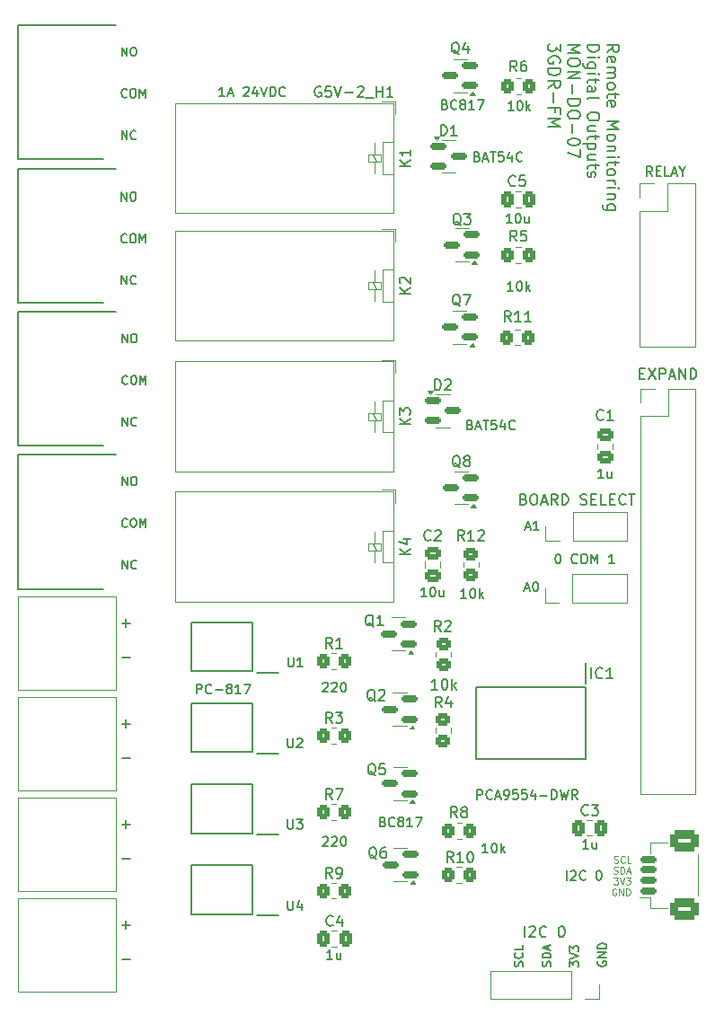
<source format=gbr>
%TF.GenerationSoftware,KiCad,Pcbnew,9.0.6*%
%TF.CreationDate,2025-11-26T11:15:41+11:00*%
%TF.ProjectId,v7_equip_digital_out,76375f65-7175-4697-905f-646967697461,rev?*%
%TF.SameCoordinates,Original*%
%TF.FileFunction,Legend,Top*%
%TF.FilePolarity,Positive*%
%FSLAX46Y46*%
G04 Gerber Fmt 4.6, Leading zero omitted, Abs format (unit mm)*
G04 Created by KiCad (PCBNEW 9.0.6) date 2025-11-26 11:15:41*
%MOMM*%
%LPD*%
G01*
G04 APERTURE LIST*
G04 Aperture macros list*
%AMRoundRect*
0 Rectangle with rounded corners*
0 $1 Rounding radius*
0 $2 $3 $4 $5 $6 $7 $8 $9 X,Y pos of 4 corners*
0 Add a 4 corners polygon primitive as box body*
4,1,4,$2,$3,$4,$5,$6,$7,$8,$9,$2,$3,0*
0 Add four circle primitives for the rounded corners*
1,1,$1+$1,$2,$3*
1,1,$1+$1,$4,$5*
1,1,$1+$1,$6,$7*
1,1,$1+$1,$8,$9*
0 Add four rect primitives between the rounded corners*
20,1,$1+$1,$2,$3,$4,$5,0*
20,1,$1+$1,$4,$5,$6,$7,0*
20,1,$1+$1,$6,$7,$8,$9,0*
20,1,$1+$1,$8,$9,$2,$3,0*%
G04 Aperture macros list end*
%ADD10C,0.152400*%
%ADD11C,0.101600*%
%ADD12C,0.127000*%
%ADD13C,0.177800*%
%ADD14C,0.203200*%
%ADD15C,0.150000*%
%ADD16C,0.120000*%
%ADD17C,0.100000*%
%ADD18C,0.200000*%
%ADD19RoundRect,0.150000X0.587500X0.150000X-0.587500X0.150000X-0.587500X-0.150000X0.587500X-0.150000X0*%
%ADD20R,1.524000X1.524000*%
%ADD21C,1.524000*%
%ADD22RoundRect,0.250000X0.450000X-0.350000X0.450000X0.350000X-0.450000X0.350000X-0.450000X-0.350000X0*%
%ADD23C,2.100000*%
%ADD24R,2.025000X2.025000*%
%ADD25C,2.025000*%
%ADD26RoundRect,0.250000X0.337500X0.475000X-0.337500X0.475000X-0.337500X-0.475000X0.337500X-0.475000X0*%
%ADD27RoundRect,0.250000X-0.475000X0.337500X-0.475000X-0.337500X0.475000X-0.337500X0.475000X0.337500X0*%
%ADD28R,1.700000X1.700000*%
%ADD29O,1.700000X1.700000*%
%ADD30R,2.100000X1.550000*%
%ADD31C,3.500000*%
%ADD32RoundRect,0.250000X-0.350000X-0.450000X0.350000X-0.450000X0.350000X0.450000X-0.350000X0.450000X0*%
%ADD33RoundRect,0.250000X0.350000X0.450000X-0.350000X0.450000X-0.350000X-0.450000X0.350000X-0.450000X0*%
%ADD34RoundRect,0.250000X-0.337500X-0.475000X0.337500X-0.475000X0.337500X0.475000X-0.337500X0.475000X0*%
%ADD35RoundRect,0.150000X-0.587500X-0.150000X0.587500X-0.150000X0.587500X0.150000X-0.587500X0.150000X0*%
%ADD36RoundRect,0.250000X0.475000X-0.337500X0.475000X0.337500X-0.475000X0.337500X-0.475000X-0.337500X0*%
%ADD37RoundRect,0.150000X0.625000X-0.150000X0.625000X0.150000X-0.625000X0.150000X-0.625000X-0.150000X0*%
%ADD38RoundRect,0.416666X0.970834X-0.583334X0.970834X0.583334X-0.970834X0.583334X-0.970834X-0.583334X0*%
%ADD39R,0.650000X1.950000*%
G04 APERTURE END LIST*
D10*
X4789586Y-4766631D02*
X4789586Y-3953831D01*
X4789586Y-3953831D02*
X5254043Y-4766631D01*
X5254043Y-4766631D02*
X5254043Y-3953831D01*
X5795910Y-3953831D02*
X5950729Y-3953831D01*
X5950729Y-3953831D02*
X6028139Y-3992536D01*
X6028139Y-3992536D02*
X6105548Y-4069946D01*
X6105548Y-4069946D02*
X6144253Y-4224765D01*
X6144253Y-4224765D02*
X6144253Y-4495698D01*
X6144253Y-4495698D02*
X6105548Y-4650517D01*
X6105548Y-4650517D02*
X6028139Y-4727927D01*
X6028139Y-4727927D02*
X5950729Y-4766631D01*
X5950729Y-4766631D02*
X5795910Y-4766631D01*
X5795910Y-4766631D02*
X5718501Y-4727927D01*
X5718501Y-4727927D02*
X5641091Y-4650517D01*
X5641091Y-4650517D02*
X5602387Y-4495698D01*
X5602387Y-4495698D02*
X5602387Y-4224765D01*
X5602387Y-4224765D02*
X5641091Y-4069946D01*
X5641091Y-4069946D02*
X5718501Y-3992536D01*
X5718501Y-3992536D02*
X5795910Y-3953831D01*
X5254043Y-8614908D02*
X5215339Y-8653613D01*
X5215339Y-8653613D02*
X5099224Y-8692317D01*
X5099224Y-8692317D02*
X5021815Y-8692317D01*
X5021815Y-8692317D02*
X4905701Y-8653613D01*
X4905701Y-8653613D02*
X4828291Y-8576203D01*
X4828291Y-8576203D02*
X4789586Y-8498793D01*
X4789586Y-8498793D02*
X4750882Y-8343974D01*
X4750882Y-8343974D02*
X4750882Y-8227860D01*
X4750882Y-8227860D02*
X4789586Y-8073041D01*
X4789586Y-8073041D02*
X4828291Y-7995632D01*
X4828291Y-7995632D02*
X4905701Y-7918222D01*
X4905701Y-7918222D02*
X5021815Y-7879517D01*
X5021815Y-7879517D02*
X5099224Y-7879517D01*
X5099224Y-7879517D02*
X5215339Y-7918222D01*
X5215339Y-7918222D02*
X5254043Y-7956927D01*
X5757205Y-7879517D02*
X5912024Y-7879517D01*
X5912024Y-7879517D02*
X5989434Y-7918222D01*
X5989434Y-7918222D02*
X6066843Y-7995632D01*
X6066843Y-7995632D02*
X6105548Y-8150451D01*
X6105548Y-8150451D02*
X6105548Y-8421384D01*
X6105548Y-8421384D02*
X6066843Y-8576203D01*
X6066843Y-8576203D02*
X5989434Y-8653613D01*
X5989434Y-8653613D02*
X5912024Y-8692317D01*
X5912024Y-8692317D02*
X5757205Y-8692317D01*
X5757205Y-8692317D02*
X5679796Y-8653613D01*
X5679796Y-8653613D02*
X5602386Y-8576203D01*
X5602386Y-8576203D02*
X5563682Y-8421384D01*
X5563682Y-8421384D02*
X5563682Y-8150451D01*
X5563682Y-8150451D02*
X5602386Y-7995632D01*
X5602386Y-7995632D02*
X5679796Y-7918222D01*
X5679796Y-7918222D02*
X5757205Y-7879517D01*
X6453891Y-8692317D02*
X6453891Y-7879517D01*
X6453891Y-7879517D02*
X6724825Y-8460089D01*
X6724825Y-8460089D02*
X6995758Y-7879517D01*
X6995758Y-7879517D02*
X6995758Y-8692317D01*
X4789586Y-12618003D02*
X4789586Y-11805203D01*
X4789586Y-11805203D02*
X5254043Y-12618003D01*
X5254043Y-12618003D02*
X5254043Y-11805203D01*
X6105548Y-12540594D02*
X6066844Y-12579299D01*
X6066844Y-12579299D02*
X5950729Y-12618003D01*
X5950729Y-12618003D02*
X5873320Y-12618003D01*
X5873320Y-12618003D02*
X5757206Y-12579299D01*
X5757206Y-12579299D02*
X5679796Y-12501889D01*
X5679796Y-12501889D02*
X5641091Y-12424479D01*
X5641091Y-12424479D02*
X5602387Y-12269660D01*
X5602387Y-12269660D02*
X5602387Y-12153546D01*
X5602387Y-12153546D02*
X5641091Y-11998727D01*
X5641091Y-11998727D02*
X5679796Y-11921318D01*
X5679796Y-11921318D02*
X5757206Y-11843908D01*
X5757206Y-11843908D02*
X5873320Y-11805203D01*
X5873320Y-11805203D02*
X5950729Y-11805203D01*
X5950729Y-11805203D02*
X6066844Y-11843908D01*
X6066844Y-11843908D02*
X6105548Y-11882613D01*
D11*
X51183100Y-80792224D02*
X51273814Y-80822462D01*
X51273814Y-80822462D02*
X51425005Y-80822462D01*
X51425005Y-80822462D02*
X51485481Y-80792224D01*
X51485481Y-80792224D02*
X51515719Y-80761985D01*
X51515719Y-80761985D02*
X51545957Y-80701509D01*
X51545957Y-80701509D02*
X51545957Y-80641033D01*
X51545957Y-80641033D02*
X51515719Y-80580557D01*
X51515719Y-80580557D02*
X51485481Y-80550319D01*
X51485481Y-80550319D02*
X51425005Y-80520081D01*
X51425005Y-80520081D02*
X51304052Y-80489843D01*
X51304052Y-80489843D02*
X51243576Y-80459604D01*
X51243576Y-80459604D02*
X51213338Y-80429366D01*
X51213338Y-80429366D02*
X51183100Y-80368890D01*
X51183100Y-80368890D02*
X51183100Y-80308414D01*
X51183100Y-80308414D02*
X51213338Y-80247938D01*
X51213338Y-80247938D02*
X51243576Y-80217700D01*
X51243576Y-80217700D02*
X51304052Y-80187462D01*
X51304052Y-80187462D02*
X51455243Y-80187462D01*
X51455243Y-80187462D02*
X51545957Y-80217700D01*
X52180957Y-80761985D02*
X52150719Y-80792224D01*
X52150719Y-80792224D02*
X52060005Y-80822462D01*
X52060005Y-80822462D02*
X51999529Y-80822462D01*
X51999529Y-80822462D02*
X51908814Y-80792224D01*
X51908814Y-80792224D02*
X51848338Y-80731747D01*
X51848338Y-80731747D02*
X51818100Y-80671271D01*
X51818100Y-80671271D02*
X51787862Y-80550319D01*
X51787862Y-80550319D02*
X51787862Y-80459604D01*
X51787862Y-80459604D02*
X51818100Y-80338652D01*
X51818100Y-80338652D02*
X51848338Y-80278176D01*
X51848338Y-80278176D02*
X51908814Y-80217700D01*
X51908814Y-80217700D02*
X51999529Y-80187462D01*
X51999529Y-80187462D02*
X52060005Y-80187462D01*
X52060005Y-80187462D02*
X52150719Y-80217700D01*
X52150719Y-80217700D02*
X52180957Y-80247938D01*
X52755481Y-80822462D02*
X52453100Y-80822462D01*
X52453100Y-80822462D02*
X52453100Y-80187462D01*
X51152862Y-81814538D02*
X51243576Y-81844776D01*
X51243576Y-81844776D02*
X51394767Y-81844776D01*
X51394767Y-81844776D02*
X51455243Y-81814538D01*
X51455243Y-81814538D02*
X51485481Y-81784299D01*
X51485481Y-81784299D02*
X51515719Y-81723823D01*
X51515719Y-81723823D02*
X51515719Y-81663347D01*
X51515719Y-81663347D02*
X51485481Y-81602871D01*
X51485481Y-81602871D02*
X51455243Y-81572633D01*
X51455243Y-81572633D02*
X51394767Y-81542395D01*
X51394767Y-81542395D02*
X51273814Y-81512157D01*
X51273814Y-81512157D02*
X51213338Y-81481918D01*
X51213338Y-81481918D02*
X51183100Y-81451680D01*
X51183100Y-81451680D02*
X51152862Y-81391204D01*
X51152862Y-81391204D02*
X51152862Y-81330728D01*
X51152862Y-81330728D02*
X51183100Y-81270252D01*
X51183100Y-81270252D02*
X51213338Y-81240014D01*
X51213338Y-81240014D02*
X51273814Y-81209776D01*
X51273814Y-81209776D02*
X51425005Y-81209776D01*
X51425005Y-81209776D02*
X51515719Y-81240014D01*
X51787862Y-81844776D02*
X51787862Y-81209776D01*
X51787862Y-81209776D02*
X51939052Y-81209776D01*
X51939052Y-81209776D02*
X52029767Y-81240014D01*
X52029767Y-81240014D02*
X52090243Y-81300490D01*
X52090243Y-81300490D02*
X52120481Y-81360966D01*
X52120481Y-81360966D02*
X52150719Y-81481918D01*
X52150719Y-81481918D02*
X52150719Y-81572633D01*
X52150719Y-81572633D02*
X52120481Y-81693585D01*
X52120481Y-81693585D02*
X52090243Y-81754061D01*
X52090243Y-81754061D02*
X52029767Y-81814538D01*
X52029767Y-81814538D02*
X51939052Y-81844776D01*
X51939052Y-81844776D02*
X51787862Y-81844776D01*
X52392624Y-81663347D02*
X52695005Y-81663347D01*
X52332148Y-81844776D02*
X52543814Y-81209776D01*
X52543814Y-81209776D02*
X52755481Y-81844776D01*
X51152862Y-82232090D02*
X51545957Y-82232090D01*
X51545957Y-82232090D02*
X51334290Y-82473994D01*
X51334290Y-82473994D02*
X51425005Y-82473994D01*
X51425005Y-82473994D02*
X51485481Y-82504232D01*
X51485481Y-82504232D02*
X51515719Y-82534471D01*
X51515719Y-82534471D02*
X51545957Y-82594947D01*
X51545957Y-82594947D02*
X51545957Y-82746137D01*
X51545957Y-82746137D02*
X51515719Y-82806613D01*
X51515719Y-82806613D02*
X51485481Y-82836852D01*
X51485481Y-82836852D02*
X51425005Y-82867090D01*
X51425005Y-82867090D02*
X51243576Y-82867090D01*
X51243576Y-82867090D02*
X51183100Y-82836852D01*
X51183100Y-82836852D02*
X51152862Y-82806613D01*
X51727386Y-82232090D02*
X51939052Y-82867090D01*
X51939052Y-82867090D02*
X52150719Y-82232090D01*
X52301910Y-82232090D02*
X52695005Y-82232090D01*
X52695005Y-82232090D02*
X52483338Y-82473994D01*
X52483338Y-82473994D02*
X52574053Y-82473994D01*
X52574053Y-82473994D02*
X52634529Y-82504232D01*
X52634529Y-82504232D02*
X52664767Y-82534471D01*
X52664767Y-82534471D02*
X52695005Y-82594947D01*
X52695005Y-82594947D02*
X52695005Y-82746137D01*
X52695005Y-82746137D02*
X52664767Y-82806613D01*
X52664767Y-82806613D02*
X52634529Y-82836852D01*
X52634529Y-82836852D02*
X52574053Y-82867090D01*
X52574053Y-82867090D02*
X52392624Y-82867090D01*
X52392624Y-82867090D02*
X52332148Y-82836852D01*
X52332148Y-82836852D02*
X52301910Y-82806613D01*
X51364529Y-83284642D02*
X51304053Y-83254404D01*
X51304053Y-83254404D02*
X51213339Y-83254404D01*
X51213339Y-83254404D02*
X51122624Y-83284642D01*
X51122624Y-83284642D02*
X51062148Y-83345118D01*
X51062148Y-83345118D02*
X51031910Y-83405594D01*
X51031910Y-83405594D02*
X51001672Y-83526546D01*
X51001672Y-83526546D02*
X51001672Y-83617261D01*
X51001672Y-83617261D02*
X51031910Y-83738213D01*
X51031910Y-83738213D02*
X51062148Y-83798689D01*
X51062148Y-83798689D02*
X51122624Y-83859166D01*
X51122624Y-83859166D02*
X51213339Y-83889404D01*
X51213339Y-83889404D02*
X51273815Y-83889404D01*
X51273815Y-83889404D02*
X51364529Y-83859166D01*
X51364529Y-83859166D02*
X51394767Y-83828927D01*
X51394767Y-83828927D02*
X51394767Y-83617261D01*
X51394767Y-83617261D02*
X51273815Y-83617261D01*
X51666910Y-83889404D02*
X51666910Y-83254404D01*
X51666910Y-83254404D02*
X52029767Y-83889404D01*
X52029767Y-83889404D02*
X52029767Y-83254404D01*
X52332148Y-83889404D02*
X52332148Y-83254404D01*
X52332148Y-83254404D02*
X52483338Y-83254404D01*
X52483338Y-83254404D02*
X52574053Y-83284642D01*
X52574053Y-83284642D02*
X52634529Y-83345118D01*
X52634529Y-83345118D02*
X52664767Y-83405594D01*
X52664767Y-83405594D02*
X52695005Y-83526546D01*
X52695005Y-83526546D02*
X52695005Y-83617261D01*
X52695005Y-83617261D02*
X52664767Y-83738213D01*
X52664767Y-83738213D02*
X52634529Y-83798689D01*
X52634529Y-83798689D02*
X52574053Y-83859166D01*
X52574053Y-83859166D02*
X52483338Y-83889404D01*
X52483338Y-83889404D02*
X52332148Y-83889404D01*
D12*
X14461066Y-8596800D02*
X13953066Y-8596800D01*
X14207066Y-8596800D02*
X14207066Y-7707800D01*
X14207066Y-7707800D02*
X14122399Y-7834800D01*
X14122399Y-7834800D02*
X14037733Y-7919467D01*
X14037733Y-7919467D02*
X13953066Y-7961800D01*
X14799733Y-8342800D02*
X15223066Y-8342800D01*
X14715066Y-8596800D02*
X15011400Y-7707800D01*
X15011400Y-7707800D02*
X15307733Y-8596800D01*
X16239066Y-7792467D02*
X16281399Y-7750133D01*
X16281399Y-7750133D02*
X16366066Y-7707800D01*
X16366066Y-7707800D02*
X16577733Y-7707800D01*
X16577733Y-7707800D02*
X16662399Y-7750133D01*
X16662399Y-7750133D02*
X16704733Y-7792467D01*
X16704733Y-7792467D02*
X16747066Y-7877133D01*
X16747066Y-7877133D02*
X16747066Y-7961800D01*
X16747066Y-7961800D02*
X16704733Y-8088800D01*
X16704733Y-8088800D02*
X16196733Y-8596800D01*
X16196733Y-8596800D02*
X16747066Y-8596800D01*
X17509066Y-8004133D02*
X17509066Y-8596800D01*
X17297400Y-7665467D02*
X17085733Y-8300467D01*
X17085733Y-8300467D02*
X17636066Y-8300467D01*
X17847733Y-7707800D02*
X18144067Y-8596800D01*
X18144067Y-8596800D02*
X18440400Y-7707800D01*
X18736733Y-8596800D02*
X18736733Y-7707800D01*
X18736733Y-7707800D02*
X18948400Y-7707800D01*
X18948400Y-7707800D02*
X19075400Y-7750133D01*
X19075400Y-7750133D02*
X19160067Y-7834800D01*
X19160067Y-7834800D02*
X19202400Y-7919467D01*
X19202400Y-7919467D02*
X19244733Y-8088800D01*
X19244733Y-8088800D02*
X19244733Y-8215800D01*
X19244733Y-8215800D02*
X19202400Y-8385133D01*
X19202400Y-8385133D02*
X19160067Y-8469800D01*
X19160067Y-8469800D02*
X19075400Y-8554467D01*
X19075400Y-8554467D02*
X18948400Y-8596800D01*
X18948400Y-8596800D02*
X18736733Y-8596800D01*
X20133733Y-8512133D02*
X20091400Y-8554467D01*
X20091400Y-8554467D02*
X19964400Y-8596800D01*
X19964400Y-8596800D02*
X19879733Y-8596800D01*
X19879733Y-8596800D02*
X19752733Y-8554467D01*
X19752733Y-8554467D02*
X19668067Y-8469800D01*
X19668067Y-8469800D02*
X19625733Y-8385133D01*
X19625733Y-8385133D02*
X19583400Y-8215800D01*
X19583400Y-8215800D02*
X19583400Y-8088800D01*
X19583400Y-8088800D02*
X19625733Y-7919467D01*
X19625733Y-7919467D02*
X19668067Y-7834800D01*
X19668067Y-7834800D02*
X19752733Y-7750133D01*
X19752733Y-7750133D02*
X19879733Y-7707800D01*
X19879733Y-7707800D02*
X19964400Y-7707800D01*
X19964400Y-7707800D02*
X20091400Y-7750133D01*
X20091400Y-7750133D02*
X20133733Y-7792467D01*
D10*
X4840386Y-31792231D02*
X4840386Y-30979431D01*
X4840386Y-30979431D02*
X5304843Y-31792231D01*
X5304843Y-31792231D02*
X5304843Y-30979431D01*
X5846710Y-30979431D02*
X6001529Y-30979431D01*
X6001529Y-30979431D02*
X6078939Y-31018136D01*
X6078939Y-31018136D02*
X6156348Y-31095546D01*
X6156348Y-31095546D02*
X6195053Y-31250365D01*
X6195053Y-31250365D02*
X6195053Y-31521298D01*
X6195053Y-31521298D02*
X6156348Y-31676117D01*
X6156348Y-31676117D02*
X6078939Y-31753527D01*
X6078939Y-31753527D02*
X6001529Y-31792231D01*
X6001529Y-31792231D02*
X5846710Y-31792231D01*
X5846710Y-31792231D02*
X5769301Y-31753527D01*
X5769301Y-31753527D02*
X5691891Y-31676117D01*
X5691891Y-31676117D02*
X5653187Y-31521298D01*
X5653187Y-31521298D02*
X5653187Y-31250365D01*
X5653187Y-31250365D02*
X5691891Y-31095546D01*
X5691891Y-31095546D02*
X5769301Y-31018136D01*
X5769301Y-31018136D02*
X5846710Y-30979431D01*
X5304843Y-35640508D02*
X5266139Y-35679213D01*
X5266139Y-35679213D02*
X5150024Y-35717917D01*
X5150024Y-35717917D02*
X5072615Y-35717917D01*
X5072615Y-35717917D02*
X4956501Y-35679213D01*
X4956501Y-35679213D02*
X4879091Y-35601803D01*
X4879091Y-35601803D02*
X4840386Y-35524393D01*
X4840386Y-35524393D02*
X4801682Y-35369574D01*
X4801682Y-35369574D02*
X4801682Y-35253460D01*
X4801682Y-35253460D02*
X4840386Y-35098641D01*
X4840386Y-35098641D02*
X4879091Y-35021232D01*
X4879091Y-35021232D02*
X4956501Y-34943822D01*
X4956501Y-34943822D02*
X5072615Y-34905117D01*
X5072615Y-34905117D02*
X5150024Y-34905117D01*
X5150024Y-34905117D02*
X5266139Y-34943822D01*
X5266139Y-34943822D02*
X5304843Y-34982527D01*
X5808005Y-34905117D02*
X5962824Y-34905117D01*
X5962824Y-34905117D02*
X6040234Y-34943822D01*
X6040234Y-34943822D02*
X6117643Y-35021232D01*
X6117643Y-35021232D02*
X6156348Y-35176051D01*
X6156348Y-35176051D02*
X6156348Y-35446984D01*
X6156348Y-35446984D02*
X6117643Y-35601803D01*
X6117643Y-35601803D02*
X6040234Y-35679213D01*
X6040234Y-35679213D02*
X5962824Y-35717917D01*
X5962824Y-35717917D02*
X5808005Y-35717917D01*
X5808005Y-35717917D02*
X5730596Y-35679213D01*
X5730596Y-35679213D02*
X5653186Y-35601803D01*
X5653186Y-35601803D02*
X5614482Y-35446984D01*
X5614482Y-35446984D02*
X5614482Y-35176051D01*
X5614482Y-35176051D02*
X5653186Y-35021232D01*
X5653186Y-35021232D02*
X5730596Y-34943822D01*
X5730596Y-34943822D02*
X5808005Y-34905117D01*
X6504691Y-35717917D02*
X6504691Y-34905117D01*
X6504691Y-34905117D02*
X6775625Y-35485689D01*
X6775625Y-35485689D02*
X7046558Y-34905117D01*
X7046558Y-34905117D02*
X7046558Y-35717917D01*
X4840386Y-39643603D02*
X4840386Y-38830803D01*
X4840386Y-38830803D02*
X5304843Y-39643603D01*
X5304843Y-39643603D02*
X5304843Y-38830803D01*
X6156348Y-39566194D02*
X6117644Y-39604899D01*
X6117644Y-39604899D02*
X6001529Y-39643603D01*
X6001529Y-39643603D02*
X5924120Y-39643603D01*
X5924120Y-39643603D02*
X5808006Y-39604899D01*
X5808006Y-39604899D02*
X5730596Y-39527489D01*
X5730596Y-39527489D02*
X5691891Y-39450079D01*
X5691891Y-39450079D02*
X5653187Y-39295260D01*
X5653187Y-39295260D02*
X5653187Y-39179146D01*
X5653187Y-39179146D02*
X5691891Y-39024327D01*
X5691891Y-39024327D02*
X5730596Y-38946918D01*
X5730596Y-38946918D02*
X5808006Y-38869508D01*
X5808006Y-38869508D02*
X5924120Y-38830803D01*
X5924120Y-38830803D02*
X6001529Y-38830803D01*
X6001529Y-38830803D02*
X6117644Y-38869508D01*
X6117644Y-38869508D02*
X6156348Y-38908213D01*
X45851234Y-51724679D02*
X45935900Y-51724679D01*
X45935900Y-51724679D02*
X46020567Y-51767012D01*
X46020567Y-51767012D02*
X46062900Y-51809346D01*
X46062900Y-51809346D02*
X46105234Y-51894012D01*
X46105234Y-51894012D02*
X46147567Y-52063346D01*
X46147567Y-52063346D02*
X46147567Y-52275012D01*
X46147567Y-52275012D02*
X46105234Y-52444346D01*
X46105234Y-52444346D02*
X46062900Y-52529012D01*
X46062900Y-52529012D02*
X46020567Y-52571346D01*
X46020567Y-52571346D02*
X45935900Y-52613679D01*
X45935900Y-52613679D02*
X45851234Y-52613679D01*
X45851234Y-52613679D02*
X45766567Y-52571346D01*
X45766567Y-52571346D02*
X45724234Y-52529012D01*
X45724234Y-52529012D02*
X45681900Y-52444346D01*
X45681900Y-52444346D02*
X45639567Y-52275012D01*
X45639567Y-52275012D02*
X45639567Y-52063346D01*
X45639567Y-52063346D02*
X45681900Y-51894012D01*
X45681900Y-51894012D02*
X45724234Y-51809346D01*
X45724234Y-51809346D02*
X45766567Y-51767012D01*
X45766567Y-51767012D02*
X45851234Y-51724679D01*
X47713900Y-52529012D02*
X47671567Y-52571346D01*
X47671567Y-52571346D02*
X47544567Y-52613679D01*
X47544567Y-52613679D02*
X47459900Y-52613679D01*
X47459900Y-52613679D02*
X47332900Y-52571346D01*
X47332900Y-52571346D02*
X47248234Y-52486679D01*
X47248234Y-52486679D02*
X47205900Y-52402012D01*
X47205900Y-52402012D02*
X47163567Y-52232679D01*
X47163567Y-52232679D02*
X47163567Y-52105679D01*
X47163567Y-52105679D02*
X47205900Y-51936346D01*
X47205900Y-51936346D02*
X47248234Y-51851679D01*
X47248234Y-51851679D02*
X47332900Y-51767012D01*
X47332900Y-51767012D02*
X47459900Y-51724679D01*
X47459900Y-51724679D02*
X47544567Y-51724679D01*
X47544567Y-51724679D02*
X47671567Y-51767012D01*
X47671567Y-51767012D02*
X47713900Y-51809346D01*
X48264234Y-51724679D02*
X48433567Y-51724679D01*
X48433567Y-51724679D02*
X48518234Y-51767012D01*
X48518234Y-51767012D02*
X48602900Y-51851679D01*
X48602900Y-51851679D02*
X48645234Y-52021012D01*
X48645234Y-52021012D02*
X48645234Y-52317346D01*
X48645234Y-52317346D02*
X48602900Y-52486679D01*
X48602900Y-52486679D02*
X48518234Y-52571346D01*
X48518234Y-52571346D02*
X48433567Y-52613679D01*
X48433567Y-52613679D02*
X48264234Y-52613679D01*
X48264234Y-52613679D02*
X48179567Y-52571346D01*
X48179567Y-52571346D02*
X48094900Y-52486679D01*
X48094900Y-52486679D02*
X48052567Y-52317346D01*
X48052567Y-52317346D02*
X48052567Y-52021012D01*
X48052567Y-52021012D02*
X48094900Y-51851679D01*
X48094900Y-51851679D02*
X48179567Y-51767012D01*
X48179567Y-51767012D02*
X48264234Y-51724679D01*
X49026233Y-52613679D02*
X49026233Y-51724679D01*
X49026233Y-51724679D02*
X49322567Y-52359679D01*
X49322567Y-52359679D02*
X49618900Y-51724679D01*
X49618900Y-51724679D02*
X49618900Y-52613679D01*
X51185233Y-52613679D02*
X50677233Y-52613679D01*
X50931233Y-52613679D02*
X50931233Y-51724679D01*
X50931233Y-51724679D02*
X50846566Y-51851679D01*
X50846566Y-51851679D02*
X50761900Y-51936346D01*
X50761900Y-51936346D02*
X50677233Y-51978679D01*
D12*
X42549848Y-90592028D02*
X42588552Y-90475914D01*
X42588552Y-90475914D02*
X42588552Y-90282390D01*
X42588552Y-90282390D02*
X42549848Y-90204981D01*
X42549848Y-90204981D02*
X42511143Y-90166276D01*
X42511143Y-90166276D02*
X42433733Y-90127571D01*
X42433733Y-90127571D02*
X42356324Y-90127571D01*
X42356324Y-90127571D02*
X42278914Y-90166276D01*
X42278914Y-90166276D02*
X42240209Y-90204981D01*
X42240209Y-90204981D02*
X42201505Y-90282390D01*
X42201505Y-90282390D02*
X42162800Y-90437209D01*
X42162800Y-90437209D02*
X42124095Y-90514619D01*
X42124095Y-90514619D02*
X42085390Y-90553324D01*
X42085390Y-90553324D02*
X42007981Y-90592028D01*
X42007981Y-90592028D02*
X41930571Y-90592028D01*
X41930571Y-90592028D02*
X41853162Y-90553324D01*
X41853162Y-90553324D02*
X41814457Y-90514619D01*
X41814457Y-90514619D02*
X41775752Y-90437209D01*
X41775752Y-90437209D02*
X41775752Y-90243686D01*
X41775752Y-90243686D02*
X41814457Y-90127571D01*
X42511143Y-89314772D02*
X42549848Y-89353476D01*
X42549848Y-89353476D02*
X42588552Y-89469591D01*
X42588552Y-89469591D02*
X42588552Y-89547000D01*
X42588552Y-89547000D02*
X42549848Y-89663114D01*
X42549848Y-89663114D02*
X42472438Y-89740524D01*
X42472438Y-89740524D02*
X42395028Y-89779229D01*
X42395028Y-89779229D02*
X42240209Y-89817933D01*
X42240209Y-89817933D02*
X42124095Y-89817933D01*
X42124095Y-89817933D02*
X41969276Y-89779229D01*
X41969276Y-89779229D02*
X41891867Y-89740524D01*
X41891867Y-89740524D02*
X41814457Y-89663114D01*
X41814457Y-89663114D02*
X41775752Y-89547000D01*
X41775752Y-89547000D02*
X41775752Y-89469591D01*
X41775752Y-89469591D02*
X41814457Y-89353476D01*
X41814457Y-89353476D02*
X41853162Y-89314772D01*
X42588552Y-88579381D02*
X42588552Y-88966429D01*
X42588552Y-88966429D02*
X41775752Y-88966429D01*
X45166972Y-90592028D02*
X45205676Y-90475914D01*
X45205676Y-90475914D02*
X45205676Y-90282390D01*
X45205676Y-90282390D02*
X45166972Y-90204981D01*
X45166972Y-90204981D02*
X45128267Y-90166276D01*
X45128267Y-90166276D02*
X45050857Y-90127571D01*
X45050857Y-90127571D02*
X44973448Y-90127571D01*
X44973448Y-90127571D02*
X44896038Y-90166276D01*
X44896038Y-90166276D02*
X44857333Y-90204981D01*
X44857333Y-90204981D02*
X44818629Y-90282390D01*
X44818629Y-90282390D02*
X44779924Y-90437209D01*
X44779924Y-90437209D02*
X44741219Y-90514619D01*
X44741219Y-90514619D02*
X44702514Y-90553324D01*
X44702514Y-90553324D02*
X44625105Y-90592028D01*
X44625105Y-90592028D02*
X44547695Y-90592028D01*
X44547695Y-90592028D02*
X44470286Y-90553324D01*
X44470286Y-90553324D02*
X44431581Y-90514619D01*
X44431581Y-90514619D02*
X44392876Y-90437209D01*
X44392876Y-90437209D02*
X44392876Y-90243686D01*
X44392876Y-90243686D02*
X44431581Y-90127571D01*
X45205676Y-89779229D02*
X44392876Y-89779229D01*
X44392876Y-89779229D02*
X44392876Y-89585705D01*
X44392876Y-89585705D02*
X44431581Y-89469591D01*
X44431581Y-89469591D02*
X44508991Y-89392181D01*
X44508991Y-89392181D02*
X44586400Y-89353476D01*
X44586400Y-89353476D02*
X44741219Y-89314772D01*
X44741219Y-89314772D02*
X44857333Y-89314772D01*
X44857333Y-89314772D02*
X45012152Y-89353476D01*
X45012152Y-89353476D02*
X45089562Y-89392181D01*
X45089562Y-89392181D02*
X45166972Y-89469591D01*
X45166972Y-89469591D02*
X45205676Y-89585705D01*
X45205676Y-89585705D02*
X45205676Y-89779229D01*
X44973448Y-89005133D02*
X44973448Y-88618086D01*
X45205676Y-89082543D02*
X44392876Y-88811610D01*
X44392876Y-88811610D02*
X45205676Y-88540676D01*
X47010000Y-90630733D02*
X47010000Y-90127571D01*
X47010000Y-90127571D02*
X47319638Y-90398505D01*
X47319638Y-90398505D02*
X47319638Y-90282390D01*
X47319638Y-90282390D02*
X47358343Y-90204981D01*
X47358343Y-90204981D02*
X47397048Y-90166276D01*
X47397048Y-90166276D02*
X47474457Y-90127571D01*
X47474457Y-90127571D02*
X47667981Y-90127571D01*
X47667981Y-90127571D02*
X47745391Y-90166276D01*
X47745391Y-90166276D02*
X47784096Y-90204981D01*
X47784096Y-90204981D02*
X47822800Y-90282390D01*
X47822800Y-90282390D02*
X47822800Y-90514619D01*
X47822800Y-90514619D02*
X47784096Y-90592028D01*
X47784096Y-90592028D02*
X47745391Y-90630733D01*
X47010000Y-89895343D02*
X47822800Y-89624410D01*
X47822800Y-89624410D02*
X47010000Y-89353476D01*
X47010000Y-89159952D02*
X47010000Y-88656790D01*
X47010000Y-88656790D02*
X47319638Y-88927724D01*
X47319638Y-88927724D02*
X47319638Y-88811609D01*
X47319638Y-88811609D02*
X47358343Y-88734200D01*
X47358343Y-88734200D02*
X47397048Y-88695495D01*
X47397048Y-88695495D02*
X47474457Y-88656790D01*
X47474457Y-88656790D02*
X47667981Y-88656790D01*
X47667981Y-88656790D02*
X47745391Y-88695495D01*
X47745391Y-88695495D02*
X47784096Y-88734200D01*
X47784096Y-88734200D02*
X47822800Y-88811609D01*
X47822800Y-88811609D02*
X47822800Y-89043838D01*
X47822800Y-89043838D02*
X47784096Y-89121247D01*
X47784096Y-89121247D02*
X47745391Y-89159952D01*
X49665829Y-90127571D02*
X49627124Y-90204981D01*
X49627124Y-90204981D02*
X49627124Y-90321095D01*
X49627124Y-90321095D02*
X49665829Y-90437209D01*
X49665829Y-90437209D02*
X49743239Y-90514619D01*
X49743239Y-90514619D02*
X49820648Y-90553324D01*
X49820648Y-90553324D02*
X49975467Y-90592028D01*
X49975467Y-90592028D02*
X50091581Y-90592028D01*
X50091581Y-90592028D02*
X50246400Y-90553324D01*
X50246400Y-90553324D02*
X50323810Y-90514619D01*
X50323810Y-90514619D02*
X50401220Y-90437209D01*
X50401220Y-90437209D02*
X50439924Y-90321095D01*
X50439924Y-90321095D02*
X50439924Y-90243686D01*
X50439924Y-90243686D02*
X50401220Y-90127571D01*
X50401220Y-90127571D02*
X50362515Y-90088867D01*
X50362515Y-90088867D02*
X50091581Y-90088867D01*
X50091581Y-90088867D02*
X50091581Y-90243686D01*
X50439924Y-89740524D02*
X49627124Y-89740524D01*
X49627124Y-89740524D02*
X50439924Y-89276067D01*
X50439924Y-89276067D02*
X49627124Y-89276067D01*
X50439924Y-88889019D02*
X49627124Y-88889019D01*
X49627124Y-88889019D02*
X49627124Y-88695495D01*
X49627124Y-88695495D02*
X49665829Y-88579381D01*
X49665829Y-88579381D02*
X49743239Y-88501971D01*
X49743239Y-88501971D02*
X49820648Y-88463266D01*
X49820648Y-88463266D02*
X49975467Y-88424562D01*
X49975467Y-88424562D02*
X50091581Y-88424562D01*
X50091581Y-88424562D02*
X50246400Y-88463266D01*
X50246400Y-88463266D02*
X50323810Y-88501971D01*
X50323810Y-88501971D02*
X50401220Y-88579381D01*
X50401220Y-88579381D02*
X50439924Y-88695495D01*
X50439924Y-88695495D02*
X50439924Y-88889019D01*
D13*
X4785226Y-77200093D02*
X5559322Y-77200093D01*
X5172274Y-77587140D02*
X5172274Y-76813045D01*
X4785226Y-80471499D02*
X5559322Y-80471499D01*
X4785226Y-86682761D02*
X5559322Y-86682761D01*
X5172274Y-87069808D02*
X5172274Y-86295713D01*
X4785226Y-89954167D02*
X5559322Y-89954167D01*
D14*
X50501946Y-4386369D02*
X51046232Y-4005369D01*
X50501946Y-3733226D02*
X51644946Y-3733226D01*
X51644946Y-3733226D02*
X51644946Y-4168655D01*
X51644946Y-4168655D02*
X51590517Y-4277512D01*
X51590517Y-4277512D02*
X51536089Y-4331941D01*
X51536089Y-4331941D02*
X51427232Y-4386369D01*
X51427232Y-4386369D02*
X51263946Y-4386369D01*
X51263946Y-4386369D02*
X51155089Y-4331941D01*
X51155089Y-4331941D02*
X51100660Y-4277512D01*
X51100660Y-4277512D02*
X51046232Y-4168655D01*
X51046232Y-4168655D02*
X51046232Y-3733226D01*
X50556375Y-5311655D02*
X50501946Y-5202798D01*
X50501946Y-5202798D02*
X50501946Y-4985084D01*
X50501946Y-4985084D02*
X50556375Y-4876226D01*
X50556375Y-4876226D02*
X50665232Y-4821798D01*
X50665232Y-4821798D02*
X51100660Y-4821798D01*
X51100660Y-4821798D02*
X51209517Y-4876226D01*
X51209517Y-4876226D02*
X51263946Y-4985084D01*
X51263946Y-4985084D02*
X51263946Y-5202798D01*
X51263946Y-5202798D02*
X51209517Y-5311655D01*
X51209517Y-5311655D02*
X51100660Y-5366084D01*
X51100660Y-5366084D02*
X50991803Y-5366084D01*
X50991803Y-5366084D02*
X50882946Y-4821798D01*
X50501946Y-5855940D02*
X51263946Y-5855940D01*
X51155089Y-5855940D02*
X51209517Y-5910369D01*
X51209517Y-5910369D02*
X51263946Y-6019226D01*
X51263946Y-6019226D02*
X51263946Y-6182512D01*
X51263946Y-6182512D02*
X51209517Y-6291369D01*
X51209517Y-6291369D02*
X51100660Y-6345798D01*
X51100660Y-6345798D02*
X50501946Y-6345798D01*
X51100660Y-6345798D02*
X51209517Y-6400226D01*
X51209517Y-6400226D02*
X51263946Y-6509083D01*
X51263946Y-6509083D02*
X51263946Y-6672369D01*
X51263946Y-6672369D02*
X51209517Y-6781226D01*
X51209517Y-6781226D02*
X51100660Y-6835655D01*
X51100660Y-6835655D02*
X50501946Y-6835655D01*
X50501946Y-7543226D02*
X50556375Y-7434369D01*
X50556375Y-7434369D02*
X50610803Y-7379940D01*
X50610803Y-7379940D02*
X50719660Y-7325512D01*
X50719660Y-7325512D02*
X51046232Y-7325512D01*
X51046232Y-7325512D02*
X51155089Y-7379940D01*
X51155089Y-7379940D02*
X51209517Y-7434369D01*
X51209517Y-7434369D02*
X51263946Y-7543226D01*
X51263946Y-7543226D02*
X51263946Y-7706512D01*
X51263946Y-7706512D02*
X51209517Y-7815369D01*
X51209517Y-7815369D02*
X51155089Y-7869798D01*
X51155089Y-7869798D02*
X51046232Y-7924226D01*
X51046232Y-7924226D02*
X50719660Y-7924226D01*
X50719660Y-7924226D02*
X50610803Y-7869798D01*
X50610803Y-7869798D02*
X50556375Y-7815369D01*
X50556375Y-7815369D02*
X50501946Y-7706512D01*
X50501946Y-7706512D02*
X50501946Y-7543226D01*
X51263946Y-8250798D02*
X51263946Y-8686226D01*
X51644946Y-8414083D02*
X50665232Y-8414083D01*
X50665232Y-8414083D02*
X50556375Y-8468512D01*
X50556375Y-8468512D02*
X50501946Y-8577369D01*
X50501946Y-8577369D02*
X50501946Y-8686226D01*
X50556375Y-9502655D02*
X50501946Y-9393798D01*
X50501946Y-9393798D02*
X50501946Y-9176084D01*
X50501946Y-9176084D02*
X50556375Y-9067226D01*
X50556375Y-9067226D02*
X50665232Y-9012798D01*
X50665232Y-9012798D02*
X51100660Y-9012798D01*
X51100660Y-9012798D02*
X51209517Y-9067226D01*
X51209517Y-9067226D02*
X51263946Y-9176084D01*
X51263946Y-9176084D02*
X51263946Y-9393798D01*
X51263946Y-9393798D02*
X51209517Y-9502655D01*
X51209517Y-9502655D02*
X51100660Y-9557084D01*
X51100660Y-9557084D02*
X50991803Y-9557084D01*
X50991803Y-9557084D02*
X50882946Y-9012798D01*
X50501946Y-10917797D02*
X51644946Y-10917797D01*
X51644946Y-10917797D02*
X50828517Y-11298797D01*
X50828517Y-11298797D02*
X51644946Y-11679797D01*
X51644946Y-11679797D02*
X50501946Y-11679797D01*
X50501946Y-12387369D02*
X50556375Y-12278512D01*
X50556375Y-12278512D02*
X50610803Y-12224083D01*
X50610803Y-12224083D02*
X50719660Y-12169655D01*
X50719660Y-12169655D02*
X51046232Y-12169655D01*
X51046232Y-12169655D02*
X51155089Y-12224083D01*
X51155089Y-12224083D02*
X51209517Y-12278512D01*
X51209517Y-12278512D02*
X51263946Y-12387369D01*
X51263946Y-12387369D02*
X51263946Y-12550655D01*
X51263946Y-12550655D02*
X51209517Y-12659512D01*
X51209517Y-12659512D02*
X51155089Y-12713941D01*
X51155089Y-12713941D02*
X51046232Y-12768369D01*
X51046232Y-12768369D02*
X50719660Y-12768369D01*
X50719660Y-12768369D02*
X50610803Y-12713941D01*
X50610803Y-12713941D02*
X50556375Y-12659512D01*
X50556375Y-12659512D02*
X50501946Y-12550655D01*
X50501946Y-12550655D02*
X50501946Y-12387369D01*
X51263946Y-13258226D02*
X50501946Y-13258226D01*
X51155089Y-13258226D02*
X51209517Y-13312655D01*
X51209517Y-13312655D02*
X51263946Y-13421512D01*
X51263946Y-13421512D02*
X51263946Y-13584798D01*
X51263946Y-13584798D02*
X51209517Y-13693655D01*
X51209517Y-13693655D02*
X51100660Y-13748084D01*
X51100660Y-13748084D02*
X50501946Y-13748084D01*
X50501946Y-14292369D02*
X51263946Y-14292369D01*
X51644946Y-14292369D02*
X51590517Y-14237941D01*
X51590517Y-14237941D02*
X51536089Y-14292369D01*
X51536089Y-14292369D02*
X51590517Y-14346798D01*
X51590517Y-14346798D02*
X51644946Y-14292369D01*
X51644946Y-14292369D02*
X51536089Y-14292369D01*
X51263946Y-14673370D02*
X51263946Y-15108798D01*
X51644946Y-14836655D02*
X50665232Y-14836655D01*
X50665232Y-14836655D02*
X50556375Y-14891084D01*
X50556375Y-14891084D02*
X50501946Y-14999941D01*
X50501946Y-14999941D02*
X50501946Y-15108798D01*
X50501946Y-15653084D02*
X50556375Y-15544227D01*
X50556375Y-15544227D02*
X50610803Y-15489798D01*
X50610803Y-15489798D02*
X50719660Y-15435370D01*
X50719660Y-15435370D02*
X51046232Y-15435370D01*
X51046232Y-15435370D02*
X51155089Y-15489798D01*
X51155089Y-15489798D02*
X51209517Y-15544227D01*
X51209517Y-15544227D02*
X51263946Y-15653084D01*
X51263946Y-15653084D02*
X51263946Y-15816370D01*
X51263946Y-15816370D02*
X51209517Y-15925227D01*
X51209517Y-15925227D02*
X51155089Y-15979656D01*
X51155089Y-15979656D02*
X51046232Y-16034084D01*
X51046232Y-16034084D02*
X50719660Y-16034084D01*
X50719660Y-16034084D02*
X50610803Y-15979656D01*
X50610803Y-15979656D02*
X50556375Y-15925227D01*
X50556375Y-15925227D02*
X50501946Y-15816370D01*
X50501946Y-15816370D02*
X50501946Y-15653084D01*
X50501946Y-16523941D02*
X51263946Y-16523941D01*
X51046232Y-16523941D02*
X51155089Y-16578370D01*
X51155089Y-16578370D02*
X51209517Y-16632799D01*
X51209517Y-16632799D02*
X51263946Y-16741656D01*
X51263946Y-16741656D02*
X51263946Y-16850513D01*
X50501946Y-17231512D02*
X51263946Y-17231512D01*
X51644946Y-17231512D02*
X51590517Y-17177084D01*
X51590517Y-17177084D02*
X51536089Y-17231512D01*
X51536089Y-17231512D02*
X51590517Y-17285941D01*
X51590517Y-17285941D02*
X51644946Y-17231512D01*
X51644946Y-17231512D02*
X51536089Y-17231512D01*
X51263946Y-17775798D02*
X50501946Y-17775798D01*
X51155089Y-17775798D02*
X51209517Y-17830227D01*
X51209517Y-17830227D02*
X51263946Y-17939084D01*
X51263946Y-17939084D02*
X51263946Y-18102370D01*
X51263946Y-18102370D02*
X51209517Y-18211227D01*
X51209517Y-18211227D02*
X51100660Y-18265656D01*
X51100660Y-18265656D02*
X50501946Y-18265656D01*
X51263946Y-19299799D02*
X50338660Y-19299799D01*
X50338660Y-19299799D02*
X50229803Y-19245370D01*
X50229803Y-19245370D02*
X50175375Y-19190941D01*
X50175375Y-19190941D02*
X50120946Y-19082084D01*
X50120946Y-19082084D02*
X50120946Y-18918799D01*
X50120946Y-18918799D02*
X50175375Y-18809941D01*
X50556375Y-19299799D02*
X50501946Y-19190941D01*
X50501946Y-19190941D02*
X50501946Y-18973227D01*
X50501946Y-18973227D02*
X50556375Y-18864370D01*
X50556375Y-18864370D02*
X50610803Y-18809941D01*
X50610803Y-18809941D02*
X50719660Y-18755513D01*
X50719660Y-18755513D02*
X51046232Y-18755513D01*
X51046232Y-18755513D02*
X51155089Y-18809941D01*
X51155089Y-18809941D02*
X51209517Y-18864370D01*
X51209517Y-18864370D02*
X51263946Y-18973227D01*
X51263946Y-18973227D02*
X51263946Y-19190941D01*
X51263946Y-19190941D02*
X51209517Y-19299799D01*
X48661780Y-3733226D02*
X49804780Y-3733226D01*
X49804780Y-3733226D02*
X49804780Y-4005369D01*
X49804780Y-4005369D02*
X49750351Y-4168655D01*
X49750351Y-4168655D02*
X49641494Y-4277512D01*
X49641494Y-4277512D02*
X49532637Y-4331941D01*
X49532637Y-4331941D02*
X49314923Y-4386369D01*
X49314923Y-4386369D02*
X49151637Y-4386369D01*
X49151637Y-4386369D02*
X48933923Y-4331941D01*
X48933923Y-4331941D02*
X48825066Y-4277512D01*
X48825066Y-4277512D02*
X48716209Y-4168655D01*
X48716209Y-4168655D02*
X48661780Y-4005369D01*
X48661780Y-4005369D02*
X48661780Y-3733226D01*
X48661780Y-4876226D02*
X49423780Y-4876226D01*
X49804780Y-4876226D02*
X49750351Y-4821798D01*
X49750351Y-4821798D02*
X49695923Y-4876226D01*
X49695923Y-4876226D02*
X49750351Y-4930655D01*
X49750351Y-4930655D02*
X49804780Y-4876226D01*
X49804780Y-4876226D02*
X49695923Y-4876226D01*
X49423780Y-5910370D02*
X48498494Y-5910370D01*
X48498494Y-5910370D02*
X48389637Y-5855941D01*
X48389637Y-5855941D02*
X48335209Y-5801512D01*
X48335209Y-5801512D02*
X48280780Y-5692655D01*
X48280780Y-5692655D02*
X48280780Y-5529370D01*
X48280780Y-5529370D02*
X48335209Y-5420512D01*
X48716209Y-5910370D02*
X48661780Y-5801512D01*
X48661780Y-5801512D02*
X48661780Y-5583798D01*
X48661780Y-5583798D02*
X48716209Y-5474941D01*
X48716209Y-5474941D02*
X48770637Y-5420512D01*
X48770637Y-5420512D02*
X48879494Y-5366084D01*
X48879494Y-5366084D02*
X49206066Y-5366084D01*
X49206066Y-5366084D02*
X49314923Y-5420512D01*
X49314923Y-5420512D02*
X49369351Y-5474941D01*
X49369351Y-5474941D02*
X49423780Y-5583798D01*
X49423780Y-5583798D02*
X49423780Y-5801512D01*
X49423780Y-5801512D02*
X49369351Y-5910370D01*
X48661780Y-6454655D02*
X49423780Y-6454655D01*
X49804780Y-6454655D02*
X49750351Y-6400227D01*
X49750351Y-6400227D02*
X49695923Y-6454655D01*
X49695923Y-6454655D02*
X49750351Y-6509084D01*
X49750351Y-6509084D02*
X49804780Y-6454655D01*
X49804780Y-6454655D02*
X49695923Y-6454655D01*
X49423780Y-6835656D02*
X49423780Y-7271084D01*
X49804780Y-6998941D02*
X48825066Y-6998941D01*
X48825066Y-6998941D02*
X48716209Y-7053370D01*
X48716209Y-7053370D02*
X48661780Y-7162227D01*
X48661780Y-7162227D02*
X48661780Y-7271084D01*
X48661780Y-8141942D02*
X49260494Y-8141942D01*
X49260494Y-8141942D02*
X49369351Y-8087513D01*
X49369351Y-8087513D02*
X49423780Y-7978656D01*
X49423780Y-7978656D02*
X49423780Y-7760942D01*
X49423780Y-7760942D02*
X49369351Y-7652084D01*
X48716209Y-8141942D02*
X48661780Y-8033084D01*
X48661780Y-8033084D02*
X48661780Y-7760942D01*
X48661780Y-7760942D02*
X48716209Y-7652084D01*
X48716209Y-7652084D02*
X48825066Y-7597656D01*
X48825066Y-7597656D02*
X48933923Y-7597656D01*
X48933923Y-7597656D02*
X49042780Y-7652084D01*
X49042780Y-7652084D02*
X49097209Y-7760942D01*
X49097209Y-7760942D02*
X49097209Y-8033084D01*
X49097209Y-8033084D02*
X49151637Y-8141942D01*
X48661780Y-8849513D02*
X48716209Y-8740656D01*
X48716209Y-8740656D02*
X48825066Y-8686227D01*
X48825066Y-8686227D02*
X49804780Y-8686227D01*
X49804780Y-10373513D02*
X49804780Y-10591227D01*
X49804780Y-10591227D02*
X49750351Y-10700084D01*
X49750351Y-10700084D02*
X49641494Y-10808941D01*
X49641494Y-10808941D02*
X49423780Y-10863370D01*
X49423780Y-10863370D02*
X49042780Y-10863370D01*
X49042780Y-10863370D02*
X48825066Y-10808941D01*
X48825066Y-10808941D02*
X48716209Y-10700084D01*
X48716209Y-10700084D02*
X48661780Y-10591227D01*
X48661780Y-10591227D02*
X48661780Y-10373513D01*
X48661780Y-10373513D02*
X48716209Y-10264656D01*
X48716209Y-10264656D02*
X48825066Y-10155798D01*
X48825066Y-10155798D02*
X49042780Y-10101370D01*
X49042780Y-10101370D02*
X49423780Y-10101370D01*
X49423780Y-10101370D02*
X49641494Y-10155798D01*
X49641494Y-10155798D02*
X49750351Y-10264656D01*
X49750351Y-10264656D02*
X49804780Y-10373513D01*
X49423780Y-11843085D02*
X48661780Y-11843085D01*
X49423780Y-11353227D02*
X48825066Y-11353227D01*
X48825066Y-11353227D02*
X48716209Y-11407656D01*
X48716209Y-11407656D02*
X48661780Y-11516513D01*
X48661780Y-11516513D02*
X48661780Y-11679799D01*
X48661780Y-11679799D02*
X48716209Y-11788656D01*
X48716209Y-11788656D02*
X48770637Y-11843085D01*
X49423780Y-12224085D02*
X49423780Y-12659513D01*
X49804780Y-12387370D02*
X48825066Y-12387370D01*
X48825066Y-12387370D02*
X48716209Y-12441799D01*
X48716209Y-12441799D02*
X48661780Y-12550656D01*
X48661780Y-12550656D02*
X48661780Y-12659513D01*
X49423780Y-13040513D02*
X48280780Y-13040513D01*
X49369351Y-13040513D02*
X49423780Y-13149371D01*
X49423780Y-13149371D02*
X49423780Y-13367085D01*
X49423780Y-13367085D02*
X49369351Y-13475942D01*
X49369351Y-13475942D02*
X49314923Y-13530371D01*
X49314923Y-13530371D02*
X49206066Y-13584799D01*
X49206066Y-13584799D02*
X48879494Y-13584799D01*
X48879494Y-13584799D02*
X48770637Y-13530371D01*
X48770637Y-13530371D02*
X48716209Y-13475942D01*
X48716209Y-13475942D02*
X48661780Y-13367085D01*
X48661780Y-13367085D02*
X48661780Y-13149371D01*
X48661780Y-13149371D02*
X48716209Y-13040513D01*
X49423780Y-14564514D02*
X48661780Y-14564514D01*
X49423780Y-14074656D02*
X48825066Y-14074656D01*
X48825066Y-14074656D02*
X48716209Y-14129085D01*
X48716209Y-14129085D02*
X48661780Y-14237942D01*
X48661780Y-14237942D02*
X48661780Y-14401228D01*
X48661780Y-14401228D02*
X48716209Y-14510085D01*
X48716209Y-14510085D02*
X48770637Y-14564514D01*
X49423780Y-14945514D02*
X49423780Y-15380942D01*
X49804780Y-15108799D02*
X48825066Y-15108799D01*
X48825066Y-15108799D02*
X48716209Y-15163228D01*
X48716209Y-15163228D02*
X48661780Y-15272085D01*
X48661780Y-15272085D02*
X48661780Y-15380942D01*
X48716209Y-15707514D02*
X48661780Y-15816371D01*
X48661780Y-15816371D02*
X48661780Y-16034085D01*
X48661780Y-16034085D02*
X48716209Y-16142942D01*
X48716209Y-16142942D02*
X48825066Y-16197371D01*
X48825066Y-16197371D02*
X48879494Y-16197371D01*
X48879494Y-16197371D02*
X48988351Y-16142942D01*
X48988351Y-16142942D02*
X49042780Y-16034085D01*
X49042780Y-16034085D02*
X49042780Y-15870800D01*
X49042780Y-15870800D02*
X49097209Y-15761942D01*
X49097209Y-15761942D02*
X49206066Y-15707514D01*
X49206066Y-15707514D02*
X49260494Y-15707514D01*
X49260494Y-15707514D02*
X49369351Y-15761942D01*
X49369351Y-15761942D02*
X49423780Y-15870800D01*
X49423780Y-15870800D02*
X49423780Y-16034085D01*
X49423780Y-16034085D02*
X49369351Y-16142942D01*
X46821614Y-3733226D02*
X47964614Y-3733226D01*
X47964614Y-3733226D02*
X47148185Y-4114226D01*
X47148185Y-4114226D02*
X47964614Y-4495226D01*
X47964614Y-4495226D02*
X46821614Y-4495226D01*
X47964614Y-5257227D02*
X47964614Y-5474941D01*
X47964614Y-5474941D02*
X47910185Y-5583798D01*
X47910185Y-5583798D02*
X47801328Y-5692655D01*
X47801328Y-5692655D02*
X47583614Y-5747084D01*
X47583614Y-5747084D02*
X47202614Y-5747084D01*
X47202614Y-5747084D02*
X46984900Y-5692655D01*
X46984900Y-5692655D02*
X46876043Y-5583798D01*
X46876043Y-5583798D02*
X46821614Y-5474941D01*
X46821614Y-5474941D02*
X46821614Y-5257227D01*
X46821614Y-5257227D02*
X46876043Y-5148370D01*
X46876043Y-5148370D02*
X46984900Y-5039512D01*
X46984900Y-5039512D02*
X47202614Y-4985084D01*
X47202614Y-4985084D02*
X47583614Y-4985084D01*
X47583614Y-4985084D02*
X47801328Y-5039512D01*
X47801328Y-5039512D02*
X47910185Y-5148370D01*
X47910185Y-5148370D02*
X47964614Y-5257227D01*
X46821614Y-6236941D02*
X47964614Y-6236941D01*
X47964614Y-6236941D02*
X46821614Y-6890084D01*
X46821614Y-6890084D02*
X47964614Y-6890084D01*
X47257043Y-7434370D02*
X47257043Y-8305228D01*
X46821614Y-8849513D02*
X47964614Y-8849513D01*
X47964614Y-8849513D02*
X47964614Y-9121656D01*
X47964614Y-9121656D02*
X47910185Y-9284942D01*
X47910185Y-9284942D02*
X47801328Y-9393799D01*
X47801328Y-9393799D02*
X47692471Y-9448228D01*
X47692471Y-9448228D02*
X47474757Y-9502656D01*
X47474757Y-9502656D02*
X47311471Y-9502656D01*
X47311471Y-9502656D02*
X47093757Y-9448228D01*
X47093757Y-9448228D02*
X46984900Y-9393799D01*
X46984900Y-9393799D02*
X46876043Y-9284942D01*
X46876043Y-9284942D02*
X46821614Y-9121656D01*
X46821614Y-9121656D02*
X46821614Y-8849513D01*
X47964614Y-10210228D02*
X47964614Y-10427942D01*
X47964614Y-10427942D02*
X47910185Y-10536799D01*
X47910185Y-10536799D02*
X47801328Y-10645656D01*
X47801328Y-10645656D02*
X47583614Y-10700085D01*
X47583614Y-10700085D02*
X47202614Y-10700085D01*
X47202614Y-10700085D02*
X46984900Y-10645656D01*
X46984900Y-10645656D02*
X46876043Y-10536799D01*
X46876043Y-10536799D02*
X46821614Y-10427942D01*
X46821614Y-10427942D02*
X46821614Y-10210228D01*
X46821614Y-10210228D02*
X46876043Y-10101371D01*
X46876043Y-10101371D02*
X46984900Y-9992513D01*
X46984900Y-9992513D02*
X47202614Y-9938085D01*
X47202614Y-9938085D02*
X47583614Y-9938085D01*
X47583614Y-9938085D02*
X47801328Y-9992513D01*
X47801328Y-9992513D02*
X47910185Y-10101371D01*
X47910185Y-10101371D02*
X47964614Y-10210228D01*
X47257043Y-11189942D02*
X47257043Y-12060800D01*
X47964614Y-12822800D02*
X47964614Y-12931657D01*
X47964614Y-12931657D02*
X47910185Y-13040514D01*
X47910185Y-13040514D02*
X47855757Y-13094943D01*
X47855757Y-13094943D02*
X47746900Y-13149371D01*
X47746900Y-13149371D02*
X47529185Y-13203800D01*
X47529185Y-13203800D02*
X47257043Y-13203800D01*
X47257043Y-13203800D02*
X47039328Y-13149371D01*
X47039328Y-13149371D02*
X46930471Y-13094943D01*
X46930471Y-13094943D02*
X46876043Y-13040514D01*
X46876043Y-13040514D02*
X46821614Y-12931657D01*
X46821614Y-12931657D02*
X46821614Y-12822800D01*
X46821614Y-12822800D02*
X46876043Y-12713943D01*
X46876043Y-12713943D02*
X46930471Y-12659514D01*
X46930471Y-12659514D02*
X47039328Y-12605085D01*
X47039328Y-12605085D02*
X47257043Y-12550657D01*
X47257043Y-12550657D02*
X47529185Y-12550657D01*
X47529185Y-12550657D02*
X47746900Y-12605085D01*
X47746900Y-12605085D02*
X47855757Y-12659514D01*
X47855757Y-12659514D02*
X47910185Y-12713943D01*
X47910185Y-12713943D02*
X47964614Y-12822800D01*
X47964614Y-13584799D02*
X47964614Y-14346799D01*
X47964614Y-14346799D02*
X46821614Y-13856942D01*
X46124448Y-3624369D02*
X46124448Y-4331941D01*
X46124448Y-4331941D02*
X45689019Y-3950941D01*
X45689019Y-3950941D02*
X45689019Y-4114226D01*
X45689019Y-4114226D02*
X45634591Y-4223084D01*
X45634591Y-4223084D02*
X45580162Y-4277512D01*
X45580162Y-4277512D02*
X45471305Y-4331941D01*
X45471305Y-4331941D02*
X45199162Y-4331941D01*
X45199162Y-4331941D02*
X45090305Y-4277512D01*
X45090305Y-4277512D02*
X45035877Y-4223084D01*
X45035877Y-4223084D02*
X44981448Y-4114226D01*
X44981448Y-4114226D02*
X44981448Y-3787655D01*
X44981448Y-3787655D02*
X45035877Y-3678798D01*
X45035877Y-3678798D02*
X45090305Y-3624369D01*
X46070019Y-5420512D02*
X46124448Y-5311655D01*
X46124448Y-5311655D02*
X46124448Y-5148369D01*
X46124448Y-5148369D02*
X46070019Y-4985083D01*
X46070019Y-4985083D02*
X45961162Y-4876226D01*
X45961162Y-4876226D02*
X45852305Y-4821797D01*
X45852305Y-4821797D02*
X45634591Y-4767369D01*
X45634591Y-4767369D02*
X45471305Y-4767369D01*
X45471305Y-4767369D02*
X45253591Y-4821797D01*
X45253591Y-4821797D02*
X45144734Y-4876226D01*
X45144734Y-4876226D02*
X45035877Y-4985083D01*
X45035877Y-4985083D02*
X44981448Y-5148369D01*
X44981448Y-5148369D02*
X44981448Y-5257226D01*
X44981448Y-5257226D02*
X45035877Y-5420512D01*
X45035877Y-5420512D02*
X45090305Y-5474940D01*
X45090305Y-5474940D02*
X45471305Y-5474940D01*
X45471305Y-5474940D02*
X45471305Y-5257226D01*
X44981448Y-5964797D02*
X46124448Y-5964797D01*
X46124448Y-5964797D02*
X46124448Y-6236940D01*
X46124448Y-6236940D02*
X46070019Y-6400226D01*
X46070019Y-6400226D02*
X45961162Y-6509083D01*
X45961162Y-6509083D02*
X45852305Y-6563512D01*
X45852305Y-6563512D02*
X45634591Y-6617940D01*
X45634591Y-6617940D02*
X45471305Y-6617940D01*
X45471305Y-6617940D02*
X45253591Y-6563512D01*
X45253591Y-6563512D02*
X45144734Y-6509083D01*
X45144734Y-6509083D02*
X45035877Y-6400226D01*
X45035877Y-6400226D02*
X44981448Y-6236940D01*
X44981448Y-6236940D02*
X44981448Y-5964797D01*
X44981448Y-7760940D02*
X45525734Y-7379940D01*
X44981448Y-7107797D02*
X46124448Y-7107797D01*
X46124448Y-7107797D02*
X46124448Y-7543226D01*
X46124448Y-7543226D02*
X46070019Y-7652083D01*
X46070019Y-7652083D02*
X46015591Y-7706512D01*
X46015591Y-7706512D02*
X45906734Y-7760940D01*
X45906734Y-7760940D02*
X45743448Y-7760940D01*
X45743448Y-7760940D02*
X45634591Y-7706512D01*
X45634591Y-7706512D02*
X45580162Y-7652083D01*
X45580162Y-7652083D02*
X45525734Y-7543226D01*
X45525734Y-7543226D02*
X45525734Y-7107797D01*
X45416877Y-8250797D02*
X45416877Y-9121655D01*
X45580162Y-10046940D02*
X45580162Y-9665940D01*
X44981448Y-9665940D02*
X46124448Y-9665940D01*
X46124448Y-9665940D02*
X46124448Y-10210226D01*
X44981448Y-10645654D02*
X46124448Y-10645654D01*
X46124448Y-10645654D02*
X45308019Y-11026654D01*
X45308019Y-11026654D02*
X46124448Y-11407654D01*
X46124448Y-11407654D02*
X44981448Y-11407654D01*
D13*
X4785226Y-67717427D02*
X5559322Y-67717427D01*
X5172274Y-68104474D02*
X5172274Y-67330379D01*
X4785226Y-70988833D02*
X5559322Y-70988833D01*
X42642972Y-46552824D02*
X42788115Y-46601205D01*
X42788115Y-46601205D02*
X42836496Y-46649586D01*
X42836496Y-46649586D02*
X42884877Y-46746348D01*
X42884877Y-46746348D02*
X42884877Y-46891491D01*
X42884877Y-46891491D02*
X42836496Y-46988253D01*
X42836496Y-46988253D02*
X42788115Y-47036634D01*
X42788115Y-47036634D02*
X42691353Y-47085014D01*
X42691353Y-47085014D02*
X42304305Y-47085014D01*
X42304305Y-47085014D02*
X42304305Y-46069014D01*
X42304305Y-46069014D02*
X42642972Y-46069014D01*
X42642972Y-46069014D02*
X42739734Y-46117395D01*
X42739734Y-46117395D02*
X42788115Y-46165776D01*
X42788115Y-46165776D02*
X42836496Y-46262538D01*
X42836496Y-46262538D02*
X42836496Y-46359300D01*
X42836496Y-46359300D02*
X42788115Y-46456062D01*
X42788115Y-46456062D02*
X42739734Y-46504443D01*
X42739734Y-46504443D02*
X42642972Y-46552824D01*
X42642972Y-46552824D02*
X42304305Y-46552824D01*
X43513829Y-46069014D02*
X43707353Y-46069014D01*
X43707353Y-46069014D02*
X43804115Y-46117395D01*
X43804115Y-46117395D02*
X43900877Y-46214157D01*
X43900877Y-46214157D02*
X43949258Y-46407681D01*
X43949258Y-46407681D02*
X43949258Y-46746348D01*
X43949258Y-46746348D02*
X43900877Y-46939872D01*
X43900877Y-46939872D02*
X43804115Y-47036634D01*
X43804115Y-47036634D02*
X43707353Y-47085014D01*
X43707353Y-47085014D02*
X43513829Y-47085014D01*
X43513829Y-47085014D02*
X43417067Y-47036634D01*
X43417067Y-47036634D02*
X43320305Y-46939872D01*
X43320305Y-46939872D02*
X43271924Y-46746348D01*
X43271924Y-46746348D02*
X43271924Y-46407681D01*
X43271924Y-46407681D02*
X43320305Y-46214157D01*
X43320305Y-46214157D02*
X43417067Y-46117395D01*
X43417067Y-46117395D02*
X43513829Y-46069014D01*
X44336305Y-46794729D02*
X44820115Y-46794729D01*
X44239543Y-47085014D02*
X44578210Y-46069014D01*
X44578210Y-46069014D02*
X44916877Y-47085014D01*
X45836115Y-47085014D02*
X45497448Y-46601205D01*
X45255543Y-47085014D02*
X45255543Y-46069014D01*
X45255543Y-46069014D02*
X45642591Y-46069014D01*
X45642591Y-46069014D02*
X45739353Y-46117395D01*
X45739353Y-46117395D02*
X45787734Y-46165776D01*
X45787734Y-46165776D02*
X45836115Y-46262538D01*
X45836115Y-46262538D02*
X45836115Y-46407681D01*
X45836115Y-46407681D02*
X45787734Y-46504443D01*
X45787734Y-46504443D02*
X45739353Y-46552824D01*
X45739353Y-46552824D02*
X45642591Y-46601205D01*
X45642591Y-46601205D02*
X45255543Y-46601205D01*
X46271543Y-47085014D02*
X46271543Y-46069014D01*
X46271543Y-46069014D02*
X46513448Y-46069014D01*
X46513448Y-46069014D02*
X46658591Y-46117395D01*
X46658591Y-46117395D02*
X46755353Y-46214157D01*
X46755353Y-46214157D02*
X46803734Y-46310919D01*
X46803734Y-46310919D02*
X46852115Y-46504443D01*
X46852115Y-46504443D02*
X46852115Y-46649586D01*
X46852115Y-46649586D02*
X46803734Y-46843110D01*
X46803734Y-46843110D02*
X46755353Y-46939872D01*
X46755353Y-46939872D02*
X46658591Y-47036634D01*
X46658591Y-47036634D02*
X46513448Y-47085014D01*
X46513448Y-47085014D02*
X46271543Y-47085014D01*
X48013257Y-47036634D02*
X48158400Y-47085014D01*
X48158400Y-47085014D02*
X48400305Y-47085014D01*
X48400305Y-47085014D02*
X48497067Y-47036634D01*
X48497067Y-47036634D02*
X48545448Y-46988253D01*
X48545448Y-46988253D02*
X48593829Y-46891491D01*
X48593829Y-46891491D02*
X48593829Y-46794729D01*
X48593829Y-46794729D02*
X48545448Y-46697967D01*
X48545448Y-46697967D02*
X48497067Y-46649586D01*
X48497067Y-46649586D02*
X48400305Y-46601205D01*
X48400305Y-46601205D02*
X48206781Y-46552824D01*
X48206781Y-46552824D02*
X48110019Y-46504443D01*
X48110019Y-46504443D02*
X48061638Y-46456062D01*
X48061638Y-46456062D02*
X48013257Y-46359300D01*
X48013257Y-46359300D02*
X48013257Y-46262538D01*
X48013257Y-46262538D02*
X48061638Y-46165776D01*
X48061638Y-46165776D02*
X48110019Y-46117395D01*
X48110019Y-46117395D02*
X48206781Y-46069014D01*
X48206781Y-46069014D02*
X48448686Y-46069014D01*
X48448686Y-46069014D02*
X48593829Y-46117395D01*
X49029257Y-46552824D02*
X49367924Y-46552824D01*
X49513067Y-47085014D02*
X49029257Y-47085014D01*
X49029257Y-47085014D02*
X49029257Y-46069014D01*
X49029257Y-46069014D02*
X49513067Y-46069014D01*
X50432305Y-47085014D02*
X49948495Y-47085014D01*
X49948495Y-47085014D02*
X49948495Y-46069014D01*
X50770971Y-46552824D02*
X51109638Y-46552824D01*
X51254781Y-47085014D02*
X50770971Y-47085014D01*
X50770971Y-47085014D02*
X50770971Y-46069014D01*
X50770971Y-46069014D02*
X51254781Y-46069014D01*
X52270781Y-46988253D02*
X52222400Y-47036634D01*
X52222400Y-47036634D02*
X52077257Y-47085014D01*
X52077257Y-47085014D02*
X51980495Y-47085014D01*
X51980495Y-47085014D02*
X51835352Y-47036634D01*
X51835352Y-47036634D02*
X51738590Y-46939872D01*
X51738590Y-46939872D02*
X51690209Y-46843110D01*
X51690209Y-46843110D02*
X51641828Y-46649586D01*
X51641828Y-46649586D02*
X51641828Y-46504443D01*
X51641828Y-46504443D02*
X51690209Y-46310919D01*
X51690209Y-46310919D02*
X51738590Y-46214157D01*
X51738590Y-46214157D02*
X51835352Y-46117395D01*
X51835352Y-46117395D02*
X51980495Y-46069014D01*
X51980495Y-46069014D02*
X52077257Y-46069014D01*
X52077257Y-46069014D02*
X52222400Y-46117395D01*
X52222400Y-46117395D02*
X52270781Y-46165776D01*
X52561066Y-46069014D02*
X53141638Y-46069014D01*
X52851352Y-47085014D02*
X52851352Y-46069014D01*
D10*
X4814986Y-45254231D02*
X4814986Y-44441431D01*
X4814986Y-44441431D02*
X5279443Y-45254231D01*
X5279443Y-45254231D02*
X5279443Y-44441431D01*
X5821310Y-44441431D02*
X5976129Y-44441431D01*
X5976129Y-44441431D02*
X6053539Y-44480136D01*
X6053539Y-44480136D02*
X6130948Y-44557546D01*
X6130948Y-44557546D02*
X6169653Y-44712365D01*
X6169653Y-44712365D02*
X6169653Y-44983298D01*
X6169653Y-44983298D02*
X6130948Y-45138117D01*
X6130948Y-45138117D02*
X6053539Y-45215527D01*
X6053539Y-45215527D02*
X5976129Y-45254231D01*
X5976129Y-45254231D02*
X5821310Y-45254231D01*
X5821310Y-45254231D02*
X5743901Y-45215527D01*
X5743901Y-45215527D02*
X5666491Y-45138117D01*
X5666491Y-45138117D02*
X5627787Y-44983298D01*
X5627787Y-44983298D02*
X5627787Y-44712365D01*
X5627787Y-44712365D02*
X5666491Y-44557546D01*
X5666491Y-44557546D02*
X5743901Y-44480136D01*
X5743901Y-44480136D02*
X5821310Y-44441431D01*
X5279443Y-49102508D02*
X5240739Y-49141213D01*
X5240739Y-49141213D02*
X5124624Y-49179917D01*
X5124624Y-49179917D02*
X5047215Y-49179917D01*
X5047215Y-49179917D02*
X4931101Y-49141213D01*
X4931101Y-49141213D02*
X4853691Y-49063803D01*
X4853691Y-49063803D02*
X4814986Y-48986393D01*
X4814986Y-48986393D02*
X4776282Y-48831574D01*
X4776282Y-48831574D02*
X4776282Y-48715460D01*
X4776282Y-48715460D02*
X4814986Y-48560641D01*
X4814986Y-48560641D02*
X4853691Y-48483232D01*
X4853691Y-48483232D02*
X4931101Y-48405822D01*
X4931101Y-48405822D02*
X5047215Y-48367117D01*
X5047215Y-48367117D02*
X5124624Y-48367117D01*
X5124624Y-48367117D02*
X5240739Y-48405822D01*
X5240739Y-48405822D02*
X5279443Y-48444527D01*
X5782605Y-48367117D02*
X5937424Y-48367117D01*
X5937424Y-48367117D02*
X6014834Y-48405822D01*
X6014834Y-48405822D02*
X6092243Y-48483232D01*
X6092243Y-48483232D02*
X6130948Y-48638051D01*
X6130948Y-48638051D02*
X6130948Y-48908984D01*
X6130948Y-48908984D02*
X6092243Y-49063803D01*
X6092243Y-49063803D02*
X6014834Y-49141213D01*
X6014834Y-49141213D02*
X5937424Y-49179917D01*
X5937424Y-49179917D02*
X5782605Y-49179917D01*
X5782605Y-49179917D02*
X5705196Y-49141213D01*
X5705196Y-49141213D02*
X5627786Y-49063803D01*
X5627786Y-49063803D02*
X5589082Y-48908984D01*
X5589082Y-48908984D02*
X5589082Y-48638051D01*
X5589082Y-48638051D02*
X5627786Y-48483232D01*
X5627786Y-48483232D02*
X5705196Y-48405822D01*
X5705196Y-48405822D02*
X5782605Y-48367117D01*
X6479291Y-49179917D02*
X6479291Y-48367117D01*
X6479291Y-48367117D02*
X6750225Y-48947689D01*
X6750225Y-48947689D02*
X7021158Y-48367117D01*
X7021158Y-48367117D02*
X7021158Y-49179917D01*
X4814986Y-53105603D02*
X4814986Y-52292803D01*
X4814986Y-52292803D02*
X5279443Y-53105603D01*
X5279443Y-53105603D02*
X5279443Y-52292803D01*
X6130948Y-53028194D02*
X6092244Y-53066899D01*
X6092244Y-53066899D02*
X5976129Y-53105603D01*
X5976129Y-53105603D02*
X5898720Y-53105603D01*
X5898720Y-53105603D02*
X5782606Y-53066899D01*
X5782606Y-53066899D02*
X5705196Y-52989489D01*
X5705196Y-52989489D02*
X5666491Y-52912079D01*
X5666491Y-52912079D02*
X5627787Y-52757260D01*
X5627787Y-52757260D02*
X5627787Y-52641146D01*
X5627787Y-52641146D02*
X5666491Y-52486327D01*
X5666491Y-52486327D02*
X5705196Y-52408918D01*
X5705196Y-52408918D02*
X5782606Y-52331508D01*
X5782606Y-52331508D02*
X5898720Y-52292803D01*
X5898720Y-52292803D02*
X5976129Y-52292803D01*
X5976129Y-52292803D02*
X6092244Y-52331508D01*
X6092244Y-52331508D02*
X6130948Y-52370213D01*
D13*
X4785226Y-58234761D02*
X5559322Y-58234761D01*
X5172274Y-58621808D02*
X5172274Y-57847713D01*
X4785226Y-61506167D02*
X5559322Y-61506167D01*
D10*
X4764186Y-18431831D02*
X4764186Y-17619031D01*
X4764186Y-17619031D02*
X5228643Y-18431831D01*
X5228643Y-18431831D02*
X5228643Y-17619031D01*
X5770510Y-17619031D02*
X5925329Y-17619031D01*
X5925329Y-17619031D02*
X6002739Y-17657736D01*
X6002739Y-17657736D02*
X6080148Y-17735146D01*
X6080148Y-17735146D02*
X6118853Y-17889965D01*
X6118853Y-17889965D02*
X6118853Y-18160898D01*
X6118853Y-18160898D02*
X6080148Y-18315717D01*
X6080148Y-18315717D02*
X6002739Y-18393127D01*
X6002739Y-18393127D02*
X5925329Y-18431831D01*
X5925329Y-18431831D02*
X5770510Y-18431831D01*
X5770510Y-18431831D02*
X5693101Y-18393127D01*
X5693101Y-18393127D02*
X5615691Y-18315717D01*
X5615691Y-18315717D02*
X5576987Y-18160898D01*
X5576987Y-18160898D02*
X5576987Y-17889965D01*
X5576987Y-17889965D02*
X5615691Y-17735146D01*
X5615691Y-17735146D02*
X5693101Y-17657736D01*
X5693101Y-17657736D02*
X5770510Y-17619031D01*
X5228643Y-22280108D02*
X5189939Y-22318813D01*
X5189939Y-22318813D02*
X5073824Y-22357517D01*
X5073824Y-22357517D02*
X4996415Y-22357517D01*
X4996415Y-22357517D02*
X4880301Y-22318813D01*
X4880301Y-22318813D02*
X4802891Y-22241403D01*
X4802891Y-22241403D02*
X4764186Y-22163993D01*
X4764186Y-22163993D02*
X4725482Y-22009174D01*
X4725482Y-22009174D02*
X4725482Y-21893060D01*
X4725482Y-21893060D02*
X4764186Y-21738241D01*
X4764186Y-21738241D02*
X4802891Y-21660832D01*
X4802891Y-21660832D02*
X4880301Y-21583422D01*
X4880301Y-21583422D02*
X4996415Y-21544717D01*
X4996415Y-21544717D02*
X5073824Y-21544717D01*
X5073824Y-21544717D02*
X5189939Y-21583422D01*
X5189939Y-21583422D02*
X5228643Y-21622127D01*
X5731805Y-21544717D02*
X5886624Y-21544717D01*
X5886624Y-21544717D02*
X5964034Y-21583422D01*
X5964034Y-21583422D02*
X6041443Y-21660832D01*
X6041443Y-21660832D02*
X6080148Y-21815651D01*
X6080148Y-21815651D02*
X6080148Y-22086584D01*
X6080148Y-22086584D02*
X6041443Y-22241403D01*
X6041443Y-22241403D02*
X5964034Y-22318813D01*
X5964034Y-22318813D02*
X5886624Y-22357517D01*
X5886624Y-22357517D02*
X5731805Y-22357517D01*
X5731805Y-22357517D02*
X5654396Y-22318813D01*
X5654396Y-22318813D02*
X5576986Y-22241403D01*
X5576986Y-22241403D02*
X5538282Y-22086584D01*
X5538282Y-22086584D02*
X5538282Y-21815651D01*
X5538282Y-21815651D02*
X5576986Y-21660832D01*
X5576986Y-21660832D02*
X5654396Y-21583422D01*
X5654396Y-21583422D02*
X5731805Y-21544717D01*
X6428491Y-22357517D02*
X6428491Y-21544717D01*
X6428491Y-21544717D02*
X6699425Y-22125289D01*
X6699425Y-22125289D02*
X6970358Y-21544717D01*
X6970358Y-21544717D02*
X6970358Y-22357517D01*
X4764186Y-26283203D02*
X4764186Y-25470403D01*
X4764186Y-25470403D02*
X5228643Y-26283203D01*
X5228643Y-26283203D02*
X5228643Y-25470403D01*
X6080148Y-26205794D02*
X6041444Y-26244499D01*
X6041444Y-26244499D02*
X5925329Y-26283203D01*
X5925329Y-26283203D02*
X5847920Y-26283203D01*
X5847920Y-26283203D02*
X5731806Y-26244499D01*
X5731806Y-26244499D02*
X5654396Y-26167089D01*
X5654396Y-26167089D02*
X5615691Y-26089679D01*
X5615691Y-26089679D02*
X5576987Y-25934860D01*
X5576987Y-25934860D02*
X5576987Y-25818746D01*
X5576987Y-25818746D02*
X5615691Y-25663927D01*
X5615691Y-25663927D02*
X5654396Y-25586518D01*
X5654396Y-25586518D02*
X5731806Y-25509108D01*
X5731806Y-25509108D02*
X5847920Y-25470403D01*
X5847920Y-25470403D02*
X5925329Y-25470403D01*
X5925329Y-25470403D02*
X6041444Y-25509108D01*
X6041444Y-25509108D02*
X6080148Y-25547813D01*
D15*
X28505161Y-58563657D02*
X28409923Y-58516038D01*
X28409923Y-58516038D02*
X28314685Y-58420800D01*
X28314685Y-58420800D02*
X28171828Y-58277942D01*
X28171828Y-58277942D02*
X28076590Y-58230323D01*
X28076590Y-58230323D02*
X27981352Y-58230323D01*
X28028971Y-58468419D02*
X27933733Y-58420800D01*
X27933733Y-58420800D02*
X27838495Y-58325561D01*
X27838495Y-58325561D02*
X27790876Y-58135085D01*
X27790876Y-58135085D02*
X27790876Y-57801752D01*
X27790876Y-57801752D02*
X27838495Y-57611276D01*
X27838495Y-57611276D02*
X27933733Y-57516038D01*
X27933733Y-57516038D02*
X28028971Y-57468419D01*
X28028971Y-57468419D02*
X28219447Y-57468419D01*
X28219447Y-57468419D02*
X28314685Y-57516038D01*
X28314685Y-57516038D02*
X28409923Y-57611276D01*
X28409923Y-57611276D02*
X28457542Y-57801752D01*
X28457542Y-57801752D02*
X28457542Y-58135085D01*
X28457542Y-58135085D02*
X28409923Y-58325561D01*
X28409923Y-58325561D02*
X28314685Y-58420800D01*
X28314685Y-58420800D02*
X28219447Y-58468419D01*
X28219447Y-58468419D02*
X28028971Y-58468419D01*
X29409923Y-58468419D02*
X28838495Y-58468419D01*
X29124209Y-58468419D02*
X29124209Y-57468419D01*
X29124209Y-57468419D02*
X29028971Y-57611276D01*
X29028971Y-57611276D02*
X28933733Y-57706514D01*
X28933733Y-57706514D02*
X28838495Y-57754133D01*
X31954819Y-27154094D02*
X30954819Y-27154094D01*
X31954819Y-26582666D02*
X31383390Y-27011237D01*
X30954819Y-26582666D02*
X31526247Y-27154094D01*
X31050057Y-26201713D02*
X31002438Y-26154094D01*
X31002438Y-26154094D02*
X30954819Y-26058856D01*
X30954819Y-26058856D02*
X30954819Y-25820761D01*
X30954819Y-25820761D02*
X31002438Y-25725523D01*
X31002438Y-25725523D02*
X31050057Y-25677904D01*
X31050057Y-25677904D02*
X31145295Y-25630285D01*
X31145295Y-25630285D02*
X31240533Y-25630285D01*
X31240533Y-25630285D02*
X31383390Y-25677904D01*
X31383390Y-25677904D02*
X31954819Y-26249332D01*
X31954819Y-26249332D02*
X31954819Y-25630285D01*
X34936133Y-66164619D02*
X34602800Y-65688428D01*
X34364705Y-66164619D02*
X34364705Y-65164619D01*
X34364705Y-65164619D02*
X34745657Y-65164619D01*
X34745657Y-65164619D02*
X34840895Y-65212238D01*
X34840895Y-65212238D02*
X34888514Y-65259857D01*
X34888514Y-65259857D02*
X34936133Y-65355095D01*
X34936133Y-65355095D02*
X34936133Y-65497952D01*
X34936133Y-65497952D02*
X34888514Y-65593190D01*
X34888514Y-65593190D02*
X34840895Y-65640809D01*
X34840895Y-65640809D02*
X34745657Y-65688428D01*
X34745657Y-65688428D02*
X34364705Y-65688428D01*
X35793276Y-65497952D02*
X35793276Y-66164619D01*
X35555181Y-65117000D02*
X35317086Y-65831285D01*
X35317086Y-65831285D02*
X35936133Y-65831285D01*
X34532961Y-64488219D02*
X33961533Y-64488219D01*
X34247247Y-64488219D02*
X34247247Y-63488219D01*
X34247247Y-63488219D02*
X34152009Y-63631076D01*
X34152009Y-63631076D02*
X34056771Y-63726314D01*
X34056771Y-63726314D02*
X33961533Y-63773933D01*
X35152009Y-63488219D02*
X35247247Y-63488219D01*
X35247247Y-63488219D02*
X35342485Y-63535838D01*
X35342485Y-63535838D02*
X35390104Y-63583457D01*
X35390104Y-63583457D02*
X35437723Y-63678695D01*
X35437723Y-63678695D02*
X35485342Y-63869171D01*
X35485342Y-63869171D02*
X35485342Y-64107266D01*
X35485342Y-64107266D02*
X35437723Y-64297742D01*
X35437723Y-64297742D02*
X35390104Y-64392980D01*
X35390104Y-64392980D02*
X35342485Y-64440600D01*
X35342485Y-64440600D02*
X35247247Y-64488219D01*
X35247247Y-64488219D02*
X35152009Y-64488219D01*
X35152009Y-64488219D02*
X35056771Y-64440600D01*
X35056771Y-64440600D02*
X35009152Y-64392980D01*
X35009152Y-64392980D02*
X34961533Y-64297742D01*
X34961533Y-64297742D02*
X34913914Y-64107266D01*
X34913914Y-64107266D02*
X34913914Y-63869171D01*
X34913914Y-63869171D02*
X34961533Y-63678695D01*
X34961533Y-63678695D02*
X35009152Y-63583457D01*
X35009152Y-63583457D02*
X35056771Y-63535838D01*
X35056771Y-63535838D02*
X35152009Y-63488219D01*
X35913914Y-64488219D02*
X35913914Y-63488219D01*
X36009152Y-64107266D02*
X36294866Y-64488219D01*
X36294866Y-63821552D02*
X35913914Y-64202504D01*
X24674533Y-86694180D02*
X24626914Y-86741800D01*
X24626914Y-86741800D02*
X24484057Y-86789419D01*
X24484057Y-86789419D02*
X24388819Y-86789419D01*
X24388819Y-86789419D02*
X24245962Y-86741800D01*
X24245962Y-86741800D02*
X24150724Y-86646561D01*
X24150724Y-86646561D02*
X24103105Y-86551323D01*
X24103105Y-86551323D02*
X24055486Y-86360847D01*
X24055486Y-86360847D02*
X24055486Y-86217990D01*
X24055486Y-86217990D02*
X24103105Y-86027514D01*
X24103105Y-86027514D02*
X24150724Y-85932276D01*
X24150724Y-85932276D02*
X24245962Y-85837038D01*
X24245962Y-85837038D02*
X24388819Y-85789419D01*
X24388819Y-85789419D02*
X24484057Y-85789419D01*
X24484057Y-85789419D02*
X24626914Y-85837038D01*
X24626914Y-85837038D02*
X24674533Y-85884657D01*
X25531676Y-86122752D02*
X25531676Y-86789419D01*
X25293581Y-85741800D02*
X25055486Y-86456085D01*
X25055486Y-86456085D02*
X25674533Y-86456085D01*
D12*
X24642233Y-89888865D02*
X24134233Y-89888865D01*
X24388233Y-89888865D02*
X24388233Y-88999865D01*
X24388233Y-88999865D02*
X24303566Y-89126865D01*
X24303566Y-89126865D02*
X24218900Y-89211532D01*
X24218900Y-89211532D02*
X24134233Y-89253865D01*
X25404233Y-89296198D02*
X25404233Y-89888865D01*
X25023233Y-89296198D02*
X25023233Y-89761865D01*
X25023233Y-89761865D02*
X25065567Y-89846532D01*
X25065567Y-89846532D02*
X25150233Y-89888865D01*
X25150233Y-89888865D02*
X25277233Y-89888865D01*
X25277233Y-89888865D02*
X25361900Y-89846532D01*
X25361900Y-89846532D02*
X25404233Y-89804198D01*
D15*
X33894733Y-50372180D02*
X33847114Y-50419800D01*
X33847114Y-50419800D02*
X33704257Y-50467419D01*
X33704257Y-50467419D02*
X33609019Y-50467419D01*
X33609019Y-50467419D02*
X33466162Y-50419800D01*
X33466162Y-50419800D02*
X33370924Y-50324561D01*
X33370924Y-50324561D02*
X33323305Y-50229323D01*
X33323305Y-50229323D02*
X33275686Y-50038847D01*
X33275686Y-50038847D02*
X33275686Y-49895990D01*
X33275686Y-49895990D02*
X33323305Y-49705514D01*
X33323305Y-49705514D02*
X33370924Y-49610276D01*
X33370924Y-49610276D02*
X33466162Y-49515038D01*
X33466162Y-49515038D02*
X33609019Y-49467419D01*
X33609019Y-49467419D02*
X33704257Y-49467419D01*
X33704257Y-49467419D02*
X33847114Y-49515038D01*
X33847114Y-49515038D02*
X33894733Y-49562657D01*
X34275686Y-49562657D02*
X34323305Y-49515038D01*
X34323305Y-49515038D02*
X34418543Y-49467419D01*
X34418543Y-49467419D02*
X34656638Y-49467419D01*
X34656638Y-49467419D02*
X34751876Y-49515038D01*
X34751876Y-49515038D02*
X34799495Y-49562657D01*
X34799495Y-49562657D02*
X34847114Y-49657895D01*
X34847114Y-49657895D02*
X34847114Y-49753133D01*
X34847114Y-49753133D02*
X34799495Y-49895990D01*
X34799495Y-49895990D02*
X34228067Y-50467419D01*
X34228067Y-50467419D02*
X34847114Y-50467419D01*
D12*
X33489900Y-55751265D02*
X32981900Y-55751265D01*
X33235900Y-55751265D02*
X33235900Y-54862265D01*
X33235900Y-54862265D02*
X33151233Y-54989265D01*
X33151233Y-54989265D02*
X33066567Y-55073932D01*
X33066567Y-55073932D02*
X32981900Y-55116265D01*
X34040234Y-54862265D02*
X34124900Y-54862265D01*
X34124900Y-54862265D02*
X34209567Y-54904598D01*
X34209567Y-54904598D02*
X34251900Y-54946932D01*
X34251900Y-54946932D02*
X34294234Y-55031598D01*
X34294234Y-55031598D02*
X34336567Y-55200932D01*
X34336567Y-55200932D02*
X34336567Y-55412598D01*
X34336567Y-55412598D02*
X34294234Y-55581932D01*
X34294234Y-55581932D02*
X34251900Y-55666598D01*
X34251900Y-55666598D02*
X34209567Y-55708932D01*
X34209567Y-55708932D02*
X34124900Y-55751265D01*
X34124900Y-55751265D02*
X34040234Y-55751265D01*
X34040234Y-55751265D02*
X33955567Y-55708932D01*
X33955567Y-55708932D02*
X33913234Y-55666598D01*
X33913234Y-55666598D02*
X33870900Y-55581932D01*
X33870900Y-55581932D02*
X33828567Y-55412598D01*
X33828567Y-55412598D02*
X33828567Y-55200932D01*
X33828567Y-55200932D02*
X33870900Y-55031598D01*
X33870900Y-55031598D02*
X33913234Y-54946932D01*
X33913234Y-54946932D02*
X33955567Y-54904598D01*
X33955567Y-54904598D02*
X34040234Y-54862265D01*
X35098567Y-55158598D02*
X35098567Y-55751265D01*
X34717567Y-55158598D02*
X34717567Y-55624265D01*
X34717567Y-55624265D02*
X34759901Y-55708932D01*
X34759901Y-55708932D02*
X34844567Y-55751265D01*
X34844567Y-55751265D02*
X34971567Y-55751265D01*
X34971567Y-55751265D02*
X35056234Y-55708932D01*
X35056234Y-55708932D02*
X35098567Y-55666598D01*
X42773600Y-54963865D02*
X43196933Y-54963865D01*
X42688933Y-55217865D02*
X42985267Y-54328865D01*
X42985267Y-54328865D02*
X43281600Y-55217865D01*
X43747267Y-54328865D02*
X43831933Y-54328865D01*
X43831933Y-54328865D02*
X43916600Y-54371198D01*
X43916600Y-54371198D02*
X43958933Y-54413532D01*
X43958933Y-54413532D02*
X44001267Y-54498198D01*
X44001267Y-54498198D02*
X44043600Y-54667532D01*
X44043600Y-54667532D02*
X44043600Y-54879198D01*
X44043600Y-54879198D02*
X44001267Y-55048532D01*
X44001267Y-55048532D02*
X43958933Y-55133198D01*
X43958933Y-55133198D02*
X43916600Y-55175532D01*
X43916600Y-55175532D02*
X43831933Y-55217865D01*
X43831933Y-55217865D02*
X43747267Y-55217865D01*
X43747267Y-55217865D02*
X43662600Y-55175532D01*
X43662600Y-55175532D02*
X43620267Y-55133198D01*
X43620267Y-55133198D02*
X43577933Y-55048532D01*
X43577933Y-55048532D02*
X43535600Y-54879198D01*
X43535600Y-54879198D02*
X43535600Y-54667532D01*
X43535600Y-54667532D02*
X43577933Y-54498198D01*
X43577933Y-54498198D02*
X43620267Y-54413532D01*
X43620267Y-54413532D02*
X43662600Y-54371198D01*
X43662600Y-54371198D02*
X43747267Y-54328865D01*
X20404666Y-76731665D02*
X20404666Y-77451332D01*
X20404666Y-77451332D02*
X20447000Y-77535998D01*
X20447000Y-77535998D02*
X20489333Y-77578332D01*
X20489333Y-77578332D02*
X20574000Y-77620665D01*
X20574000Y-77620665D02*
X20743333Y-77620665D01*
X20743333Y-77620665D02*
X20828000Y-77578332D01*
X20828000Y-77578332D02*
X20870333Y-77535998D01*
X20870333Y-77535998D02*
X20912666Y-77451332D01*
X20912666Y-77451332D02*
X20912666Y-76731665D01*
X21251333Y-76731665D02*
X21801666Y-76731665D01*
X21801666Y-76731665D02*
X21505333Y-77070332D01*
X21505333Y-77070332D02*
X21632333Y-77070332D01*
X21632333Y-77070332D02*
X21716999Y-77112665D01*
X21716999Y-77112665D02*
X21759333Y-77154998D01*
X21759333Y-77154998D02*
X21801666Y-77239665D01*
X21801666Y-77239665D02*
X21801666Y-77451332D01*
X21801666Y-77451332D02*
X21759333Y-77535998D01*
X21759333Y-77535998D02*
X21716999Y-77578332D01*
X21716999Y-77578332D02*
X21632333Y-77620665D01*
X21632333Y-77620665D02*
X21378333Y-77620665D01*
X21378333Y-77620665D02*
X21293666Y-77578332D01*
X21293666Y-77578332D02*
X21251333Y-77535998D01*
D15*
X34834533Y-59001819D02*
X34501200Y-58525628D01*
X34263105Y-59001819D02*
X34263105Y-58001819D01*
X34263105Y-58001819D02*
X34644057Y-58001819D01*
X34644057Y-58001819D02*
X34739295Y-58049438D01*
X34739295Y-58049438D02*
X34786914Y-58097057D01*
X34786914Y-58097057D02*
X34834533Y-58192295D01*
X34834533Y-58192295D02*
X34834533Y-58335152D01*
X34834533Y-58335152D02*
X34786914Y-58430390D01*
X34786914Y-58430390D02*
X34739295Y-58478009D01*
X34739295Y-58478009D02*
X34644057Y-58525628D01*
X34644057Y-58525628D02*
X34263105Y-58525628D01*
X35215486Y-58097057D02*
X35263105Y-58049438D01*
X35263105Y-58049438D02*
X35358343Y-58001819D01*
X35358343Y-58001819D02*
X35596438Y-58001819D01*
X35596438Y-58001819D02*
X35691676Y-58049438D01*
X35691676Y-58049438D02*
X35739295Y-58097057D01*
X35739295Y-58097057D02*
X35786914Y-58192295D01*
X35786914Y-58192295D02*
X35786914Y-58287533D01*
X35786914Y-58287533D02*
X35739295Y-58430390D01*
X35739295Y-58430390D02*
X35167867Y-59001819D01*
X35167867Y-59001819D02*
X35786914Y-59001819D01*
X24598333Y-60603019D02*
X24265000Y-60126828D01*
X24026905Y-60603019D02*
X24026905Y-59603019D01*
X24026905Y-59603019D02*
X24407857Y-59603019D01*
X24407857Y-59603019D02*
X24503095Y-59650638D01*
X24503095Y-59650638D02*
X24550714Y-59698257D01*
X24550714Y-59698257D02*
X24598333Y-59793495D01*
X24598333Y-59793495D02*
X24598333Y-59936352D01*
X24598333Y-59936352D02*
X24550714Y-60031590D01*
X24550714Y-60031590D02*
X24503095Y-60079209D01*
X24503095Y-60079209D02*
X24407857Y-60126828D01*
X24407857Y-60126828D02*
X24026905Y-60126828D01*
X25550714Y-60603019D02*
X24979286Y-60603019D01*
X25265000Y-60603019D02*
X25265000Y-59603019D01*
X25265000Y-59603019D02*
X25169762Y-59745876D01*
X25169762Y-59745876D02*
X25074524Y-59841114D01*
X25074524Y-59841114D02*
X24979286Y-59888733D01*
D12*
X23715133Y-63913132D02*
X23757466Y-63870798D01*
X23757466Y-63870798D02*
X23842133Y-63828465D01*
X23842133Y-63828465D02*
X24053800Y-63828465D01*
X24053800Y-63828465D02*
X24138466Y-63870798D01*
X24138466Y-63870798D02*
X24180800Y-63913132D01*
X24180800Y-63913132D02*
X24223133Y-63997798D01*
X24223133Y-63997798D02*
X24223133Y-64082465D01*
X24223133Y-64082465D02*
X24180800Y-64209465D01*
X24180800Y-64209465D02*
X23672800Y-64717465D01*
X23672800Y-64717465D02*
X24223133Y-64717465D01*
X24561800Y-63913132D02*
X24604133Y-63870798D01*
X24604133Y-63870798D02*
X24688800Y-63828465D01*
X24688800Y-63828465D02*
X24900467Y-63828465D01*
X24900467Y-63828465D02*
X24985133Y-63870798D01*
X24985133Y-63870798D02*
X25027467Y-63913132D01*
X25027467Y-63913132D02*
X25069800Y-63997798D01*
X25069800Y-63997798D02*
X25069800Y-64082465D01*
X25069800Y-64082465D02*
X25027467Y-64209465D01*
X25027467Y-64209465D02*
X24519467Y-64717465D01*
X24519467Y-64717465D02*
X25069800Y-64717465D01*
X25620134Y-63828465D02*
X25704800Y-63828465D01*
X25704800Y-63828465D02*
X25789467Y-63870798D01*
X25789467Y-63870798D02*
X25831800Y-63913132D01*
X25831800Y-63913132D02*
X25874134Y-63997798D01*
X25874134Y-63997798D02*
X25916467Y-64167132D01*
X25916467Y-64167132D02*
X25916467Y-64378798D01*
X25916467Y-64378798D02*
X25874134Y-64548132D01*
X25874134Y-64548132D02*
X25831800Y-64632798D01*
X25831800Y-64632798D02*
X25789467Y-64675132D01*
X25789467Y-64675132D02*
X25704800Y-64717465D01*
X25704800Y-64717465D02*
X25620134Y-64717465D01*
X25620134Y-64717465D02*
X25535467Y-64675132D01*
X25535467Y-64675132D02*
X25493134Y-64632798D01*
X25493134Y-64632798D02*
X25450800Y-64548132D01*
X25450800Y-64548132D02*
X25408467Y-64378798D01*
X25408467Y-64378798D02*
X25408467Y-64167132D01*
X25408467Y-64167132D02*
X25450800Y-63997798D01*
X25450800Y-63997798D02*
X25493134Y-63913132D01*
X25493134Y-63913132D02*
X25535467Y-63870798D01*
X25535467Y-63870798D02*
X25620134Y-63828465D01*
D15*
X24598333Y-67638819D02*
X24265000Y-67162628D01*
X24026905Y-67638819D02*
X24026905Y-66638819D01*
X24026905Y-66638819D02*
X24407857Y-66638819D01*
X24407857Y-66638819D02*
X24503095Y-66686438D01*
X24503095Y-66686438D02*
X24550714Y-66734057D01*
X24550714Y-66734057D02*
X24598333Y-66829295D01*
X24598333Y-66829295D02*
X24598333Y-66972152D01*
X24598333Y-66972152D02*
X24550714Y-67067390D01*
X24550714Y-67067390D02*
X24503095Y-67115009D01*
X24503095Y-67115009D02*
X24407857Y-67162628D01*
X24407857Y-67162628D02*
X24026905Y-67162628D01*
X24931667Y-66638819D02*
X25550714Y-66638819D01*
X25550714Y-66638819D02*
X25217381Y-67019771D01*
X25217381Y-67019771D02*
X25360238Y-67019771D01*
X25360238Y-67019771D02*
X25455476Y-67067390D01*
X25455476Y-67067390D02*
X25503095Y-67115009D01*
X25503095Y-67115009D02*
X25550714Y-67210247D01*
X25550714Y-67210247D02*
X25550714Y-67448342D01*
X25550714Y-67448342D02*
X25503095Y-67543580D01*
X25503095Y-67543580D02*
X25455476Y-67591200D01*
X25455476Y-67591200D02*
X25360238Y-67638819D01*
X25360238Y-67638819D02*
X25074524Y-67638819D01*
X25074524Y-67638819D02*
X24979286Y-67591200D01*
X24979286Y-67591200D02*
X24931667Y-67543580D01*
D12*
X20404666Y-84402465D02*
X20404666Y-85122132D01*
X20404666Y-85122132D02*
X20447000Y-85206798D01*
X20447000Y-85206798D02*
X20489333Y-85249132D01*
X20489333Y-85249132D02*
X20574000Y-85291465D01*
X20574000Y-85291465D02*
X20743333Y-85291465D01*
X20743333Y-85291465D02*
X20828000Y-85249132D01*
X20828000Y-85249132D02*
X20870333Y-85206798D01*
X20870333Y-85206798D02*
X20912666Y-85122132D01*
X20912666Y-85122132D02*
X20912666Y-84402465D01*
X21716999Y-84698798D02*
X21716999Y-85291465D01*
X21505333Y-84360132D02*
X21293666Y-84995132D01*
X21293666Y-84995132D02*
X21843999Y-84995132D01*
X11827932Y-64895265D02*
X11827932Y-64006265D01*
X11827932Y-64006265D02*
X12166599Y-64006265D01*
X12166599Y-64006265D02*
X12251266Y-64048598D01*
X12251266Y-64048598D02*
X12293599Y-64090932D01*
X12293599Y-64090932D02*
X12335932Y-64175598D01*
X12335932Y-64175598D02*
X12335932Y-64302598D01*
X12335932Y-64302598D02*
X12293599Y-64387265D01*
X12293599Y-64387265D02*
X12251266Y-64429598D01*
X12251266Y-64429598D02*
X12166599Y-64471932D01*
X12166599Y-64471932D02*
X11827932Y-64471932D01*
X13224932Y-64810598D02*
X13182599Y-64852932D01*
X13182599Y-64852932D02*
X13055599Y-64895265D01*
X13055599Y-64895265D02*
X12970932Y-64895265D01*
X12970932Y-64895265D02*
X12843932Y-64852932D01*
X12843932Y-64852932D02*
X12759266Y-64768265D01*
X12759266Y-64768265D02*
X12716932Y-64683598D01*
X12716932Y-64683598D02*
X12674599Y-64514265D01*
X12674599Y-64514265D02*
X12674599Y-64387265D01*
X12674599Y-64387265D02*
X12716932Y-64217932D01*
X12716932Y-64217932D02*
X12759266Y-64133265D01*
X12759266Y-64133265D02*
X12843932Y-64048598D01*
X12843932Y-64048598D02*
X12970932Y-64006265D01*
X12970932Y-64006265D02*
X13055599Y-64006265D01*
X13055599Y-64006265D02*
X13182599Y-64048598D01*
X13182599Y-64048598D02*
X13224932Y-64090932D01*
X13605932Y-64556598D02*
X14283266Y-64556598D01*
X14833599Y-64387265D02*
X14748933Y-64344932D01*
X14748933Y-64344932D02*
X14706599Y-64302598D01*
X14706599Y-64302598D02*
X14664266Y-64217932D01*
X14664266Y-64217932D02*
X14664266Y-64175598D01*
X14664266Y-64175598D02*
X14706599Y-64090932D01*
X14706599Y-64090932D02*
X14748933Y-64048598D01*
X14748933Y-64048598D02*
X14833599Y-64006265D01*
X14833599Y-64006265D02*
X15002933Y-64006265D01*
X15002933Y-64006265D02*
X15087599Y-64048598D01*
X15087599Y-64048598D02*
X15129933Y-64090932D01*
X15129933Y-64090932D02*
X15172266Y-64175598D01*
X15172266Y-64175598D02*
X15172266Y-64217932D01*
X15172266Y-64217932D02*
X15129933Y-64302598D01*
X15129933Y-64302598D02*
X15087599Y-64344932D01*
X15087599Y-64344932D02*
X15002933Y-64387265D01*
X15002933Y-64387265D02*
X14833599Y-64387265D01*
X14833599Y-64387265D02*
X14748933Y-64429598D01*
X14748933Y-64429598D02*
X14706599Y-64471932D01*
X14706599Y-64471932D02*
X14664266Y-64556598D01*
X14664266Y-64556598D02*
X14664266Y-64725932D01*
X14664266Y-64725932D02*
X14706599Y-64810598D01*
X14706599Y-64810598D02*
X14748933Y-64852932D01*
X14748933Y-64852932D02*
X14833599Y-64895265D01*
X14833599Y-64895265D02*
X15002933Y-64895265D01*
X15002933Y-64895265D02*
X15087599Y-64852932D01*
X15087599Y-64852932D02*
X15129933Y-64810598D01*
X15129933Y-64810598D02*
X15172266Y-64725932D01*
X15172266Y-64725932D02*
X15172266Y-64556598D01*
X15172266Y-64556598D02*
X15129933Y-64471932D01*
X15129933Y-64471932D02*
X15087599Y-64429598D01*
X15087599Y-64429598D02*
X15002933Y-64387265D01*
X16018933Y-64895265D02*
X15510933Y-64895265D01*
X15764933Y-64895265D02*
X15764933Y-64006265D01*
X15764933Y-64006265D02*
X15680266Y-64133265D01*
X15680266Y-64133265D02*
X15595600Y-64217932D01*
X15595600Y-64217932D02*
X15510933Y-64260265D01*
X16315267Y-64006265D02*
X16907933Y-64006265D01*
X16907933Y-64006265D02*
X16526933Y-64895265D01*
D15*
X37025342Y-50467419D02*
X36692009Y-49991228D01*
X36453914Y-50467419D02*
X36453914Y-49467419D01*
X36453914Y-49467419D02*
X36834866Y-49467419D01*
X36834866Y-49467419D02*
X36930104Y-49515038D01*
X36930104Y-49515038D02*
X36977723Y-49562657D01*
X36977723Y-49562657D02*
X37025342Y-49657895D01*
X37025342Y-49657895D02*
X37025342Y-49800752D01*
X37025342Y-49800752D02*
X36977723Y-49895990D01*
X36977723Y-49895990D02*
X36930104Y-49943609D01*
X36930104Y-49943609D02*
X36834866Y-49991228D01*
X36834866Y-49991228D02*
X36453914Y-49991228D01*
X37977723Y-50467419D02*
X37406295Y-50467419D01*
X37692009Y-50467419D02*
X37692009Y-49467419D01*
X37692009Y-49467419D02*
X37596771Y-49610276D01*
X37596771Y-49610276D02*
X37501533Y-49705514D01*
X37501533Y-49705514D02*
X37406295Y-49753133D01*
X38358676Y-49562657D02*
X38406295Y-49515038D01*
X38406295Y-49515038D02*
X38501533Y-49467419D01*
X38501533Y-49467419D02*
X38739628Y-49467419D01*
X38739628Y-49467419D02*
X38834866Y-49515038D01*
X38834866Y-49515038D02*
X38882485Y-49562657D01*
X38882485Y-49562657D02*
X38930104Y-49657895D01*
X38930104Y-49657895D02*
X38930104Y-49753133D01*
X38930104Y-49753133D02*
X38882485Y-49895990D01*
X38882485Y-49895990D02*
X38311057Y-50467419D01*
X38311057Y-50467419D02*
X38930104Y-50467419D01*
D12*
X37240633Y-55852865D02*
X36732633Y-55852865D01*
X36986633Y-55852865D02*
X36986633Y-54963865D01*
X36986633Y-54963865D02*
X36901966Y-55090865D01*
X36901966Y-55090865D02*
X36817300Y-55175532D01*
X36817300Y-55175532D02*
X36732633Y-55217865D01*
X37790967Y-54963865D02*
X37875633Y-54963865D01*
X37875633Y-54963865D02*
X37960300Y-55006198D01*
X37960300Y-55006198D02*
X38002633Y-55048532D01*
X38002633Y-55048532D02*
X38044967Y-55133198D01*
X38044967Y-55133198D02*
X38087300Y-55302532D01*
X38087300Y-55302532D02*
X38087300Y-55514198D01*
X38087300Y-55514198D02*
X38044967Y-55683532D01*
X38044967Y-55683532D02*
X38002633Y-55768198D01*
X38002633Y-55768198D02*
X37960300Y-55810532D01*
X37960300Y-55810532D02*
X37875633Y-55852865D01*
X37875633Y-55852865D02*
X37790967Y-55852865D01*
X37790967Y-55852865D02*
X37706300Y-55810532D01*
X37706300Y-55810532D02*
X37663967Y-55768198D01*
X37663967Y-55768198D02*
X37621633Y-55683532D01*
X37621633Y-55683532D02*
X37579300Y-55514198D01*
X37579300Y-55514198D02*
X37579300Y-55302532D01*
X37579300Y-55302532D02*
X37621633Y-55133198D01*
X37621633Y-55133198D02*
X37663967Y-55048532D01*
X37663967Y-55048532D02*
X37706300Y-55006198D01*
X37706300Y-55006198D02*
X37790967Y-54963865D01*
X38468300Y-55852865D02*
X38468300Y-54963865D01*
X38552967Y-55514198D02*
X38806967Y-55852865D01*
X38806967Y-55260198D02*
X38468300Y-55598865D01*
D15*
X41997333Y-22222619D02*
X41664000Y-21746428D01*
X41425905Y-22222619D02*
X41425905Y-21222619D01*
X41425905Y-21222619D02*
X41806857Y-21222619D01*
X41806857Y-21222619D02*
X41902095Y-21270238D01*
X41902095Y-21270238D02*
X41949714Y-21317857D01*
X41949714Y-21317857D02*
X41997333Y-21413095D01*
X41997333Y-21413095D02*
X41997333Y-21555952D01*
X41997333Y-21555952D02*
X41949714Y-21651190D01*
X41949714Y-21651190D02*
X41902095Y-21698809D01*
X41902095Y-21698809D02*
X41806857Y-21746428D01*
X41806857Y-21746428D02*
X41425905Y-21746428D01*
X42902095Y-21222619D02*
X42425905Y-21222619D01*
X42425905Y-21222619D02*
X42378286Y-21698809D01*
X42378286Y-21698809D02*
X42425905Y-21651190D01*
X42425905Y-21651190D02*
X42521143Y-21603571D01*
X42521143Y-21603571D02*
X42759238Y-21603571D01*
X42759238Y-21603571D02*
X42854476Y-21651190D01*
X42854476Y-21651190D02*
X42902095Y-21698809D01*
X42902095Y-21698809D02*
X42949714Y-21794047D01*
X42949714Y-21794047D02*
X42949714Y-22032142D01*
X42949714Y-22032142D02*
X42902095Y-22127380D01*
X42902095Y-22127380D02*
X42854476Y-22175000D01*
X42854476Y-22175000D02*
X42759238Y-22222619D01*
X42759238Y-22222619D02*
X42521143Y-22222619D01*
X42521143Y-22222619D02*
X42425905Y-22175000D01*
X42425905Y-22175000D02*
X42378286Y-22127380D01*
D12*
X41660233Y-26922265D02*
X41152233Y-26922265D01*
X41406233Y-26922265D02*
X41406233Y-26033265D01*
X41406233Y-26033265D02*
X41321566Y-26160265D01*
X41321566Y-26160265D02*
X41236900Y-26244932D01*
X41236900Y-26244932D02*
X41152233Y-26287265D01*
X42210567Y-26033265D02*
X42295233Y-26033265D01*
X42295233Y-26033265D02*
X42379900Y-26075598D01*
X42379900Y-26075598D02*
X42422233Y-26117932D01*
X42422233Y-26117932D02*
X42464567Y-26202598D01*
X42464567Y-26202598D02*
X42506900Y-26371932D01*
X42506900Y-26371932D02*
X42506900Y-26583598D01*
X42506900Y-26583598D02*
X42464567Y-26752932D01*
X42464567Y-26752932D02*
X42422233Y-26837598D01*
X42422233Y-26837598D02*
X42379900Y-26879932D01*
X42379900Y-26879932D02*
X42295233Y-26922265D01*
X42295233Y-26922265D02*
X42210567Y-26922265D01*
X42210567Y-26922265D02*
X42125900Y-26879932D01*
X42125900Y-26879932D02*
X42083567Y-26837598D01*
X42083567Y-26837598D02*
X42041233Y-26752932D01*
X42041233Y-26752932D02*
X41998900Y-26583598D01*
X41998900Y-26583598D02*
X41998900Y-26371932D01*
X41998900Y-26371932D02*
X42041233Y-26202598D01*
X42041233Y-26202598D02*
X42083567Y-26117932D01*
X42083567Y-26117932D02*
X42125900Y-26075598D01*
X42125900Y-26075598D02*
X42210567Y-26033265D01*
X42887900Y-26922265D02*
X42887900Y-26033265D01*
X42972567Y-26583598D02*
X43226567Y-26922265D01*
X43226567Y-26329598D02*
X42887900Y-26668265D01*
D15*
X48728333Y-76254780D02*
X48680714Y-76302400D01*
X48680714Y-76302400D02*
X48537857Y-76350019D01*
X48537857Y-76350019D02*
X48442619Y-76350019D01*
X48442619Y-76350019D02*
X48299762Y-76302400D01*
X48299762Y-76302400D02*
X48204524Y-76207161D01*
X48204524Y-76207161D02*
X48156905Y-76111923D01*
X48156905Y-76111923D02*
X48109286Y-75921447D01*
X48109286Y-75921447D02*
X48109286Y-75778590D01*
X48109286Y-75778590D02*
X48156905Y-75588114D01*
X48156905Y-75588114D02*
X48204524Y-75492876D01*
X48204524Y-75492876D02*
X48299762Y-75397638D01*
X48299762Y-75397638D02*
X48442619Y-75350019D01*
X48442619Y-75350019D02*
X48537857Y-75350019D01*
X48537857Y-75350019D02*
X48680714Y-75397638D01*
X48680714Y-75397638D02*
X48728333Y-75445257D01*
X49061667Y-75350019D02*
X49680714Y-75350019D01*
X49680714Y-75350019D02*
X49347381Y-75730971D01*
X49347381Y-75730971D02*
X49490238Y-75730971D01*
X49490238Y-75730971D02*
X49585476Y-75778590D01*
X49585476Y-75778590D02*
X49633095Y-75826209D01*
X49633095Y-75826209D02*
X49680714Y-75921447D01*
X49680714Y-75921447D02*
X49680714Y-76159542D01*
X49680714Y-76159542D02*
X49633095Y-76254780D01*
X49633095Y-76254780D02*
X49585476Y-76302400D01*
X49585476Y-76302400D02*
X49490238Y-76350019D01*
X49490238Y-76350019D02*
X49204524Y-76350019D01*
X49204524Y-76350019D02*
X49109286Y-76302400D01*
X49109286Y-76302400D02*
X49061667Y-76254780D01*
D12*
X48746833Y-79500265D02*
X48238833Y-79500265D01*
X48492833Y-79500265D02*
X48492833Y-78611265D01*
X48492833Y-78611265D02*
X48408166Y-78738265D01*
X48408166Y-78738265D02*
X48323500Y-78822932D01*
X48323500Y-78822932D02*
X48238833Y-78865265D01*
X49508833Y-78907598D02*
X49508833Y-79500265D01*
X49127833Y-78907598D02*
X49127833Y-79373265D01*
X49127833Y-79373265D02*
X49170167Y-79457932D01*
X49170167Y-79457932D02*
X49254833Y-79500265D01*
X49254833Y-79500265D02*
X49381833Y-79500265D01*
X49381833Y-79500265D02*
X49466500Y-79457932D01*
X49466500Y-79457932D02*
X49508833Y-79415598D01*
X42849800Y-49223465D02*
X43273133Y-49223465D01*
X42765133Y-49477465D02*
X43061467Y-48588465D01*
X43061467Y-48588465D02*
X43357800Y-49477465D01*
X44119800Y-49477465D02*
X43611800Y-49477465D01*
X43865800Y-49477465D02*
X43865800Y-48588465D01*
X43865800Y-48588465D02*
X43781133Y-48715465D01*
X43781133Y-48715465D02*
X43696467Y-48800132D01*
X43696467Y-48800132D02*
X43611800Y-48842465D01*
X20404666Y-69086265D02*
X20404666Y-69805932D01*
X20404666Y-69805932D02*
X20447000Y-69890598D01*
X20447000Y-69890598D02*
X20489333Y-69932932D01*
X20489333Y-69932932D02*
X20574000Y-69975265D01*
X20574000Y-69975265D02*
X20743333Y-69975265D01*
X20743333Y-69975265D02*
X20828000Y-69932932D01*
X20828000Y-69932932D02*
X20870333Y-69890598D01*
X20870333Y-69890598D02*
X20912666Y-69805932D01*
X20912666Y-69805932D02*
X20912666Y-69086265D01*
X21293666Y-69170932D02*
X21335999Y-69128598D01*
X21335999Y-69128598D02*
X21420666Y-69086265D01*
X21420666Y-69086265D02*
X21632333Y-69086265D01*
X21632333Y-69086265D02*
X21716999Y-69128598D01*
X21716999Y-69128598D02*
X21759333Y-69170932D01*
X21759333Y-69170932D02*
X21801666Y-69255598D01*
X21801666Y-69255598D02*
X21801666Y-69340265D01*
X21801666Y-69340265D02*
X21759333Y-69467265D01*
X21759333Y-69467265D02*
X21251333Y-69975265D01*
X21251333Y-69975265D02*
X21801666Y-69975265D01*
D15*
X28657561Y-65599457D02*
X28562323Y-65551838D01*
X28562323Y-65551838D02*
X28467085Y-65456600D01*
X28467085Y-65456600D02*
X28324228Y-65313742D01*
X28324228Y-65313742D02*
X28228990Y-65266123D01*
X28228990Y-65266123D02*
X28133752Y-65266123D01*
X28181371Y-65504219D02*
X28086133Y-65456600D01*
X28086133Y-65456600D02*
X27990895Y-65361361D01*
X27990895Y-65361361D02*
X27943276Y-65170885D01*
X27943276Y-65170885D02*
X27943276Y-64837552D01*
X27943276Y-64837552D02*
X27990895Y-64647076D01*
X27990895Y-64647076D02*
X28086133Y-64551838D01*
X28086133Y-64551838D02*
X28181371Y-64504219D01*
X28181371Y-64504219D02*
X28371847Y-64504219D01*
X28371847Y-64504219D02*
X28467085Y-64551838D01*
X28467085Y-64551838D02*
X28562323Y-64647076D01*
X28562323Y-64647076D02*
X28609942Y-64837552D01*
X28609942Y-64837552D02*
X28609942Y-65170885D01*
X28609942Y-65170885D02*
X28562323Y-65361361D01*
X28562323Y-65361361D02*
X28467085Y-65456600D01*
X28467085Y-65456600D02*
X28371847Y-65504219D01*
X28371847Y-65504219D02*
X28181371Y-65504219D01*
X28990895Y-64599457D02*
X29038514Y-64551838D01*
X29038514Y-64551838D02*
X29133752Y-64504219D01*
X29133752Y-64504219D02*
X29371847Y-64504219D01*
X29371847Y-64504219D02*
X29467085Y-64551838D01*
X29467085Y-64551838D02*
X29514704Y-64599457D01*
X29514704Y-64599457D02*
X29562323Y-64694695D01*
X29562323Y-64694695D02*
X29562323Y-64789933D01*
X29562323Y-64789933D02*
X29514704Y-64932790D01*
X29514704Y-64932790D02*
X28943276Y-65504219D01*
X28943276Y-65504219D02*
X29562323Y-65504219D01*
X53618143Y-34703609D02*
X53951476Y-34703609D01*
X54094333Y-35227419D02*
X53618143Y-35227419D01*
X53618143Y-35227419D02*
X53618143Y-34227419D01*
X53618143Y-34227419D02*
X54094333Y-34227419D01*
X54427667Y-34227419D02*
X55094333Y-35227419D01*
X55094333Y-34227419D02*
X54427667Y-35227419D01*
X55475286Y-35227419D02*
X55475286Y-34227419D01*
X55475286Y-34227419D02*
X55856238Y-34227419D01*
X55856238Y-34227419D02*
X55951476Y-34275038D01*
X55951476Y-34275038D02*
X55999095Y-34322657D01*
X55999095Y-34322657D02*
X56046714Y-34417895D01*
X56046714Y-34417895D02*
X56046714Y-34560752D01*
X56046714Y-34560752D02*
X55999095Y-34655990D01*
X55999095Y-34655990D02*
X55951476Y-34703609D01*
X55951476Y-34703609D02*
X55856238Y-34751228D01*
X55856238Y-34751228D02*
X55475286Y-34751228D01*
X56427667Y-34941704D02*
X56903857Y-34941704D01*
X56332429Y-35227419D02*
X56665762Y-34227419D01*
X56665762Y-34227419D02*
X56999095Y-35227419D01*
X57332429Y-35227419D02*
X57332429Y-34227419D01*
X57332429Y-34227419D02*
X57903857Y-35227419D01*
X57903857Y-35227419D02*
X57903857Y-34227419D01*
X58380048Y-35227419D02*
X58380048Y-34227419D01*
X58380048Y-34227419D02*
X58618143Y-34227419D01*
X58618143Y-34227419D02*
X58761000Y-34275038D01*
X58761000Y-34275038D02*
X58856238Y-34370276D01*
X58856238Y-34370276D02*
X58903857Y-34465514D01*
X58903857Y-34465514D02*
X58951476Y-34655990D01*
X58951476Y-34655990D02*
X58951476Y-34798847D01*
X58951476Y-34798847D02*
X58903857Y-34989323D01*
X58903857Y-34989323D02*
X58856238Y-35084561D01*
X58856238Y-35084561D02*
X58761000Y-35179800D01*
X58761000Y-35179800D02*
X58618143Y-35227419D01*
X58618143Y-35227419D02*
X58380048Y-35227419D01*
D10*
X42739733Y-87812695D02*
X42739733Y-86796695D01*
X43175162Y-86893457D02*
X43223543Y-86845076D01*
X43223543Y-86845076D02*
X43320305Y-86796695D01*
X43320305Y-86796695D02*
X43562210Y-86796695D01*
X43562210Y-86796695D02*
X43658972Y-86845076D01*
X43658972Y-86845076D02*
X43707353Y-86893457D01*
X43707353Y-86893457D02*
X43755734Y-86990219D01*
X43755734Y-86990219D02*
X43755734Y-87086981D01*
X43755734Y-87086981D02*
X43707353Y-87232124D01*
X43707353Y-87232124D02*
X43126781Y-87812695D01*
X43126781Y-87812695D02*
X43755734Y-87812695D01*
X44771734Y-87715934D02*
X44723353Y-87764315D01*
X44723353Y-87764315D02*
X44578210Y-87812695D01*
X44578210Y-87812695D02*
X44481448Y-87812695D01*
X44481448Y-87812695D02*
X44336305Y-87764315D01*
X44336305Y-87764315D02*
X44239543Y-87667553D01*
X44239543Y-87667553D02*
X44191162Y-87570791D01*
X44191162Y-87570791D02*
X44142781Y-87377267D01*
X44142781Y-87377267D02*
X44142781Y-87232124D01*
X44142781Y-87232124D02*
X44191162Y-87038600D01*
X44191162Y-87038600D02*
X44239543Y-86941838D01*
X44239543Y-86941838D02*
X44336305Y-86845076D01*
X44336305Y-86845076D02*
X44481448Y-86796695D01*
X44481448Y-86796695D02*
X44578210Y-86796695D01*
X44578210Y-86796695D02*
X44723353Y-86845076D01*
X44723353Y-86845076D02*
X44771734Y-86893457D01*
X46174781Y-86796695D02*
X46271543Y-86796695D01*
X46271543Y-86796695D02*
X46368305Y-86845076D01*
X46368305Y-86845076D02*
X46416686Y-86893457D01*
X46416686Y-86893457D02*
X46465067Y-86990219D01*
X46465067Y-86990219D02*
X46513448Y-87183743D01*
X46513448Y-87183743D02*
X46513448Y-87425648D01*
X46513448Y-87425648D02*
X46465067Y-87619172D01*
X46465067Y-87619172D02*
X46416686Y-87715934D01*
X46416686Y-87715934D02*
X46368305Y-87764315D01*
X46368305Y-87764315D02*
X46271543Y-87812695D01*
X46271543Y-87812695D02*
X46174781Y-87812695D01*
X46174781Y-87812695D02*
X46078019Y-87764315D01*
X46078019Y-87764315D02*
X46029638Y-87715934D01*
X46029638Y-87715934D02*
X45981257Y-87619172D01*
X45981257Y-87619172D02*
X45932876Y-87425648D01*
X45932876Y-87425648D02*
X45932876Y-87183743D01*
X45932876Y-87183743D02*
X45981257Y-86990219D01*
X45981257Y-86990219D02*
X46029638Y-86893457D01*
X46029638Y-86893457D02*
X46078019Y-86845076D01*
X46078019Y-86845076D02*
X46174781Y-86796695D01*
D15*
X24598333Y-74852419D02*
X24265000Y-74376228D01*
X24026905Y-74852419D02*
X24026905Y-73852419D01*
X24026905Y-73852419D02*
X24407857Y-73852419D01*
X24407857Y-73852419D02*
X24503095Y-73900038D01*
X24503095Y-73900038D02*
X24550714Y-73947657D01*
X24550714Y-73947657D02*
X24598333Y-74042895D01*
X24598333Y-74042895D02*
X24598333Y-74185752D01*
X24598333Y-74185752D02*
X24550714Y-74280990D01*
X24550714Y-74280990D02*
X24503095Y-74328609D01*
X24503095Y-74328609D02*
X24407857Y-74376228D01*
X24407857Y-74376228D02*
X24026905Y-74376228D01*
X24931667Y-73852419D02*
X25598333Y-73852419D01*
X25598333Y-73852419D02*
X25169762Y-74852419D01*
D12*
X23715133Y-78416532D02*
X23757466Y-78374198D01*
X23757466Y-78374198D02*
X23842133Y-78331865D01*
X23842133Y-78331865D02*
X24053800Y-78331865D01*
X24053800Y-78331865D02*
X24138466Y-78374198D01*
X24138466Y-78374198D02*
X24180800Y-78416532D01*
X24180800Y-78416532D02*
X24223133Y-78501198D01*
X24223133Y-78501198D02*
X24223133Y-78585865D01*
X24223133Y-78585865D02*
X24180800Y-78712865D01*
X24180800Y-78712865D02*
X23672800Y-79220865D01*
X23672800Y-79220865D02*
X24223133Y-79220865D01*
X24561800Y-78416532D02*
X24604133Y-78374198D01*
X24604133Y-78374198D02*
X24688800Y-78331865D01*
X24688800Y-78331865D02*
X24900467Y-78331865D01*
X24900467Y-78331865D02*
X24985133Y-78374198D01*
X24985133Y-78374198D02*
X25027467Y-78416532D01*
X25027467Y-78416532D02*
X25069800Y-78501198D01*
X25069800Y-78501198D02*
X25069800Y-78585865D01*
X25069800Y-78585865D02*
X25027467Y-78712865D01*
X25027467Y-78712865D02*
X24519467Y-79220865D01*
X24519467Y-79220865D02*
X25069800Y-79220865D01*
X25620134Y-78331865D02*
X25704800Y-78331865D01*
X25704800Y-78331865D02*
X25789467Y-78374198D01*
X25789467Y-78374198D02*
X25831800Y-78416532D01*
X25831800Y-78416532D02*
X25874134Y-78501198D01*
X25874134Y-78501198D02*
X25916467Y-78670532D01*
X25916467Y-78670532D02*
X25916467Y-78882198D01*
X25916467Y-78882198D02*
X25874134Y-79051532D01*
X25874134Y-79051532D02*
X25831800Y-79136198D01*
X25831800Y-79136198D02*
X25789467Y-79178532D01*
X25789467Y-79178532D02*
X25704800Y-79220865D01*
X25704800Y-79220865D02*
X25620134Y-79220865D01*
X25620134Y-79220865D02*
X25535467Y-79178532D01*
X25535467Y-79178532D02*
X25493134Y-79136198D01*
X25493134Y-79136198D02*
X25450800Y-79051532D01*
X25450800Y-79051532D02*
X25408467Y-78882198D01*
X25408467Y-78882198D02*
X25408467Y-78670532D01*
X25408467Y-78670532D02*
X25450800Y-78501198D01*
X25450800Y-78501198D02*
X25493134Y-78416532D01*
X25493134Y-78416532D02*
X25535467Y-78374198D01*
X25535467Y-78374198D02*
X25620134Y-78331865D01*
D15*
X31954819Y-51766694D02*
X30954819Y-51766694D01*
X31954819Y-51195266D02*
X31383390Y-51623837D01*
X30954819Y-51195266D02*
X31526247Y-51766694D01*
X31288152Y-50338123D02*
X31954819Y-50338123D01*
X30907200Y-50576218D02*
X31621485Y-50814313D01*
X31621485Y-50814313D02*
X31621485Y-50195266D01*
X28708361Y-72584457D02*
X28613123Y-72536838D01*
X28613123Y-72536838D02*
X28517885Y-72441600D01*
X28517885Y-72441600D02*
X28375028Y-72298742D01*
X28375028Y-72298742D02*
X28279790Y-72251123D01*
X28279790Y-72251123D02*
X28184552Y-72251123D01*
X28232171Y-72489219D02*
X28136933Y-72441600D01*
X28136933Y-72441600D02*
X28041695Y-72346361D01*
X28041695Y-72346361D02*
X27994076Y-72155885D01*
X27994076Y-72155885D02*
X27994076Y-71822552D01*
X27994076Y-71822552D02*
X28041695Y-71632076D01*
X28041695Y-71632076D02*
X28136933Y-71536838D01*
X28136933Y-71536838D02*
X28232171Y-71489219D01*
X28232171Y-71489219D02*
X28422647Y-71489219D01*
X28422647Y-71489219D02*
X28517885Y-71536838D01*
X28517885Y-71536838D02*
X28613123Y-71632076D01*
X28613123Y-71632076D02*
X28660742Y-71822552D01*
X28660742Y-71822552D02*
X28660742Y-72155885D01*
X28660742Y-72155885D02*
X28613123Y-72346361D01*
X28613123Y-72346361D02*
X28517885Y-72441600D01*
X28517885Y-72441600D02*
X28422647Y-72489219D01*
X28422647Y-72489219D02*
X28232171Y-72489219D01*
X29565504Y-71489219D02*
X29089314Y-71489219D01*
X29089314Y-71489219D02*
X29041695Y-71965409D01*
X29041695Y-71965409D02*
X29089314Y-71917790D01*
X29089314Y-71917790D02*
X29184552Y-71870171D01*
X29184552Y-71870171D02*
X29422647Y-71870171D01*
X29422647Y-71870171D02*
X29517885Y-71917790D01*
X29517885Y-71917790D02*
X29565504Y-71965409D01*
X29565504Y-71965409D02*
X29613123Y-72060647D01*
X29613123Y-72060647D02*
X29613123Y-72298742D01*
X29613123Y-72298742D02*
X29565504Y-72393980D01*
X29565504Y-72393980D02*
X29517885Y-72441600D01*
X29517885Y-72441600D02*
X29422647Y-72489219D01*
X29422647Y-72489219D02*
X29184552Y-72489219D01*
X29184552Y-72489219D02*
X29089314Y-72441600D01*
X29089314Y-72441600D02*
X29041695Y-72393980D01*
X34847305Y-12278819D02*
X34847305Y-11278819D01*
X34847305Y-11278819D02*
X35085400Y-11278819D01*
X35085400Y-11278819D02*
X35228257Y-11326438D01*
X35228257Y-11326438D02*
X35323495Y-11421676D01*
X35323495Y-11421676D02*
X35371114Y-11516914D01*
X35371114Y-11516914D02*
X35418733Y-11707390D01*
X35418733Y-11707390D02*
X35418733Y-11850247D01*
X35418733Y-11850247D02*
X35371114Y-12040723D01*
X35371114Y-12040723D02*
X35323495Y-12135961D01*
X35323495Y-12135961D02*
X35228257Y-12231200D01*
X35228257Y-12231200D02*
X35085400Y-12278819D01*
X35085400Y-12278819D02*
X34847305Y-12278819D01*
X36371114Y-12278819D02*
X35799686Y-12278819D01*
X36085400Y-12278819D02*
X36085400Y-11278819D01*
X36085400Y-11278819D02*
X35990162Y-11421676D01*
X35990162Y-11421676D02*
X35894924Y-11516914D01*
X35894924Y-11516914D02*
X35799686Y-11564533D01*
D12*
X38260867Y-14239198D02*
X38387867Y-14281532D01*
X38387867Y-14281532D02*
X38430200Y-14323865D01*
X38430200Y-14323865D02*
X38472533Y-14408532D01*
X38472533Y-14408532D02*
X38472533Y-14535532D01*
X38472533Y-14535532D02*
X38430200Y-14620198D01*
X38430200Y-14620198D02*
X38387867Y-14662532D01*
X38387867Y-14662532D02*
X38303200Y-14704865D01*
X38303200Y-14704865D02*
X37964533Y-14704865D01*
X37964533Y-14704865D02*
X37964533Y-13815865D01*
X37964533Y-13815865D02*
X38260867Y-13815865D01*
X38260867Y-13815865D02*
X38345533Y-13858198D01*
X38345533Y-13858198D02*
X38387867Y-13900532D01*
X38387867Y-13900532D02*
X38430200Y-13985198D01*
X38430200Y-13985198D02*
X38430200Y-14069865D01*
X38430200Y-14069865D02*
X38387867Y-14154532D01*
X38387867Y-14154532D02*
X38345533Y-14196865D01*
X38345533Y-14196865D02*
X38260867Y-14239198D01*
X38260867Y-14239198D02*
X37964533Y-14239198D01*
X38811200Y-14450865D02*
X39234533Y-14450865D01*
X38726533Y-14704865D02*
X39022867Y-13815865D01*
X39022867Y-13815865D02*
X39319200Y-14704865D01*
X39488533Y-13815865D02*
X39996533Y-13815865D01*
X39742533Y-14704865D02*
X39742533Y-13815865D01*
X40716200Y-13815865D02*
X40292866Y-13815865D01*
X40292866Y-13815865D02*
X40250533Y-14239198D01*
X40250533Y-14239198D02*
X40292866Y-14196865D01*
X40292866Y-14196865D02*
X40377533Y-14154532D01*
X40377533Y-14154532D02*
X40589200Y-14154532D01*
X40589200Y-14154532D02*
X40673866Y-14196865D01*
X40673866Y-14196865D02*
X40716200Y-14239198D01*
X40716200Y-14239198D02*
X40758533Y-14323865D01*
X40758533Y-14323865D02*
X40758533Y-14535532D01*
X40758533Y-14535532D02*
X40716200Y-14620198D01*
X40716200Y-14620198D02*
X40673866Y-14662532D01*
X40673866Y-14662532D02*
X40589200Y-14704865D01*
X40589200Y-14704865D02*
X40377533Y-14704865D01*
X40377533Y-14704865D02*
X40292866Y-14662532D01*
X40292866Y-14662532D02*
X40250533Y-14620198D01*
X41520533Y-14112198D02*
X41520533Y-14704865D01*
X41308867Y-13773532D02*
X41097200Y-14408532D01*
X41097200Y-14408532D02*
X41647533Y-14408532D01*
X42494200Y-14620198D02*
X42451867Y-14662532D01*
X42451867Y-14662532D02*
X42324867Y-14704865D01*
X42324867Y-14704865D02*
X42240200Y-14704865D01*
X42240200Y-14704865D02*
X42113200Y-14662532D01*
X42113200Y-14662532D02*
X42028534Y-14577865D01*
X42028534Y-14577865D02*
X41986200Y-14493198D01*
X41986200Y-14493198D02*
X41943867Y-14323865D01*
X41943867Y-14323865D02*
X41943867Y-14196865D01*
X41943867Y-14196865D02*
X41986200Y-14027532D01*
X41986200Y-14027532D02*
X42028534Y-13942865D01*
X42028534Y-13942865D02*
X42113200Y-13858198D01*
X42113200Y-13858198D02*
X42240200Y-13815865D01*
X42240200Y-13815865D02*
X42324867Y-13815865D01*
X42324867Y-13815865D02*
X42451867Y-13858198D01*
X42451867Y-13858198D02*
X42494200Y-13900532D01*
D15*
X36683961Y-43552257D02*
X36588723Y-43504638D01*
X36588723Y-43504638D02*
X36493485Y-43409400D01*
X36493485Y-43409400D02*
X36350628Y-43266542D01*
X36350628Y-43266542D02*
X36255390Y-43218923D01*
X36255390Y-43218923D02*
X36160152Y-43218923D01*
X36207771Y-43457019D02*
X36112533Y-43409400D01*
X36112533Y-43409400D02*
X36017295Y-43314161D01*
X36017295Y-43314161D02*
X35969676Y-43123685D01*
X35969676Y-43123685D02*
X35969676Y-42790352D01*
X35969676Y-42790352D02*
X36017295Y-42599876D01*
X36017295Y-42599876D02*
X36112533Y-42504638D01*
X36112533Y-42504638D02*
X36207771Y-42457019D01*
X36207771Y-42457019D02*
X36398247Y-42457019D01*
X36398247Y-42457019D02*
X36493485Y-42504638D01*
X36493485Y-42504638D02*
X36588723Y-42599876D01*
X36588723Y-42599876D02*
X36636342Y-42790352D01*
X36636342Y-42790352D02*
X36636342Y-43123685D01*
X36636342Y-43123685D02*
X36588723Y-43314161D01*
X36588723Y-43314161D02*
X36493485Y-43409400D01*
X36493485Y-43409400D02*
X36398247Y-43457019D01*
X36398247Y-43457019D02*
X36207771Y-43457019D01*
X37207771Y-42885590D02*
X37112533Y-42837971D01*
X37112533Y-42837971D02*
X37064914Y-42790352D01*
X37064914Y-42790352D02*
X37017295Y-42695114D01*
X37017295Y-42695114D02*
X37017295Y-42647495D01*
X37017295Y-42647495D02*
X37064914Y-42552257D01*
X37064914Y-42552257D02*
X37112533Y-42504638D01*
X37112533Y-42504638D02*
X37207771Y-42457019D01*
X37207771Y-42457019D02*
X37398247Y-42457019D01*
X37398247Y-42457019D02*
X37493485Y-42504638D01*
X37493485Y-42504638D02*
X37541104Y-42552257D01*
X37541104Y-42552257D02*
X37588723Y-42647495D01*
X37588723Y-42647495D02*
X37588723Y-42695114D01*
X37588723Y-42695114D02*
X37541104Y-42790352D01*
X37541104Y-42790352D02*
X37493485Y-42837971D01*
X37493485Y-42837971D02*
X37398247Y-42885590D01*
X37398247Y-42885590D02*
X37207771Y-42885590D01*
X37207771Y-42885590D02*
X37112533Y-42933209D01*
X37112533Y-42933209D02*
X37064914Y-42980828D01*
X37064914Y-42980828D02*
X37017295Y-43076066D01*
X37017295Y-43076066D02*
X37017295Y-43266542D01*
X37017295Y-43266542D02*
X37064914Y-43361780D01*
X37064914Y-43361780D02*
X37112533Y-43409400D01*
X37112533Y-43409400D02*
X37207771Y-43457019D01*
X37207771Y-43457019D02*
X37398247Y-43457019D01*
X37398247Y-43457019D02*
X37493485Y-43409400D01*
X37493485Y-43409400D02*
X37541104Y-43361780D01*
X37541104Y-43361780D02*
X37588723Y-43266542D01*
X37588723Y-43266542D02*
X37588723Y-43076066D01*
X37588723Y-43076066D02*
X37541104Y-42980828D01*
X37541104Y-42980828D02*
X37493485Y-42933209D01*
X37493485Y-42933209D02*
X37398247Y-42885590D01*
X24598333Y-82269219D02*
X24265000Y-81793028D01*
X24026905Y-82269219D02*
X24026905Y-81269219D01*
X24026905Y-81269219D02*
X24407857Y-81269219D01*
X24407857Y-81269219D02*
X24503095Y-81316838D01*
X24503095Y-81316838D02*
X24550714Y-81364457D01*
X24550714Y-81364457D02*
X24598333Y-81459695D01*
X24598333Y-81459695D02*
X24598333Y-81602552D01*
X24598333Y-81602552D02*
X24550714Y-81697790D01*
X24550714Y-81697790D02*
X24503095Y-81745409D01*
X24503095Y-81745409D02*
X24407857Y-81793028D01*
X24407857Y-81793028D02*
X24026905Y-81793028D01*
X25074524Y-82269219D02*
X25265000Y-82269219D01*
X25265000Y-82269219D02*
X25360238Y-82221600D01*
X25360238Y-82221600D02*
X25407857Y-82173980D01*
X25407857Y-82173980D02*
X25503095Y-82031123D01*
X25503095Y-82031123D02*
X25550714Y-81840647D01*
X25550714Y-81840647D02*
X25550714Y-81459695D01*
X25550714Y-81459695D02*
X25503095Y-81364457D01*
X25503095Y-81364457D02*
X25455476Y-81316838D01*
X25455476Y-81316838D02*
X25360238Y-81269219D01*
X25360238Y-81269219D02*
X25169762Y-81269219D01*
X25169762Y-81269219D02*
X25074524Y-81316838D01*
X25074524Y-81316838D02*
X25026905Y-81364457D01*
X25026905Y-81364457D02*
X24979286Y-81459695D01*
X24979286Y-81459695D02*
X24979286Y-81697790D01*
X24979286Y-81697790D02*
X25026905Y-81793028D01*
X25026905Y-81793028D02*
X25074524Y-81840647D01*
X25074524Y-81840647D02*
X25169762Y-81888266D01*
X25169762Y-81888266D02*
X25360238Y-81888266D01*
X25360238Y-81888266D02*
X25455476Y-81840647D01*
X25455476Y-81840647D02*
X25503095Y-81793028D01*
X25503095Y-81793028D02*
X25550714Y-81697790D01*
D12*
X20430066Y-61440865D02*
X20430066Y-62160532D01*
X20430066Y-62160532D02*
X20472400Y-62245198D01*
X20472400Y-62245198D02*
X20514733Y-62287532D01*
X20514733Y-62287532D02*
X20599400Y-62329865D01*
X20599400Y-62329865D02*
X20768733Y-62329865D01*
X20768733Y-62329865D02*
X20853400Y-62287532D01*
X20853400Y-62287532D02*
X20895733Y-62245198D01*
X20895733Y-62245198D02*
X20938066Y-62160532D01*
X20938066Y-62160532D02*
X20938066Y-61440865D01*
X21827066Y-62329865D02*
X21319066Y-62329865D01*
X21573066Y-62329865D02*
X21573066Y-61440865D01*
X21573066Y-61440865D02*
X21488399Y-61567865D01*
X21488399Y-61567865D02*
X21403733Y-61652532D01*
X21403733Y-61652532D02*
X21319066Y-61694865D01*
D15*
X50150733Y-39018380D02*
X50103114Y-39066000D01*
X50103114Y-39066000D02*
X49960257Y-39113619D01*
X49960257Y-39113619D02*
X49865019Y-39113619D01*
X49865019Y-39113619D02*
X49722162Y-39066000D01*
X49722162Y-39066000D02*
X49626924Y-38970761D01*
X49626924Y-38970761D02*
X49579305Y-38875523D01*
X49579305Y-38875523D02*
X49531686Y-38685047D01*
X49531686Y-38685047D02*
X49531686Y-38542190D01*
X49531686Y-38542190D02*
X49579305Y-38351714D01*
X49579305Y-38351714D02*
X49626924Y-38256476D01*
X49626924Y-38256476D02*
X49722162Y-38161238D01*
X49722162Y-38161238D02*
X49865019Y-38113619D01*
X49865019Y-38113619D02*
X49960257Y-38113619D01*
X49960257Y-38113619D02*
X50103114Y-38161238D01*
X50103114Y-38161238D02*
X50150733Y-38208857D01*
X51103114Y-39113619D02*
X50531686Y-39113619D01*
X50817400Y-39113619D02*
X50817400Y-38113619D01*
X50817400Y-38113619D02*
X50722162Y-38256476D01*
X50722162Y-38256476D02*
X50626924Y-38351714D01*
X50626924Y-38351714D02*
X50531686Y-38399333D01*
D12*
X50169233Y-44575265D02*
X49661233Y-44575265D01*
X49915233Y-44575265D02*
X49915233Y-43686265D01*
X49915233Y-43686265D02*
X49830566Y-43813265D01*
X49830566Y-43813265D02*
X49745900Y-43897932D01*
X49745900Y-43897932D02*
X49661233Y-43940265D01*
X50931233Y-43982598D02*
X50931233Y-44575265D01*
X50550233Y-43982598D02*
X50550233Y-44448265D01*
X50550233Y-44448265D02*
X50592567Y-44532932D01*
X50592567Y-44532932D02*
X50677233Y-44575265D01*
X50677233Y-44575265D02*
X50804233Y-44575265D01*
X50804233Y-44575265D02*
X50888900Y-44532932D01*
X50888900Y-44532932D02*
X50931233Y-44490598D01*
D15*
X28809961Y-80458457D02*
X28714723Y-80410838D01*
X28714723Y-80410838D02*
X28619485Y-80315600D01*
X28619485Y-80315600D02*
X28476628Y-80172742D01*
X28476628Y-80172742D02*
X28381390Y-80125123D01*
X28381390Y-80125123D02*
X28286152Y-80125123D01*
X28333771Y-80363219D02*
X28238533Y-80315600D01*
X28238533Y-80315600D02*
X28143295Y-80220361D01*
X28143295Y-80220361D02*
X28095676Y-80029885D01*
X28095676Y-80029885D02*
X28095676Y-79696552D01*
X28095676Y-79696552D02*
X28143295Y-79506076D01*
X28143295Y-79506076D02*
X28238533Y-79410838D01*
X28238533Y-79410838D02*
X28333771Y-79363219D01*
X28333771Y-79363219D02*
X28524247Y-79363219D01*
X28524247Y-79363219D02*
X28619485Y-79410838D01*
X28619485Y-79410838D02*
X28714723Y-79506076D01*
X28714723Y-79506076D02*
X28762342Y-79696552D01*
X28762342Y-79696552D02*
X28762342Y-80029885D01*
X28762342Y-80029885D02*
X28714723Y-80220361D01*
X28714723Y-80220361D02*
X28619485Y-80315600D01*
X28619485Y-80315600D02*
X28524247Y-80363219D01*
X28524247Y-80363219D02*
X28333771Y-80363219D01*
X29619485Y-79363219D02*
X29429009Y-79363219D01*
X29429009Y-79363219D02*
X29333771Y-79410838D01*
X29333771Y-79410838D02*
X29286152Y-79458457D01*
X29286152Y-79458457D02*
X29190914Y-79601314D01*
X29190914Y-79601314D02*
X29143295Y-79791790D01*
X29143295Y-79791790D02*
X29143295Y-80172742D01*
X29143295Y-80172742D02*
X29190914Y-80267980D01*
X29190914Y-80267980D02*
X29238533Y-80315600D01*
X29238533Y-80315600D02*
X29333771Y-80363219D01*
X29333771Y-80363219D02*
X29524247Y-80363219D01*
X29524247Y-80363219D02*
X29619485Y-80315600D01*
X29619485Y-80315600D02*
X29667104Y-80267980D01*
X29667104Y-80267980D02*
X29714723Y-80172742D01*
X29714723Y-80172742D02*
X29714723Y-79934647D01*
X29714723Y-79934647D02*
X29667104Y-79839409D01*
X29667104Y-79839409D02*
X29619485Y-79791790D01*
X29619485Y-79791790D02*
X29524247Y-79744171D01*
X29524247Y-79744171D02*
X29333771Y-79744171D01*
X29333771Y-79744171D02*
X29238533Y-79791790D01*
X29238533Y-79791790D02*
X29190914Y-79839409D01*
X29190914Y-79839409D02*
X29143295Y-79934647D01*
D12*
X29387800Y-76951798D02*
X29514800Y-76994132D01*
X29514800Y-76994132D02*
X29557133Y-77036465D01*
X29557133Y-77036465D02*
X29599466Y-77121132D01*
X29599466Y-77121132D02*
X29599466Y-77248132D01*
X29599466Y-77248132D02*
X29557133Y-77332798D01*
X29557133Y-77332798D02*
X29514800Y-77375132D01*
X29514800Y-77375132D02*
X29430133Y-77417465D01*
X29430133Y-77417465D02*
X29091466Y-77417465D01*
X29091466Y-77417465D02*
X29091466Y-76528465D01*
X29091466Y-76528465D02*
X29387800Y-76528465D01*
X29387800Y-76528465D02*
X29472466Y-76570798D01*
X29472466Y-76570798D02*
X29514800Y-76613132D01*
X29514800Y-76613132D02*
X29557133Y-76697798D01*
X29557133Y-76697798D02*
X29557133Y-76782465D01*
X29557133Y-76782465D02*
X29514800Y-76867132D01*
X29514800Y-76867132D02*
X29472466Y-76909465D01*
X29472466Y-76909465D02*
X29387800Y-76951798D01*
X29387800Y-76951798D02*
X29091466Y-76951798D01*
X30488466Y-77332798D02*
X30446133Y-77375132D01*
X30446133Y-77375132D02*
X30319133Y-77417465D01*
X30319133Y-77417465D02*
X30234466Y-77417465D01*
X30234466Y-77417465D02*
X30107466Y-77375132D01*
X30107466Y-77375132D02*
X30022800Y-77290465D01*
X30022800Y-77290465D02*
X29980466Y-77205798D01*
X29980466Y-77205798D02*
X29938133Y-77036465D01*
X29938133Y-77036465D02*
X29938133Y-76909465D01*
X29938133Y-76909465D02*
X29980466Y-76740132D01*
X29980466Y-76740132D02*
X30022800Y-76655465D01*
X30022800Y-76655465D02*
X30107466Y-76570798D01*
X30107466Y-76570798D02*
X30234466Y-76528465D01*
X30234466Y-76528465D02*
X30319133Y-76528465D01*
X30319133Y-76528465D02*
X30446133Y-76570798D01*
X30446133Y-76570798D02*
X30488466Y-76613132D01*
X30996466Y-76909465D02*
X30911800Y-76867132D01*
X30911800Y-76867132D02*
X30869466Y-76824798D01*
X30869466Y-76824798D02*
X30827133Y-76740132D01*
X30827133Y-76740132D02*
X30827133Y-76697798D01*
X30827133Y-76697798D02*
X30869466Y-76613132D01*
X30869466Y-76613132D02*
X30911800Y-76570798D01*
X30911800Y-76570798D02*
X30996466Y-76528465D01*
X30996466Y-76528465D02*
X31165800Y-76528465D01*
X31165800Y-76528465D02*
X31250466Y-76570798D01*
X31250466Y-76570798D02*
X31292800Y-76613132D01*
X31292800Y-76613132D02*
X31335133Y-76697798D01*
X31335133Y-76697798D02*
X31335133Y-76740132D01*
X31335133Y-76740132D02*
X31292800Y-76824798D01*
X31292800Y-76824798D02*
X31250466Y-76867132D01*
X31250466Y-76867132D02*
X31165800Y-76909465D01*
X31165800Y-76909465D02*
X30996466Y-76909465D01*
X30996466Y-76909465D02*
X30911800Y-76951798D01*
X30911800Y-76951798D02*
X30869466Y-76994132D01*
X30869466Y-76994132D02*
X30827133Y-77078798D01*
X30827133Y-77078798D02*
X30827133Y-77248132D01*
X30827133Y-77248132D02*
X30869466Y-77332798D01*
X30869466Y-77332798D02*
X30911800Y-77375132D01*
X30911800Y-77375132D02*
X30996466Y-77417465D01*
X30996466Y-77417465D02*
X31165800Y-77417465D01*
X31165800Y-77417465D02*
X31250466Y-77375132D01*
X31250466Y-77375132D02*
X31292800Y-77332798D01*
X31292800Y-77332798D02*
X31335133Y-77248132D01*
X31335133Y-77248132D02*
X31335133Y-77078798D01*
X31335133Y-77078798D02*
X31292800Y-76994132D01*
X31292800Y-76994132D02*
X31250466Y-76951798D01*
X31250466Y-76951798D02*
X31165800Y-76909465D01*
X32181800Y-77417465D02*
X31673800Y-77417465D01*
X31927800Y-77417465D02*
X31927800Y-76528465D01*
X31927800Y-76528465D02*
X31843133Y-76655465D01*
X31843133Y-76655465D02*
X31758467Y-76740132D01*
X31758467Y-76740132D02*
X31673800Y-76782465D01*
X32478134Y-76528465D02*
X33070800Y-76528465D01*
X33070800Y-76528465D02*
X32689800Y-77417465D01*
D15*
X36683961Y-28337657D02*
X36588723Y-28290038D01*
X36588723Y-28290038D02*
X36493485Y-28194800D01*
X36493485Y-28194800D02*
X36350628Y-28051942D01*
X36350628Y-28051942D02*
X36255390Y-28004323D01*
X36255390Y-28004323D02*
X36160152Y-28004323D01*
X36207771Y-28242419D02*
X36112533Y-28194800D01*
X36112533Y-28194800D02*
X36017295Y-28099561D01*
X36017295Y-28099561D02*
X35969676Y-27909085D01*
X35969676Y-27909085D02*
X35969676Y-27575752D01*
X35969676Y-27575752D02*
X36017295Y-27385276D01*
X36017295Y-27385276D02*
X36112533Y-27290038D01*
X36112533Y-27290038D02*
X36207771Y-27242419D01*
X36207771Y-27242419D02*
X36398247Y-27242419D01*
X36398247Y-27242419D02*
X36493485Y-27290038D01*
X36493485Y-27290038D02*
X36588723Y-27385276D01*
X36588723Y-27385276D02*
X36636342Y-27575752D01*
X36636342Y-27575752D02*
X36636342Y-27909085D01*
X36636342Y-27909085D02*
X36588723Y-28099561D01*
X36588723Y-28099561D02*
X36493485Y-28194800D01*
X36493485Y-28194800D02*
X36398247Y-28242419D01*
X36398247Y-28242419D02*
X36207771Y-28242419D01*
X36969676Y-27242419D02*
X37636342Y-27242419D01*
X37636342Y-27242419D02*
X37207771Y-28242419D01*
D12*
X54783566Y-16051065D02*
X54487233Y-15627732D01*
X54275566Y-16051065D02*
X54275566Y-15162065D01*
X54275566Y-15162065D02*
X54614233Y-15162065D01*
X54614233Y-15162065D02*
X54698900Y-15204398D01*
X54698900Y-15204398D02*
X54741233Y-15246732D01*
X54741233Y-15246732D02*
X54783566Y-15331398D01*
X54783566Y-15331398D02*
X54783566Y-15458398D01*
X54783566Y-15458398D02*
X54741233Y-15543065D01*
X54741233Y-15543065D02*
X54698900Y-15585398D01*
X54698900Y-15585398D02*
X54614233Y-15627732D01*
X54614233Y-15627732D02*
X54275566Y-15627732D01*
X55164566Y-15585398D02*
X55460900Y-15585398D01*
X55587900Y-16051065D02*
X55164566Y-16051065D01*
X55164566Y-16051065D02*
X55164566Y-15162065D01*
X55164566Y-15162065D02*
X55587900Y-15162065D01*
X56392233Y-16051065D02*
X55968899Y-16051065D01*
X55968899Y-16051065D02*
X55968899Y-15162065D01*
X56646233Y-15797065D02*
X57069566Y-15797065D01*
X56561566Y-16051065D02*
X56857900Y-15162065D01*
X56857900Y-15162065D02*
X57154233Y-16051065D01*
X57619900Y-15627732D02*
X57619900Y-16051065D01*
X57323566Y-15162065D02*
X57619900Y-15627732D01*
X57619900Y-15627732D02*
X57916233Y-15162065D01*
D15*
X36734761Y-20730657D02*
X36639523Y-20683038D01*
X36639523Y-20683038D02*
X36544285Y-20587800D01*
X36544285Y-20587800D02*
X36401428Y-20444942D01*
X36401428Y-20444942D02*
X36306190Y-20397323D01*
X36306190Y-20397323D02*
X36210952Y-20397323D01*
X36258571Y-20635419D02*
X36163333Y-20587800D01*
X36163333Y-20587800D02*
X36068095Y-20492561D01*
X36068095Y-20492561D02*
X36020476Y-20302085D01*
X36020476Y-20302085D02*
X36020476Y-19968752D01*
X36020476Y-19968752D02*
X36068095Y-19778276D01*
X36068095Y-19778276D02*
X36163333Y-19683038D01*
X36163333Y-19683038D02*
X36258571Y-19635419D01*
X36258571Y-19635419D02*
X36449047Y-19635419D01*
X36449047Y-19635419D02*
X36544285Y-19683038D01*
X36544285Y-19683038D02*
X36639523Y-19778276D01*
X36639523Y-19778276D02*
X36687142Y-19968752D01*
X36687142Y-19968752D02*
X36687142Y-20302085D01*
X36687142Y-20302085D02*
X36639523Y-20492561D01*
X36639523Y-20492561D02*
X36544285Y-20587800D01*
X36544285Y-20587800D02*
X36449047Y-20635419D01*
X36449047Y-20635419D02*
X36258571Y-20635419D01*
X37020476Y-19635419D02*
X37639523Y-19635419D01*
X37639523Y-19635419D02*
X37306190Y-20016371D01*
X37306190Y-20016371D02*
X37449047Y-20016371D01*
X37449047Y-20016371D02*
X37544285Y-20063990D01*
X37544285Y-20063990D02*
X37591904Y-20111609D01*
X37591904Y-20111609D02*
X37639523Y-20206847D01*
X37639523Y-20206847D02*
X37639523Y-20444942D01*
X37639523Y-20444942D02*
X37591904Y-20540180D01*
X37591904Y-20540180D02*
X37544285Y-20587800D01*
X37544285Y-20587800D02*
X37449047Y-20635419D01*
X37449047Y-20635419D02*
X37163333Y-20635419D01*
X37163333Y-20635419D02*
X37068095Y-20587800D01*
X37068095Y-20587800D02*
X37020476Y-20540180D01*
X31954819Y-39498494D02*
X30954819Y-39498494D01*
X31954819Y-38927066D02*
X31383390Y-39355637D01*
X30954819Y-38927066D02*
X31526247Y-39498494D01*
X30954819Y-38593732D02*
X30954819Y-37974685D01*
X30954819Y-37974685D02*
X31335771Y-38308018D01*
X31335771Y-38308018D02*
X31335771Y-38165161D01*
X31335771Y-38165161D02*
X31383390Y-38069923D01*
X31383390Y-38069923D02*
X31431009Y-38022304D01*
X31431009Y-38022304D02*
X31526247Y-37974685D01*
X31526247Y-37974685D02*
X31764342Y-37974685D01*
X31764342Y-37974685D02*
X31859580Y-38022304D01*
X31859580Y-38022304D02*
X31907200Y-38069923D01*
X31907200Y-38069923D02*
X31954819Y-38165161D01*
X31954819Y-38165161D02*
X31954819Y-38450875D01*
X31954819Y-38450875D02*
X31907200Y-38546113D01*
X31907200Y-38546113D02*
X31859580Y-38593732D01*
X41870333Y-16945780D02*
X41822714Y-16993400D01*
X41822714Y-16993400D02*
X41679857Y-17041019D01*
X41679857Y-17041019D02*
X41584619Y-17041019D01*
X41584619Y-17041019D02*
X41441762Y-16993400D01*
X41441762Y-16993400D02*
X41346524Y-16898161D01*
X41346524Y-16898161D02*
X41298905Y-16802923D01*
X41298905Y-16802923D02*
X41251286Y-16612447D01*
X41251286Y-16612447D02*
X41251286Y-16469590D01*
X41251286Y-16469590D02*
X41298905Y-16279114D01*
X41298905Y-16279114D02*
X41346524Y-16183876D01*
X41346524Y-16183876D02*
X41441762Y-16088638D01*
X41441762Y-16088638D02*
X41584619Y-16041019D01*
X41584619Y-16041019D02*
X41679857Y-16041019D01*
X41679857Y-16041019D02*
X41822714Y-16088638D01*
X41822714Y-16088638D02*
X41870333Y-16136257D01*
X42775095Y-16041019D02*
X42298905Y-16041019D01*
X42298905Y-16041019D02*
X42251286Y-16517209D01*
X42251286Y-16517209D02*
X42298905Y-16469590D01*
X42298905Y-16469590D02*
X42394143Y-16421971D01*
X42394143Y-16421971D02*
X42632238Y-16421971D01*
X42632238Y-16421971D02*
X42727476Y-16469590D01*
X42727476Y-16469590D02*
X42775095Y-16517209D01*
X42775095Y-16517209D02*
X42822714Y-16612447D01*
X42822714Y-16612447D02*
X42822714Y-16850542D01*
X42822714Y-16850542D02*
X42775095Y-16945780D01*
X42775095Y-16945780D02*
X42727476Y-16993400D01*
X42727476Y-16993400D02*
X42632238Y-17041019D01*
X42632238Y-17041019D02*
X42394143Y-17041019D01*
X42394143Y-17041019D02*
X42298905Y-16993400D01*
X42298905Y-16993400D02*
X42251286Y-16945780D01*
D12*
X41516300Y-20496065D02*
X41008300Y-20496065D01*
X41262300Y-20496065D02*
X41262300Y-19607065D01*
X41262300Y-19607065D02*
X41177633Y-19734065D01*
X41177633Y-19734065D02*
X41092967Y-19818732D01*
X41092967Y-19818732D02*
X41008300Y-19861065D01*
X42066634Y-19607065D02*
X42151300Y-19607065D01*
X42151300Y-19607065D02*
X42235967Y-19649398D01*
X42235967Y-19649398D02*
X42278300Y-19691732D01*
X42278300Y-19691732D02*
X42320634Y-19776398D01*
X42320634Y-19776398D02*
X42362967Y-19945732D01*
X42362967Y-19945732D02*
X42362967Y-20157398D01*
X42362967Y-20157398D02*
X42320634Y-20326732D01*
X42320634Y-20326732D02*
X42278300Y-20411398D01*
X42278300Y-20411398D02*
X42235967Y-20453732D01*
X42235967Y-20453732D02*
X42151300Y-20496065D01*
X42151300Y-20496065D02*
X42066634Y-20496065D01*
X42066634Y-20496065D02*
X41981967Y-20453732D01*
X41981967Y-20453732D02*
X41939634Y-20411398D01*
X41939634Y-20411398D02*
X41897300Y-20326732D01*
X41897300Y-20326732D02*
X41854967Y-20157398D01*
X41854967Y-20157398D02*
X41854967Y-19945732D01*
X41854967Y-19945732D02*
X41897300Y-19776398D01*
X41897300Y-19776398D02*
X41939634Y-19691732D01*
X41939634Y-19691732D02*
X41981967Y-19649398D01*
X41981967Y-19649398D02*
X42066634Y-19607065D01*
X43124967Y-19903398D02*
X43124967Y-20496065D01*
X42743967Y-19903398D02*
X42743967Y-20369065D01*
X42743967Y-20369065D02*
X42786301Y-20453732D01*
X42786301Y-20453732D02*
X42870967Y-20496065D01*
X42870967Y-20496065D02*
X42997967Y-20496065D01*
X42997967Y-20496065D02*
X43082634Y-20453732D01*
X43082634Y-20453732D02*
X43124967Y-20411398D01*
D15*
X31954819Y-15139894D02*
X30954819Y-15139894D01*
X31954819Y-14568466D02*
X31383390Y-14997037D01*
X30954819Y-14568466D02*
X31526247Y-15139894D01*
X31954819Y-13616085D02*
X31954819Y-14187513D01*
X31954819Y-13901799D02*
X30954819Y-13901799D01*
X30954819Y-13901799D02*
X31097676Y-13997037D01*
X31097676Y-13997037D02*
X31192914Y-14092275D01*
X31192914Y-14092275D02*
X31240533Y-14187513D01*
X23525552Y-7681238D02*
X23430314Y-7633619D01*
X23430314Y-7633619D02*
X23287457Y-7633619D01*
X23287457Y-7633619D02*
X23144600Y-7681238D01*
X23144600Y-7681238D02*
X23049362Y-7776476D01*
X23049362Y-7776476D02*
X23001743Y-7871714D01*
X23001743Y-7871714D02*
X22954124Y-8062190D01*
X22954124Y-8062190D02*
X22954124Y-8205047D01*
X22954124Y-8205047D02*
X23001743Y-8395523D01*
X23001743Y-8395523D02*
X23049362Y-8490761D01*
X23049362Y-8490761D02*
X23144600Y-8586000D01*
X23144600Y-8586000D02*
X23287457Y-8633619D01*
X23287457Y-8633619D02*
X23382695Y-8633619D01*
X23382695Y-8633619D02*
X23525552Y-8586000D01*
X23525552Y-8586000D02*
X23573171Y-8538380D01*
X23573171Y-8538380D02*
X23573171Y-8205047D01*
X23573171Y-8205047D02*
X23382695Y-8205047D01*
X24477933Y-7633619D02*
X24001743Y-7633619D01*
X24001743Y-7633619D02*
X23954124Y-8109809D01*
X23954124Y-8109809D02*
X24001743Y-8062190D01*
X24001743Y-8062190D02*
X24096981Y-8014571D01*
X24096981Y-8014571D02*
X24335076Y-8014571D01*
X24335076Y-8014571D02*
X24430314Y-8062190D01*
X24430314Y-8062190D02*
X24477933Y-8109809D01*
X24477933Y-8109809D02*
X24525552Y-8205047D01*
X24525552Y-8205047D02*
X24525552Y-8443142D01*
X24525552Y-8443142D02*
X24477933Y-8538380D01*
X24477933Y-8538380D02*
X24430314Y-8586000D01*
X24430314Y-8586000D02*
X24335076Y-8633619D01*
X24335076Y-8633619D02*
X24096981Y-8633619D01*
X24096981Y-8633619D02*
X24001743Y-8586000D01*
X24001743Y-8586000D02*
X23954124Y-8538380D01*
X24811267Y-7633619D02*
X25144600Y-8633619D01*
X25144600Y-8633619D02*
X25477933Y-7633619D01*
X25811267Y-8252666D02*
X26573172Y-8252666D01*
X27001743Y-7728857D02*
X27049362Y-7681238D01*
X27049362Y-7681238D02*
X27144600Y-7633619D01*
X27144600Y-7633619D02*
X27382695Y-7633619D01*
X27382695Y-7633619D02*
X27477933Y-7681238D01*
X27477933Y-7681238D02*
X27525552Y-7728857D01*
X27525552Y-7728857D02*
X27573171Y-7824095D01*
X27573171Y-7824095D02*
X27573171Y-7919333D01*
X27573171Y-7919333D02*
X27525552Y-8062190D01*
X27525552Y-8062190D02*
X26954124Y-8633619D01*
X26954124Y-8633619D02*
X27573171Y-8633619D01*
X27763648Y-8728857D02*
X28525552Y-8728857D01*
X28763648Y-8633619D02*
X28763648Y-7633619D01*
X28763648Y-8109809D02*
X29335076Y-8109809D01*
X29335076Y-8633619D02*
X29335076Y-7633619D01*
X30335076Y-8633619D02*
X29763648Y-8633619D01*
X30049362Y-8633619D02*
X30049362Y-7633619D01*
X30049362Y-7633619D02*
X29954124Y-7776476D01*
X29954124Y-7776476D02*
X29858886Y-7871714D01*
X29858886Y-7871714D02*
X29763648Y-7919333D01*
X41444942Y-29817219D02*
X41111609Y-29341028D01*
X40873514Y-29817219D02*
X40873514Y-28817219D01*
X40873514Y-28817219D02*
X41254466Y-28817219D01*
X41254466Y-28817219D02*
X41349704Y-28864838D01*
X41349704Y-28864838D02*
X41397323Y-28912457D01*
X41397323Y-28912457D02*
X41444942Y-29007695D01*
X41444942Y-29007695D02*
X41444942Y-29150552D01*
X41444942Y-29150552D02*
X41397323Y-29245790D01*
X41397323Y-29245790D02*
X41349704Y-29293409D01*
X41349704Y-29293409D02*
X41254466Y-29341028D01*
X41254466Y-29341028D02*
X40873514Y-29341028D01*
X42397323Y-29817219D02*
X41825895Y-29817219D01*
X42111609Y-29817219D02*
X42111609Y-28817219D01*
X42111609Y-28817219D02*
X42016371Y-28960076D01*
X42016371Y-28960076D02*
X41921133Y-29055314D01*
X41921133Y-29055314D02*
X41825895Y-29102933D01*
X43349704Y-29817219D02*
X42778276Y-29817219D01*
X43063990Y-29817219D02*
X43063990Y-28817219D01*
X43063990Y-28817219D02*
X42968752Y-28960076D01*
X42968752Y-28960076D02*
X42873514Y-29055314D01*
X42873514Y-29055314D02*
X42778276Y-29102933D01*
X36009342Y-80769619D02*
X35676009Y-80293428D01*
X35437914Y-80769619D02*
X35437914Y-79769619D01*
X35437914Y-79769619D02*
X35818866Y-79769619D01*
X35818866Y-79769619D02*
X35914104Y-79817238D01*
X35914104Y-79817238D02*
X35961723Y-79864857D01*
X35961723Y-79864857D02*
X36009342Y-79960095D01*
X36009342Y-79960095D02*
X36009342Y-80102952D01*
X36009342Y-80102952D02*
X35961723Y-80198190D01*
X35961723Y-80198190D02*
X35914104Y-80245809D01*
X35914104Y-80245809D02*
X35818866Y-80293428D01*
X35818866Y-80293428D02*
X35437914Y-80293428D01*
X36961723Y-80769619D02*
X36390295Y-80769619D01*
X36676009Y-80769619D02*
X36676009Y-79769619D01*
X36676009Y-79769619D02*
X36580771Y-79912476D01*
X36580771Y-79912476D02*
X36485533Y-80007714D01*
X36485533Y-80007714D02*
X36390295Y-80055333D01*
X37580771Y-79769619D02*
X37676009Y-79769619D01*
X37676009Y-79769619D02*
X37771247Y-79817238D01*
X37771247Y-79817238D02*
X37818866Y-79864857D01*
X37818866Y-79864857D02*
X37866485Y-79960095D01*
X37866485Y-79960095D02*
X37914104Y-80150571D01*
X37914104Y-80150571D02*
X37914104Y-80388666D01*
X37914104Y-80388666D02*
X37866485Y-80579142D01*
X37866485Y-80579142D02*
X37818866Y-80674380D01*
X37818866Y-80674380D02*
X37771247Y-80722000D01*
X37771247Y-80722000D02*
X37676009Y-80769619D01*
X37676009Y-80769619D02*
X37580771Y-80769619D01*
X37580771Y-80769619D02*
X37485533Y-80722000D01*
X37485533Y-80722000D02*
X37437914Y-80674380D01*
X37437914Y-80674380D02*
X37390295Y-80579142D01*
X37390295Y-80579142D02*
X37342676Y-80388666D01*
X37342676Y-80388666D02*
X37342676Y-80150571D01*
X37342676Y-80150571D02*
X37390295Y-79960095D01*
X37390295Y-79960095D02*
X37437914Y-79864857D01*
X37437914Y-79864857D02*
X37485533Y-79817238D01*
X37485533Y-79817238D02*
X37580771Y-79769619D01*
D12*
X39272633Y-79881265D02*
X38764633Y-79881265D01*
X39018633Y-79881265D02*
X39018633Y-78992265D01*
X39018633Y-78992265D02*
X38933966Y-79119265D01*
X38933966Y-79119265D02*
X38849300Y-79203932D01*
X38849300Y-79203932D02*
X38764633Y-79246265D01*
X39822967Y-78992265D02*
X39907633Y-78992265D01*
X39907633Y-78992265D02*
X39992300Y-79034598D01*
X39992300Y-79034598D02*
X40034633Y-79076932D01*
X40034633Y-79076932D02*
X40076967Y-79161598D01*
X40076967Y-79161598D02*
X40119300Y-79330932D01*
X40119300Y-79330932D02*
X40119300Y-79542598D01*
X40119300Y-79542598D02*
X40076967Y-79711932D01*
X40076967Y-79711932D02*
X40034633Y-79796598D01*
X40034633Y-79796598D02*
X39992300Y-79838932D01*
X39992300Y-79838932D02*
X39907633Y-79881265D01*
X39907633Y-79881265D02*
X39822967Y-79881265D01*
X39822967Y-79881265D02*
X39738300Y-79838932D01*
X39738300Y-79838932D02*
X39695967Y-79796598D01*
X39695967Y-79796598D02*
X39653633Y-79711932D01*
X39653633Y-79711932D02*
X39611300Y-79542598D01*
X39611300Y-79542598D02*
X39611300Y-79330932D01*
X39611300Y-79330932D02*
X39653633Y-79161598D01*
X39653633Y-79161598D02*
X39695967Y-79076932D01*
X39695967Y-79076932D02*
X39738300Y-79034598D01*
X39738300Y-79034598D02*
X39822967Y-78992265D01*
X40500300Y-79881265D02*
X40500300Y-78992265D01*
X40584967Y-79542598D02*
X40838967Y-79881265D01*
X40838967Y-79288598D02*
X40500300Y-79627265D01*
X46706366Y-82446665D02*
X46706366Y-81557665D01*
X47087366Y-81642332D02*
X47129699Y-81599998D01*
X47129699Y-81599998D02*
X47214366Y-81557665D01*
X47214366Y-81557665D02*
X47426033Y-81557665D01*
X47426033Y-81557665D02*
X47510699Y-81599998D01*
X47510699Y-81599998D02*
X47553033Y-81642332D01*
X47553033Y-81642332D02*
X47595366Y-81726998D01*
X47595366Y-81726998D02*
X47595366Y-81811665D01*
X47595366Y-81811665D02*
X47553033Y-81938665D01*
X47553033Y-81938665D02*
X47045033Y-82446665D01*
X47045033Y-82446665D02*
X47595366Y-82446665D01*
X48484366Y-82361998D02*
X48442033Y-82404332D01*
X48442033Y-82404332D02*
X48315033Y-82446665D01*
X48315033Y-82446665D02*
X48230366Y-82446665D01*
X48230366Y-82446665D02*
X48103366Y-82404332D01*
X48103366Y-82404332D02*
X48018700Y-82319665D01*
X48018700Y-82319665D02*
X47976366Y-82234998D01*
X47976366Y-82234998D02*
X47934033Y-82065665D01*
X47934033Y-82065665D02*
X47934033Y-81938665D01*
X47934033Y-81938665D02*
X47976366Y-81769332D01*
X47976366Y-81769332D02*
X48018700Y-81684665D01*
X48018700Y-81684665D02*
X48103366Y-81599998D01*
X48103366Y-81599998D02*
X48230366Y-81557665D01*
X48230366Y-81557665D02*
X48315033Y-81557665D01*
X48315033Y-81557665D02*
X48442033Y-81599998D01*
X48442033Y-81599998D02*
X48484366Y-81642332D01*
X49712033Y-81557665D02*
X49796699Y-81557665D01*
X49796699Y-81557665D02*
X49881366Y-81599998D01*
X49881366Y-81599998D02*
X49923699Y-81642332D01*
X49923699Y-81642332D02*
X49966033Y-81726998D01*
X49966033Y-81726998D02*
X50008366Y-81896332D01*
X50008366Y-81896332D02*
X50008366Y-82107998D01*
X50008366Y-82107998D02*
X49966033Y-82277332D01*
X49966033Y-82277332D02*
X49923699Y-82361998D01*
X49923699Y-82361998D02*
X49881366Y-82404332D01*
X49881366Y-82404332D02*
X49796699Y-82446665D01*
X49796699Y-82446665D02*
X49712033Y-82446665D01*
X49712033Y-82446665D02*
X49627366Y-82404332D01*
X49627366Y-82404332D02*
X49585033Y-82361998D01*
X49585033Y-82361998D02*
X49542699Y-82277332D01*
X49542699Y-82277332D02*
X49500366Y-82107998D01*
X49500366Y-82107998D02*
X49500366Y-81896332D01*
X49500366Y-81896332D02*
X49542699Y-81726998D01*
X49542699Y-81726998D02*
X49585033Y-81642332D01*
X49585033Y-81642332D02*
X49627366Y-81599998D01*
X49627366Y-81599998D02*
X49712033Y-81557665D01*
D15*
X41997333Y-6220619D02*
X41664000Y-5744428D01*
X41425905Y-6220619D02*
X41425905Y-5220619D01*
X41425905Y-5220619D02*
X41806857Y-5220619D01*
X41806857Y-5220619D02*
X41902095Y-5268238D01*
X41902095Y-5268238D02*
X41949714Y-5315857D01*
X41949714Y-5315857D02*
X41997333Y-5411095D01*
X41997333Y-5411095D02*
X41997333Y-5553952D01*
X41997333Y-5553952D02*
X41949714Y-5649190D01*
X41949714Y-5649190D02*
X41902095Y-5696809D01*
X41902095Y-5696809D02*
X41806857Y-5744428D01*
X41806857Y-5744428D02*
X41425905Y-5744428D01*
X42854476Y-5220619D02*
X42664000Y-5220619D01*
X42664000Y-5220619D02*
X42568762Y-5268238D01*
X42568762Y-5268238D02*
X42521143Y-5315857D01*
X42521143Y-5315857D02*
X42425905Y-5458714D01*
X42425905Y-5458714D02*
X42378286Y-5649190D01*
X42378286Y-5649190D02*
X42378286Y-6030142D01*
X42378286Y-6030142D02*
X42425905Y-6125380D01*
X42425905Y-6125380D02*
X42473524Y-6173000D01*
X42473524Y-6173000D02*
X42568762Y-6220619D01*
X42568762Y-6220619D02*
X42759238Y-6220619D01*
X42759238Y-6220619D02*
X42854476Y-6173000D01*
X42854476Y-6173000D02*
X42902095Y-6125380D01*
X42902095Y-6125380D02*
X42949714Y-6030142D01*
X42949714Y-6030142D02*
X42949714Y-5792047D01*
X42949714Y-5792047D02*
X42902095Y-5696809D01*
X42902095Y-5696809D02*
X42854476Y-5649190D01*
X42854476Y-5649190D02*
X42759238Y-5601571D01*
X42759238Y-5601571D02*
X42568762Y-5601571D01*
X42568762Y-5601571D02*
X42473524Y-5649190D01*
X42473524Y-5649190D02*
X42425905Y-5696809D01*
X42425905Y-5696809D02*
X42378286Y-5792047D01*
D12*
X41711033Y-9878865D02*
X41203033Y-9878865D01*
X41457033Y-9878865D02*
X41457033Y-8989865D01*
X41457033Y-8989865D02*
X41372366Y-9116865D01*
X41372366Y-9116865D02*
X41287700Y-9201532D01*
X41287700Y-9201532D02*
X41203033Y-9243865D01*
X42261367Y-8989865D02*
X42346033Y-8989865D01*
X42346033Y-8989865D02*
X42430700Y-9032198D01*
X42430700Y-9032198D02*
X42473033Y-9074532D01*
X42473033Y-9074532D02*
X42515367Y-9159198D01*
X42515367Y-9159198D02*
X42557700Y-9328532D01*
X42557700Y-9328532D02*
X42557700Y-9540198D01*
X42557700Y-9540198D02*
X42515367Y-9709532D01*
X42515367Y-9709532D02*
X42473033Y-9794198D01*
X42473033Y-9794198D02*
X42430700Y-9836532D01*
X42430700Y-9836532D02*
X42346033Y-9878865D01*
X42346033Y-9878865D02*
X42261367Y-9878865D01*
X42261367Y-9878865D02*
X42176700Y-9836532D01*
X42176700Y-9836532D02*
X42134367Y-9794198D01*
X42134367Y-9794198D02*
X42092033Y-9709532D01*
X42092033Y-9709532D02*
X42049700Y-9540198D01*
X42049700Y-9540198D02*
X42049700Y-9328532D01*
X42049700Y-9328532D02*
X42092033Y-9159198D01*
X42092033Y-9159198D02*
X42134367Y-9074532D01*
X42134367Y-9074532D02*
X42176700Y-9032198D01*
X42176700Y-9032198D02*
X42261367Y-8989865D01*
X42938700Y-9878865D02*
X42938700Y-8989865D01*
X43023367Y-9540198D02*
X43277367Y-9878865D01*
X43277367Y-9286198D02*
X42938700Y-9624865D01*
D15*
X34288505Y-36256419D02*
X34288505Y-35256419D01*
X34288505Y-35256419D02*
X34526600Y-35256419D01*
X34526600Y-35256419D02*
X34669457Y-35304038D01*
X34669457Y-35304038D02*
X34764695Y-35399276D01*
X34764695Y-35399276D02*
X34812314Y-35494514D01*
X34812314Y-35494514D02*
X34859933Y-35684990D01*
X34859933Y-35684990D02*
X34859933Y-35827847D01*
X34859933Y-35827847D02*
X34812314Y-36018323D01*
X34812314Y-36018323D02*
X34764695Y-36113561D01*
X34764695Y-36113561D02*
X34669457Y-36208800D01*
X34669457Y-36208800D02*
X34526600Y-36256419D01*
X34526600Y-36256419D02*
X34288505Y-36256419D01*
X35240886Y-35351657D02*
X35288505Y-35304038D01*
X35288505Y-35304038D02*
X35383743Y-35256419D01*
X35383743Y-35256419D02*
X35621838Y-35256419D01*
X35621838Y-35256419D02*
X35717076Y-35304038D01*
X35717076Y-35304038D02*
X35764695Y-35351657D01*
X35764695Y-35351657D02*
X35812314Y-35446895D01*
X35812314Y-35446895D02*
X35812314Y-35542133D01*
X35812314Y-35542133D02*
X35764695Y-35684990D01*
X35764695Y-35684990D02*
X35193267Y-36256419D01*
X35193267Y-36256419D02*
X35812314Y-36256419D01*
D12*
X37575067Y-39512198D02*
X37702067Y-39554532D01*
X37702067Y-39554532D02*
X37744400Y-39596865D01*
X37744400Y-39596865D02*
X37786733Y-39681532D01*
X37786733Y-39681532D02*
X37786733Y-39808532D01*
X37786733Y-39808532D02*
X37744400Y-39893198D01*
X37744400Y-39893198D02*
X37702067Y-39935532D01*
X37702067Y-39935532D02*
X37617400Y-39977865D01*
X37617400Y-39977865D02*
X37278733Y-39977865D01*
X37278733Y-39977865D02*
X37278733Y-39088865D01*
X37278733Y-39088865D02*
X37575067Y-39088865D01*
X37575067Y-39088865D02*
X37659733Y-39131198D01*
X37659733Y-39131198D02*
X37702067Y-39173532D01*
X37702067Y-39173532D02*
X37744400Y-39258198D01*
X37744400Y-39258198D02*
X37744400Y-39342865D01*
X37744400Y-39342865D02*
X37702067Y-39427532D01*
X37702067Y-39427532D02*
X37659733Y-39469865D01*
X37659733Y-39469865D02*
X37575067Y-39512198D01*
X37575067Y-39512198D02*
X37278733Y-39512198D01*
X38125400Y-39723865D02*
X38548733Y-39723865D01*
X38040733Y-39977865D02*
X38337067Y-39088865D01*
X38337067Y-39088865D02*
X38633400Y-39977865D01*
X38802733Y-39088865D02*
X39310733Y-39088865D01*
X39056733Y-39977865D02*
X39056733Y-39088865D01*
X40030400Y-39088865D02*
X39607066Y-39088865D01*
X39607066Y-39088865D02*
X39564733Y-39512198D01*
X39564733Y-39512198D02*
X39607066Y-39469865D01*
X39607066Y-39469865D02*
X39691733Y-39427532D01*
X39691733Y-39427532D02*
X39903400Y-39427532D01*
X39903400Y-39427532D02*
X39988066Y-39469865D01*
X39988066Y-39469865D02*
X40030400Y-39512198D01*
X40030400Y-39512198D02*
X40072733Y-39596865D01*
X40072733Y-39596865D02*
X40072733Y-39808532D01*
X40072733Y-39808532D02*
X40030400Y-39893198D01*
X40030400Y-39893198D02*
X39988066Y-39935532D01*
X39988066Y-39935532D02*
X39903400Y-39977865D01*
X39903400Y-39977865D02*
X39691733Y-39977865D01*
X39691733Y-39977865D02*
X39607066Y-39935532D01*
X39607066Y-39935532D02*
X39564733Y-39893198D01*
X40834733Y-39385198D02*
X40834733Y-39977865D01*
X40623067Y-39046532D02*
X40411400Y-39681532D01*
X40411400Y-39681532D02*
X40961733Y-39681532D01*
X41808400Y-39893198D02*
X41766067Y-39935532D01*
X41766067Y-39935532D02*
X41639067Y-39977865D01*
X41639067Y-39977865D02*
X41554400Y-39977865D01*
X41554400Y-39977865D02*
X41427400Y-39935532D01*
X41427400Y-39935532D02*
X41342734Y-39850865D01*
X41342734Y-39850865D02*
X41300400Y-39766198D01*
X41300400Y-39766198D02*
X41258067Y-39596865D01*
X41258067Y-39596865D02*
X41258067Y-39469865D01*
X41258067Y-39469865D02*
X41300400Y-39300532D01*
X41300400Y-39300532D02*
X41342734Y-39215865D01*
X41342734Y-39215865D02*
X41427400Y-39131198D01*
X41427400Y-39131198D02*
X41554400Y-39088865D01*
X41554400Y-39088865D02*
X41639067Y-39088865D01*
X41639067Y-39088865D02*
X41766067Y-39131198D01*
X41766067Y-39131198D02*
X41808400Y-39173532D01*
D14*
X49020790Y-63451453D02*
X49020790Y-62435453D01*
X50085172Y-63354692D02*
X50036791Y-63403073D01*
X50036791Y-63403073D02*
X49891648Y-63451453D01*
X49891648Y-63451453D02*
X49794886Y-63451453D01*
X49794886Y-63451453D02*
X49649743Y-63403073D01*
X49649743Y-63403073D02*
X49552981Y-63306311D01*
X49552981Y-63306311D02*
X49504600Y-63209549D01*
X49504600Y-63209549D02*
X49456219Y-63016025D01*
X49456219Y-63016025D02*
X49456219Y-62870882D01*
X49456219Y-62870882D02*
X49504600Y-62677358D01*
X49504600Y-62677358D02*
X49552981Y-62580596D01*
X49552981Y-62580596D02*
X49649743Y-62483834D01*
X49649743Y-62483834D02*
X49794886Y-62435453D01*
X49794886Y-62435453D02*
X49891648Y-62435453D01*
X49891648Y-62435453D02*
X50036791Y-62483834D01*
X50036791Y-62483834D02*
X50085172Y-62532215D01*
X51052791Y-63451453D02*
X50472219Y-63451453D01*
X50762505Y-63451453D02*
X50762505Y-62435453D01*
X50762505Y-62435453D02*
X50665743Y-62580596D01*
X50665743Y-62580596D02*
X50568981Y-62677358D01*
X50568981Y-62677358D02*
X50472219Y-62725739D01*
D12*
X38277799Y-74826665D02*
X38277799Y-73937665D01*
X38277799Y-73937665D02*
X38616466Y-73937665D01*
X38616466Y-73937665D02*
X38701133Y-73979998D01*
X38701133Y-73979998D02*
X38743466Y-74022332D01*
X38743466Y-74022332D02*
X38785799Y-74106998D01*
X38785799Y-74106998D02*
X38785799Y-74233998D01*
X38785799Y-74233998D02*
X38743466Y-74318665D01*
X38743466Y-74318665D02*
X38701133Y-74360998D01*
X38701133Y-74360998D02*
X38616466Y-74403332D01*
X38616466Y-74403332D02*
X38277799Y-74403332D01*
X39674799Y-74741998D02*
X39632466Y-74784332D01*
X39632466Y-74784332D02*
X39505466Y-74826665D01*
X39505466Y-74826665D02*
X39420799Y-74826665D01*
X39420799Y-74826665D02*
X39293799Y-74784332D01*
X39293799Y-74784332D02*
X39209133Y-74699665D01*
X39209133Y-74699665D02*
X39166799Y-74614998D01*
X39166799Y-74614998D02*
X39124466Y-74445665D01*
X39124466Y-74445665D02*
X39124466Y-74318665D01*
X39124466Y-74318665D02*
X39166799Y-74149332D01*
X39166799Y-74149332D02*
X39209133Y-74064665D01*
X39209133Y-74064665D02*
X39293799Y-73979998D01*
X39293799Y-73979998D02*
X39420799Y-73937665D01*
X39420799Y-73937665D02*
X39505466Y-73937665D01*
X39505466Y-73937665D02*
X39632466Y-73979998D01*
X39632466Y-73979998D02*
X39674799Y-74022332D01*
X40013466Y-74572665D02*
X40436799Y-74572665D01*
X39928799Y-74826665D02*
X40225133Y-73937665D01*
X40225133Y-73937665D02*
X40521466Y-74826665D01*
X40860133Y-74826665D02*
X41029466Y-74826665D01*
X41029466Y-74826665D02*
X41114133Y-74784332D01*
X41114133Y-74784332D02*
X41156466Y-74741998D01*
X41156466Y-74741998D02*
X41241133Y-74614998D01*
X41241133Y-74614998D02*
X41283466Y-74445665D01*
X41283466Y-74445665D02*
X41283466Y-74106998D01*
X41283466Y-74106998D02*
X41241133Y-74022332D01*
X41241133Y-74022332D02*
X41198799Y-73979998D01*
X41198799Y-73979998D02*
X41114133Y-73937665D01*
X41114133Y-73937665D02*
X40944799Y-73937665D01*
X40944799Y-73937665D02*
X40860133Y-73979998D01*
X40860133Y-73979998D02*
X40817799Y-74022332D01*
X40817799Y-74022332D02*
X40775466Y-74106998D01*
X40775466Y-74106998D02*
X40775466Y-74318665D01*
X40775466Y-74318665D02*
X40817799Y-74403332D01*
X40817799Y-74403332D02*
X40860133Y-74445665D01*
X40860133Y-74445665D02*
X40944799Y-74487998D01*
X40944799Y-74487998D02*
X41114133Y-74487998D01*
X41114133Y-74487998D02*
X41198799Y-74445665D01*
X41198799Y-74445665D02*
X41241133Y-74403332D01*
X41241133Y-74403332D02*
X41283466Y-74318665D01*
X42087800Y-73937665D02*
X41664466Y-73937665D01*
X41664466Y-73937665D02*
X41622133Y-74360998D01*
X41622133Y-74360998D02*
X41664466Y-74318665D01*
X41664466Y-74318665D02*
X41749133Y-74276332D01*
X41749133Y-74276332D02*
X41960800Y-74276332D01*
X41960800Y-74276332D02*
X42045466Y-74318665D01*
X42045466Y-74318665D02*
X42087800Y-74360998D01*
X42087800Y-74360998D02*
X42130133Y-74445665D01*
X42130133Y-74445665D02*
X42130133Y-74657332D01*
X42130133Y-74657332D02*
X42087800Y-74741998D01*
X42087800Y-74741998D02*
X42045466Y-74784332D01*
X42045466Y-74784332D02*
X41960800Y-74826665D01*
X41960800Y-74826665D02*
X41749133Y-74826665D01*
X41749133Y-74826665D02*
X41664466Y-74784332D01*
X41664466Y-74784332D02*
X41622133Y-74741998D01*
X42934467Y-73937665D02*
X42511133Y-73937665D01*
X42511133Y-73937665D02*
X42468800Y-74360998D01*
X42468800Y-74360998D02*
X42511133Y-74318665D01*
X42511133Y-74318665D02*
X42595800Y-74276332D01*
X42595800Y-74276332D02*
X42807467Y-74276332D01*
X42807467Y-74276332D02*
X42892133Y-74318665D01*
X42892133Y-74318665D02*
X42934467Y-74360998D01*
X42934467Y-74360998D02*
X42976800Y-74445665D01*
X42976800Y-74445665D02*
X42976800Y-74657332D01*
X42976800Y-74657332D02*
X42934467Y-74741998D01*
X42934467Y-74741998D02*
X42892133Y-74784332D01*
X42892133Y-74784332D02*
X42807467Y-74826665D01*
X42807467Y-74826665D02*
X42595800Y-74826665D01*
X42595800Y-74826665D02*
X42511133Y-74784332D01*
X42511133Y-74784332D02*
X42468800Y-74741998D01*
X43738800Y-74233998D02*
X43738800Y-74826665D01*
X43527134Y-73895332D02*
X43315467Y-74530332D01*
X43315467Y-74530332D02*
X43865800Y-74530332D01*
X44204467Y-74487998D02*
X44881801Y-74487998D01*
X45305134Y-74826665D02*
X45305134Y-73937665D01*
X45305134Y-73937665D02*
X45516801Y-73937665D01*
X45516801Y-73937665D02*
X45643801Y-73979998D01*
X45643801Y-73979998D02*
X45728468Y-74064665D01*
X45728468Y-74064665D02*
X45770801Y-74149332D01*
X45770801Y-74149332D02*
X45813134Y-74318665D01*
X45813134Y-74318665D02*
X45813134Y-74445665D01*
X45813134Y-74445665D02*
X45770801Y-74614998D01*
X45770801Y-74614998D02*
X45728468Y-74699665D01*
X45728468Y-74699665D02*
X45643801Y-74784332D01*
X45643801Y-74784332D02*
X45516801Y-74826665D01*
X45516801Y-74826665D02*
X45305134Y-74826665D01*
X46109468Y-73937665D02*
X46321134Y-74826665D01*
X46321134Y-74826665D02*
X46490468Y-74191665D01*
X46490468Y-74191665D02*
X46659801Y-74826665D01*
X46659801Y-74826665D02*
X46871468Y-73937665D01*
X47718134Y-74826665D02*
X47421801Y-74403332D01*
X47210134Y-74826665D02*
X47210134Y-73937665D01*
X47210134Y-73937665D02*
X47548801Y-73937665D01*
X47548801Y-73937665D02*
X47633468Y-73979998D01*
X47633468Y-73979998D02*
X47675801Y-74022332D01*
X47675801Y-74022332D02*
X47718134Y-74106998D01*
X47718134Y-74106998D02*
X47718134Y-74233998D01*
X47718134Y-74233998D02*
X47675801Y-74318665D01*
X47675801Y-74318665D02*
X47633468Y-74360998D01*
X47633468Y-74360998D02*
X47548801Y-74403332D01*
X47548801Y-74403332D02*
X47210134Y-74403332D01*
D15*
X36383933Y-76553219D02*
X36050600Y-76077028D01*
X35812505Y-76553219D02*
X35812505Y-75553219D01*
X35812505Y-75553219D02*
X36193457Y-75553219D01*
X36193457Y-75553219D02*
X36288695Y-75600838D01*
X36288695Y-75600838D02*
X36336314Y-75648457D01*
X36336314Y-75648457D02*
X36383933Y-75743695D01*
X36383933Y-75743695D02*
X36383933Y-75886552D01*
X36383933Y-75886552D02*
X36336314Y-75981790D01*
X36336314Y-75981790D02*
X36288695Y-76029409D01*
X36288695Y-76029409D02*
X36193457Y-76077028D01*
X36193457Y-76077028D02*
X35812505Y-76077028D01*
X36955362Y-75981790D02*
X36860124Y-75934171D01*
X36860124Y-75934171D02*
X36812505Y-75886552D01*
X36812505Y-75886552D02*
X36764886Y-75791314D01*
X36764886Y-75791314D02*
X36764886Y-75743695D01*
X36764886Y-75743695D02*
X36812505Y-75648457D01*
X36812505Y-75648457D02*
X36860124Y-75600838D01*
X36860124Y-75600838D02*
X36955362Y-75553219D01*
X36955362Y-75553219D02*
X37145838Y-75553219D01*
X37145838Y-75553219D02*
X37241076Y-75600838D01*
X37241076Y-75600838D02*
X37288695Y-75648457D01*
X37288695Y-75648457D02*
X37336314Y-75743695D01*
X37336314Y-75743695D02*
X37336314Y-75791314D01*
X37336314Y-75791314D02*
X37288695Y-75886552D01*
X37288695Y-75886552D02*
X37241076Y-75934171D01*
X37241076Y-75934171D02*
X37145838Y-75981790D01*
X37145838Y-75981790D02*
X36955362Y-75981790D01*
X36955362Y-75981790D02*
X36860124Y-76029409D01*
X36860124Y-76029409D02*
X36812505Y-76077028D01*
X36812505Y-76077028D02*
X36764886Y-76172266D01*
X36764886Y-76172266D02*
X36764886Y-76362742D01*
X36764886Y-76362742D02*
X36812505Y-76457980D01*
X36812505Y-76457980D02*
X36860124Y-76505600D01*
X36860124Y-76505600D02*
X36955362Y-76553219D01*
X36955362Y-76553219D02*
X37145838Y-76553219D01*
X37145838Y-76553219D02*
X37241076Y-76505600D01*
X37241076Y-76505600D02*
X37288695Y-76457980D01*
X37288695Y-76457980D02*
X37336314Y-76362742D01*
X37336314Y-76362742D02*
X37336314Y-76172266D01*
X37336314Y-76172266D02*
X37288695Y-76077028D01*
X37288695Y-76077028D02*
X37241076Y-76029409D01*
X37241076Y-76029409D02*
X37145838Y-75981790D01*
X36582361Y-4588657D02*
X36487123Y-4541038D01*
X36487123Y-4541038D02*
X36391885Y-4445800D01*
X36391885Y-4445800D02*
X36249028Y-4302942D01*
X36249028Y-4302942D02*
X36153790Y-4255323D01*
X36153790Y-4255323D02*
X36058552Y-4255323D01*
X36106171Y-4493419D02*
X36010933Y-4445800D01*
X36010933Y-4445800D02*
X35915695Y-4350561D01*
X35915695Y-4350561D02*
X35868076Y-4160085D01*
X35868076Y-4160085D02*
X35868076Y-3826752D01*
X35868076Y-3826752D02*
X35915695Y-3636276D01*
X35915695Y-3636276D02*
X36010933Y-3541038D01*
X36010933Y-3541038D02*
X36106171Y-3493419D01*
X36106171Y-3493419D02*
X36296647Y-3493419D01*
X36296647Y-3493419D02*
X36391885Y-3541038D01*
X36391885Y-3541038D02*
X36487123Y-3636276D01*
X36487123Y-3636276D02*
X36534742Y-3826752D01*
X36534742Y-3826752D02*
X36534742Y-4160085D01*
X36534742Y-4160085D02*
X36487123Y-4350561D01*
X36487123Y-4350561D02*
X36391885Y-4445800D01*
X36391885Y-4445800D02*
X36296647Y-4493419D01*
X36296647Y-4493419D02*
X36106171Y-4493419D01*
X37391885Y-3826752D02*
X37391885Y-4493419D01*
X37153790Y-3445800D02*
X36915695Y-4160085D01*
X36915695Y-4160085D02*
X37534742Y-4160085D01*
D12*
X35204400Y-9336998D02*
X35331400Y-9379332D01*
X35331400Y-9379332D02*
X35373733Y-9421665D01*
X35373733Y-9421665D02*
X35416066Y-9506332D01*
X35416066Y-9506332D02*
X35416066Y-9633332D01*
X35416066Y-9633332D02*
X35373733Y-9717998D01*
X35373733Y-9717998D02*
X35331400Y-9760332D01*
X35331400Y-9760332D02*
X35246733Y-9802665D01*
X35246733Y-9802665D02*
X34908066Y-9802665D01*
X34908066Y-9802665D02*
X34908066Y-8913665D01*
X34908066Y-8913665D02*
X35204400Y-8913665D01*
X35204400Y-8913665D02*
X35289066Y-8955998D01*
X35289066Y-8955998D02*
X35331400Y-8998332D01*
X35331400Y-8998332D02*
X35373733Y-9082998D01*
X35373733Y-9082998D02*
X35373733Y-9167665D01*
X35373733Y-9167665D02*
X35331400Y-9252332D01*
X35331400Y-9252332D02*
X35289066Y-9294665D01*
X35289066Y-9294665D02*
X35204400Y-9336998D01*
X35204400Y-9336998D02*
X34908066Y-9336998D01*
X36305066Y-9717998D02*
X36262733Y-9760332D01*
X36262733Y-9760332D02*
X36135733Y-9802665D01*
X36135733Y-9802665D02*
X36051066Y-9802665D01*
X36051066Y-9802665D02*
X35924066Y-9760332D01*
X35924066Y-9760332D02*
X35839400Y-9675665D01*
X35839400Y-9675665D02*
X35797066Y-9590998D01*
X35797066Y-9590998D02*
X35754733Y-9421665D01*
X35754733Y-9421665D02*
X35754733Y-9294665D01*
X35754733Y-9294665D02*
X35797066Y-9125332D01*
X35797066Y-9125332D02*
X35839400Y-9040665D01*
X35839400Y-9040665D02*
X35924066Y-8955998D01*
X35924066Y-8955998D02*
X36051066Y-8913665D01*
X36051066Y-8913665D02*
X36135733Y-8913665D01*
X36135733Y-8913665D02*
X36262733Y-8955998D01*
X36262733Y-8955998D02*
X36305066Y-8998332D01*
X36813066Y-9294665D02*
X36728400Y-9252332D01*
X36728400Y-9252332D02*
X36686066Y-9209998D01*
X36686066Y-9209998D02*
X36643733Y-9125332D01*
X36643733Y-9125332D02*
X36643733Y-9082998D01*
X36643733Y-9082998D02*
X36686066Y-8998332D01*
X36686066Y-8998332D02*
X36728400Y-8955998D01*
X36728400Y-8955998D02*
X36813066Y-8913665D01*
X36813066Y-8913665D02*
X36982400Y-8913665D01*
X36982400Y-8913665D02*
X37067066Y-8955998D01*
X37067066Y-8955998D02*
X37109400Y-8998332D01*
X37109400Y-8998332D02*
X37151733Y-9082998D01*
X37151733Y-9082998D02*
X37151733Y-9125332D01*
X37151733Y-9125332D02*
X37109400Y-9209998D01*
X37109400Y-9209998D02*
X37067066Y-9252332D01*
X37067066Y-9252332D02*
X36982400Y-9294665D01*
X36982400Y-9294665D02*
X36813066Y-9294665D01*
X36813066Y-9294665D02*
X36728400Y-9336998D01*
X36728400Y-9336998D02*
X36686066Y-9379332D01*
X36686066Y-9379332D02*
X36643733Y-9463998D01*
X36643733Y-9463998D02*
X36643733Y-9633332D01*
X36643733Y-9633332D02*
X36686066Y-9717998D01*
X36686066Y-9717998D02*
X36728400Y-9760332D01*
X36728400Y-9760332D02*
X36813066Y-9802665D01*
X36813066Y-9802665D02*
X36982400Y-9802665D01*
X36982400Y-9802665D02*
X37067066Y-9760332D01*
X37067066Y-9760332D02*
X37109400Y-9717998D01*
X37109400Y-9717998D02*
X37151733Y-9633332D01*
X37151733Y-9633332D02*
X37151733Y-9463998D01*
X37151733Y-9463998D02*
X37109400Y-9379332D01*
X37109400Y-9379332D02*
X37067066Y-9336998D01*
X37067066Y-9336998D02*
X36982400Y-9294665D01*
X37998400Y-9802665D02*
X37490400Y-9802665D01*
X37744400Y-9802665D02*
X37744400Y-8913665D01*
X37744400Y-8913665D02*
X37659733Y-9040665D01*
X37659733Y-9040665D02*
X37575067Y-9125332D01*
X37575067Y-9125332D02*
X37490400Y-9167665D01*
X38294734Y-8913665D02*
X38887400Y-8913665D01*
X38887400Y-8913665D02*
X38506400Y-9802665D01*
D16*
%TO.C,Q1*%
X30863300Y-57698200D02*
X30213300Y-57698200D01*
X30863300Y-57698200D02*
X31513300Y-57698200D01*
X30863300Y-60818200D02*
X30213300Y-60818200D01*
X30863300Y-60818200D02*
X31513300Y-60818200D01*
X32265800Y-61098200D02*
X31785800Y-61098200D01*
X32025800Y-60768200D01*
X32265800Y-61098200D01*
G36*
X32265800Y-61098200D02*
G01*
X31785800Y-61098200D01*
X32025800Y-60768200D01*
X32265800Y-61098200D01*
G37*
%TO.C,K2*%
X9810000Y-21226000D02*
X9810000Y-31606000D01*
X9810000Y-31606000D02*
X30400000Y-31606000D01*
X27990000Y-26076000D02*
X27990000Y-26776000D01*
X27990000Y-26776000D02*
X29190000Y-26776000D01*
X28390000Y-26076000D02*
X28790000Y-26776000D01*
X28560000Y-26076000D02*
X28560000Y-24976000D01*
X28560000Y-26776000D02*
X28560000Y-27876000D01*
X29190000Y-26076000D02*
X27990000Y-26076000D01*
X29190000Y-26776000D02*
X29190000Y-26076000D01*
X29250000Y-21066000D02*
X30550000Y-21066000D01*
X29340000Y-24906000D02*
X29340000Y-27906000D01*
X29340000Y-27906000D02*
X30400000Y-27906000D01*
X30400000Y-21226000D02*
X9810000Y-21226000D01*
X30400000Y-24906000D02*
X29360000Y-24906000D01*
X30400000Y-31606000D02*
X30400000Y-21226000D01*
X30550000Y-21066000D02*
X30550000Y-22276000D01*
%TO.C,R4*%
X34317000Y-68553064D02*
X34317000Y-68098936D01*
X35787000Y-68553064D02*
X35787000Y-68098936D01*
D17*
%TO.C,J5*%
X-4990000Y-65190000D02*
X4210000Y-65190000D01*
X-4990000Y-74000000D02*
X-4990000Y-65190000D01*
X4210000Y-65190000D02*
X4210000Y-74000000D01*
X4210000Y-74000000D02*
X-4990000Y-74000000D01*
%TO.C,J3*%
X-4990000Y-55690000D02*
X4210000Y-55690000D01*
X-4990000Y-64500000D02*
X-4990000Y-55690000D01*
X4210000Y-55690000D02*
X4210000Y-64500000D01*
X4210000Y-64500000D02*
X-4990000Y-64500000D01*
D18*
%TO.C,J1*%
X-5000000Y-1880000D02*
X4200000Y-1880000D01*
X-5000000Y-14500000D02*
X-5000000Y-1880000D01*
X3000000Y-14500000D02*
X-5000000Y-14500000D01*
D16*
%TO.C,C4*%
X25077052Y-87225200D02*
X24554548Y-87225200D01*
X25077052Y-88695200D02*
X24554548Y-88695200D01*
%TO.C,C2*%
X33351800Y-52443748D02*
X33351800Y-52966252D01*
X34821800Y-52443748D02*
X34821800Y-52966252D01*
D17*
%TO.C,J10*%
X-4990000Y-84190000D02*
X4210000Y-84190000D01*
X-4990000Y-93000000D02*
X-4990000Y-84190000D01*
X4210000Y-84190000D02*
X4210000Y-93000000D01*
X4210000Y-93000000D02*
X-4990000Y-93000000D01*
D16*
%TO.C,JP1*%
X44644000Y-56270200D02*
X44644000Y-54940200D01*
X45974000Y-56270200D02*
X44644000Y-56270200D01*
X47244000Y-53610200D02*
X52384000Y-53610200D01*
X47244000Y-56270200D02*
X47244000Y-53610200D01*
X47244000Y-56270200D02*
X52384000Y-56270200D01*
X52384000Y-56270200D02*
X52384000Y-53610200D01*
D18*
%TO.C,U3*%
X11324000Y-73434332D02*
X17124000Y-73434332D01*
X11324000Y-78034332D02*
X11324000Y-73434332D01*
X17124000Y-73434332D02*
X17124000Y-78034332D01*
X17124000Y-78034332D02*
X11324000Y-78034332D01*
X19574000Y-78129332D02*
X17474000Y-78129332D01*
D16*
%TO.C,R2*%
X34342400Y-61415664D02*
X34342400Y-60961536D01*
X35812400Y-61415664D02*
X35812400Y-60961536D01*
%TO.C,H4*%
X56184801Y-91287600D02*
X56184801Y-91287600D01*
X56184801Y-91287600D01*
X56184801Y-91287600D01*
X56184801Y-91287600D01*
X56184801Y-91287600D01*
X56184801Y-91287601D01*
X56184801Y-91287601D01*
X56184801Y-91287601D01*
X56184801Y-91287601D01*
X56184801Y-91287601D01*
X56184801Y-91287601D01*
X56184801Y-91287601D01*
X56184800Y-91287601D01*
X56184800Y-91287601D01*
X56184800Y-91287601D01*
X56184800Y-91287601D01*
X56184800Y-91287601D01*
X56184800Y-91287601D01*
X56184800Y-91287601D01*
X56184800Y-91287601D01*
X56184800Y-91287601D01*
X56184800Y-91287601D01*
X56184800Y-91287601D01*
X56184800Y-91287601D01*
X56184799Y-91287601D01*
X56184799Y-91287601D01*
X56184799Y-91287601D01*
X56184799Y-91287601D01*
X56184799Y-91287601D01*
X56184799Y-91287601D01*
X56184799Y-91287600D01*
X56184799Y-91287600D01*
X56184799Y-91287600D01*
X56184799Y-91287600D01*
X56184799Y-91287600D01*
X56184799Y-91287600D01*
X56184799Y-91287600D02*
X56184799Y-91287600D01*
X56184799Y-91287600D01*
X56184799Y-91287600D01*
X56184799Y-91287600D01*
X56184799Y-91287600D01*
X56184799Y-91287600D01*
X56184799Y-91287599D01*
X56184799Y-91287599D01*
X56184799Y-91287599D01*
X56184799Y-91287599D01*
X56184799Y-91287599D01*
X56184800Y-91287599D01*
X56184800Y-91287599D01*
X56184800Y-91287599D01*
X56184800Y-91287599D01*
X56184800Y-91287599D01*
X56184800Y-91287599D01*
X56184800Y-91287599D01*
X56184800Y-91287599D01*
X56184800Y-91287599D01*
X56184800Y-91287599D01*
X56184800Y-91287599D01*
X56184800Y-91287599D01*
X56184801Y-91287599D01*
X56184801Y-91287599D01*
X56184801Y-91287599D01*
X56184801Y-91287599D01*
X56184801Y-91287599D01*
X56184801Y-91287599D01*
X56184801Y-91287600D01*
X56184801Y-91287600D01*
X56184801Y-91287600D01*
X56184801Y-91287600D01*
X56184801Y-91287600D01*
X56184801Y-91287600D01*
X56184801Y-91287600D01*
%TO.C,R1*%
X24537936Y-61063200D02*
X24992064Y-61063200D01*
X24537936Y-62533200D02*
X24992064Y-62533200D01*
%TO.C,R3*%
X24537936Y-68099000D02*
X24992064Y-68099000D01*
X24537936Y-69569000D02*
X24992064Y-69569000D01*
D18*
%TO.C,U4*%
X11324000Y-81062800D02*
X17124000Y-81062800D01*
X11324000Y-85662800D02*
X11324000Y-81062800D01*
X17124000Y-81062800D02*
X17124000Y-85662800D01*
X17124000Y-85662800D02*
X11324000Y-85662800D01*
X19574000Y-85757800D02*
X17474000Y-85757800D01*
D16*
%TO.C,R12*%
X36958600Y-52932064D02*
X36958600Y-52477936D01*
X38428600Y-52932064D02*
X38428600Y-52477936D01*
%TO.C,R5*%
X42365664Y-22810800D02*
X41911536Y-22810800D01*
X42365664Y-24280800D02*
X41911536Y-24280800D01*
%TO.C,C3*%
X48608348Y-76785800D02*
X49130852Y-76785800D01*
X48608348Y-78255800D02*
X49130852Y-78255800D01*
%TO.C,JP2*%
X44684400Y-50428200D02*
X44684400Y-49098200D01*
X46014400Y-50428200D02*
X44684400Y-50428200D01*
X47284400Y-47768200D02*
X52424400Y-47768200D01*
X47284400Y-50428200D02*
X47284400Y-47768200D01*
X47284400Y-50428200D02*
X52424400Y-50428200D01*
X52424400Y-50428200D02*
X52424400Y-47768200D01*
D18*
%TO.C,U2*%
X11324000Y-65805866D02*
X17124000Y-65805866D01*
X11324000Y-70405866D02*
X11324000Y-65805866D01*
X17124000Y-65805866D02*
X17124000Y-70405866D01*
X17124000Y-70405866D02*
X11324000Y-70405866D01*
X19574000Y-70500866D02*
X17474000Y-70500866D01*
D16*
%TO.C,Q2*%
X30962600Y-64798900D02*
X30312600Y-64798900D01*
X30962600Y-64798900D02*
X31612600Y-64798900D01*
X30962600Y-67918900D02*
X30312600Y-67918900D01*
X30962600Y-67918900D02*
X31612600Y-67918900D01*
X32365100Y-68198900D02*
X31885100Y-68198900D01*
X32125100Y-67868900D01*
X32365100Y-68198900D01*
G36*
X32365100Y-68198900D02*
G01*
X31885100Y-68198900D01*
X32125100Y-67868900D01*
X32365100Y-68198900D01*
G37*
%TO.C,J6*%
X53661000Y-36135000D02*
X54991000Y-36135000D01*
X53661000Y-37465000D02*
X53661000Y-36135000D01*
X53661000Y-38735000D02*
X53661000Y-74355000D01*
X53661000Y-38735000D02*
X56261000Y-38735000D01*
X53661000Y-74355000D02*
X58861000Y-74355000D01*
X56261000Y-36135000D02*
X58861000Y-36135000D01*
X56261000Y-38735000D02*
X56261000Y-36135000D01*
X58861000Y-36135000D02*
X58861000Y-74355000D01*
%TO.C,CON1*%
X39487800Y-90999000D02*
X39487800Y-93659000D01*
X47167800Y-90999000D02*
X39487800Y-90999000D01*
X47167800Y-90999000D02*
X47167800Y-93659000D01*
X47167800Y-93659000D02*
X39487800Y-93659000D01*
X49767800Y-92329000D02*
X49767800Y-93659000D01*
X49767800Y-93659000D02*
X48437800Y-93659000D01*
%TO.C,R7*%
X24537936Y-75312600D02*
X24992064Y-75312600D01*
X24537936Y-76782600D02*
X24992064Y-76782600D01*
D18*
%TO.C,J2*%
X-5000000Y-15380000D02*
X4200000Y-15380000D01*
X-5000000Y-28000000D02*
X-5000000Y-15380000D01*
X3000000Y-28000000D02*
X-5000000Y-28000000D01*
D16*
%TO.C,K4*%
X9810000Y-45838600D02*
X9810000Y-56218600D01*
X9810000Y-56218600D02*
X30400000Y-56218600D01*
X27990000Y-50688600D02*
X27990000Y-51388600D01*
X27990000Y-51388600D02*
X29190000Y-51388600D01*
X28390000Y-50688600D02*
X28790000Y-51388600D01*
X28560000Y-50688600D02*
X28560000Y-49588600D01*
X28560000Y-51388600D02*
X28560000Y-52488600D01*
X29190000Y-50688600D02*
X27990000Y-50688600D01*
X29190000Y-51388600D02*
X29190000Y-50688600D01*
X29250000Y-45678600D02*
X30550000Y-45678600D01*
X29340000Y-49518600D02*
X29340000Y-52518600D01*
X29340000Y-52518600D02*
X30400000Y-52518600D01*
X30400000Y-45838600D02*
X9810000Y-45838600D01*
X30400000Y-49518600D02*
X29360000Y-49518600D01*
X30400000Y-56218600D02*
X30400000Y-45838600D01*
X30550000Y-45678600D02*
X30550000Y-46888600D01*
%TO.C,Q5*%
X30988000Y-71795200D02*
X30338000Y-71795200D01*
X30988000Y-71795200D02*
X31638000Y-71795200D01*
X30988000Y-74915200D02*
X30338000Y-74915200D01*
X30988000Y-74915200D02*
X31638000Y-74915200D01*
X32390500Y-75195200D02*
X31910500Y-75195200D01*
X32150500Y-74865200D01*
X32390500Y-75195200D01*
G36*
X32390500Y-75195200D02*
G01*
X31910500Y-75195200D01*
X32150500Y-74865200D01*
X32390500Y-75195200D01*
G37*
D18*
%TO.C,J9*%
X-5000000Y-42380000D02*
X4200000Y-42380000D01*
X-5000000Y-55000000D02*
X-5000000Y-42380000D01*
X3000000Y-55000000D02*
X-5000000Y-55000000D01*
D16*
%TO.C,D1*%
X35585400Y-12664000D02*
X34935400Y-12664000D01*
X35585400Y-12664000D02*
X36235400Y-12664000D01*
X35585400Y-15784000D02*
X34935400Y-15784000D01*
X35585400Y-15784000D02*
X36235400Y-15784000D01*
X34422900Y-12714000D02*
X34182900Y-12384000D01*
X34662900Y-12384000D01*
X34422900Y-12714000D01*
G36*
X34422900Y-12714000D02*
G01*
X34182900Y-12384000D01*
X34662900Y-12384000D01*
X34422900Y-12714000D01*
G37*
%TO.C,Q8*%
X36753800Y-43906000D02*
X36103800Y-43906000D01*
X36753800Y-43906000D02*
X37403800Y-43906000D01*
X36753800Y-47026000D02*
X36103800Y-47026000D01*
X36753800Y-47026000D02*
X37403800Y-47026000D01*
X38156300Y-47306000D02*
X37676300Y-47306000D01*
X37916300Y-46976000D01*
X38156300Y-47306000D01*
G36*
X38156300Y-47306000D02*
G01*
X37676300Y-47306000D01*
X37916300Y-46976000D01*
X38156300Y-47306000D01*
G37*
%TO.C,R9*%
X24537936Y-82729400D02*
X24992064Y-82729400D01*
X24537936Y-84199400D02*
X24992064Y-84199400D01*
%TO.C,H3*%
X56235601Y-4007600D02*
X56235601Y-4007600D01*
X56235601Y-4007600D01*
X56235601Y-4007600D01*
X56235601Y-4007600D01*
X56235601Y-4007600D01*
X56235601Y-4007601D01*
X56235601Y-4007601D01*
X56235601Y-4007601D01*
X56235601Y-4007601D01*
X56235601Y-4007601D01*
X56235601Y-4007601D01*
X56235601Y-4007601D01*
X56235600Y-4007601D01*
X56235600Y-4007601D01*
X56235600Y-4007601D01*
X56235600Y-4007601D01*
X56235600Y-4007601D01*
X56235600Y-4007601D01*
X56235600Y-4007601D01*
X56235600Y-4007601D01*
X56235600Y-4007601D01*
X56235600Y-4007601D01*
X56235600Y-4007601D01*
X56235600Y-4007601D01*
X56235599Y-4007601D01*
X56235599Y-4007601D01*
X56235599Y-4007601D01*
X56235599Y-4007601D01*
X56235599Y-4007601D01*
X56235599Y-4007601D01*
X56235599Y-4007600D01*
X56235599Y-4007600D01*
X56235599Y-4007600D01*
X56235599Y-4007600D01*
X56235599Y-4007600D01*
X56235599Y-4007600D01*
X56235599Y-4007600D02*
X56235599Y-4007600D01*
X56235599Y-4007600D01*
X56235599Y-4007600D01*
X56235599Y-4007600D01*
X56235599Y-4007600D01*
X56235599Y-4007600D01*
X56235599Y-4007599D01*
X56235599Y-4007599D01*
X56235599Y-4007599D01*
X56235599Y-4007599D01*
X56235599Y-4007599D01*
X56235600Y-4007599D01*
X56235600Y-4007599D01*
X56235600Y-4007599D01*
X56235600Y-4007599D01*
X56235600Y-4007599D01*
X56235600Y-4007599D01*
X56235600Y-4007599D01*
X56235600Y-4007599D01*
X56235600Y-4007599D01*
X56235600Y-4007599D01*
X56235600Y-4007599D01*
X56235600Y-4007599D01*
X56235601Y-4007599D01*
X56235601Y-4007599D01*
X56235601Y-4007599D01*
X56235601Y-4007599D01*
X56235601Y-4007599D01*
X56235601Y-4007599D01*
X56235601Y-4007600D01*
X56235601Y-4007600D01*
X56235601Y-4007600D01*
X56235601Y-4007600D01*
X56235601Y-4007600D01*
X56235601Y-4007600D01*
X56235601Y-4007600D01*
D18*
%TO.C,U1*%
X11324000Y-58177400D02*
X17124000Y-58177400D01*
X11324000Y-62777400D02*
X11324000Y-58177400D01*
X17124000Y-58177400D02*
X17124000Y-62777400D01*
X17124000Y-62777400D02*
X11324000Y-62777400D01*
X19574000Y-62872400D02*
X17474000Y-62872400D01*
D16*
%TO.C,C1*%
X49582400Y-41815652D02*
X49582400Y-41293148D01*
X51052400Y-41815652D02*
X51052400Y-41293148D01*
D17*
%TO.C,J7*%
X-4990000Y-74690000D02*
X4210000Y-74690000D01*
X-4990000Y-83500000D02*
X-4990000Y-74690000D01*
X4210000Y-74690000D02*
X4210000Y-83500000D01*
X4210000Y-83500000D02*
X-4990000Y-83500000D01*
D16*
%TO.C,Q6*%
X31038800Y-79440600D02*
X30388800Y-79440600D01*
X31038800Y-79440600D02*
X31688800Y-79440600D01*
X31038800Y-82560600D02*
X30388800Y-82560600D01*
X31038800Y-82560600D02*
X31688800Y-82560600D01*
X32441300Y-82840600D02*
X31961300Y-82840600D01*
X32201300Y-82510600D01*
X32441300Y-82840600D01*
G36*
X32441300Y-82840600D02*
G01*
X31961300Y-82840600D01*
X32201300Y-82510600D01*
X32441300Y-82840600D01*
G37*
D18*
%TO.C,J8*%
X-5000000Y-28880000D02*
X4200000Y-28880000D01*
X-5000000Y-41500000D02*
X-5000000Y-28880000D01*
X3000000Y-41500000D02*
X-5000000Y-41500000D01*
D16*
%TO.C,Q7*%
X36626800Y-28767600D02*
X35976800Y-28767600D01*
X36626800Y-28767600D02*
X37276800Y-28767600D01*
X36626800Y-31887600D02*
X35976800Y-31887600D01*
X36626800Y-31887600D02*
X37276800Y-31887600D01*
X38029300Y-32167600D02*
X37549300Y-32167600D01*
X37789300Y-31837600D01*
X38029300Y-32167600D01*
G36*
X38029300Y-32167600D02*
G01*
X37549300Y-32167600D01*
X37789300Y-31837600D01*
X38029300Y-32167600D01*
G37*
%TO.C,J11*%
X53610200Y-16780200D02*
X54940200Y-16780200D01*
X53610200Y-18110200D02*
X53610200Y-16780200D01*
X53610200Y-19380200D02*
X53610200Y-32140200D01*
X53610200Y-19380200D02*
X56210200Y-19380200D01*
X53610200Y-32140200D02*
X58810200Y-32140200D01*
X56210200Y-16780200D02*
X58810200Y-16780200D01*
X56210200Y-19380200D02*
X56210200Y-16780200D01*
X58810200Y-16780200D02*
X58810200Y-32140200D01*
%TO.C,Q3*%
X36830000Y-21020600D02*
X36180000Y-21020600D01*
X36830000Y-21020600D02*
X37480000Y-21020600D01*
X36830000Y-24140600D02*
X36180000Y-24140600D01*
X36830000Y-24140600D02*
X37480000Y-24140600D01*
X38232500Y-24420600D02*
X37752500Y-24420600D01*
X37992500Y-24090600D01*
X38232500Y-24420600D01*
G36*
X38232500Y-24420600D02*
G01*
X37752500Y-24420600D01*
X37992500Y-24090600D01*
X38232500Y-24420600D01*
G37*
%TO.C,K3*%
X9810000Y-33570400D02*
X9810000Y-43950400D01*
X9810000Y-43950400D02*
X30400000Y-43950400D01*
X27990000Y-38420400D02*
X27990000Y-39120400D01*
X27990000Y-39120400D02*
X29190000Y-39120400D01*
X28390000Y-38420400D02*
X28790000Y-39120400D01*
X28560000Y-38420400D02*
X28560000Y-37320400D01*
X28560000Y-39120400D02*
X28560000Y-40220400D01*
X29190000Y-38420400D02*
X27990000Y-38420400D01*
X29190000Y-39120400D02*
X29190000Y-38420400D01*
X29250000Y-33410400D02*
X30550000Y-33410400D01*
X29340000Y-37250400D02*
X29340000Y-40250400D01*
X29340000Y-40250400D02*
X30400000Y-40250400D01*
X30400000Y-33570400D02*
X9810000Y-33570400D01*
X30400000Y-37250400D02*
X29360000Y-37250400D01*
X30400000Y-43950400D02*
X30400000Y-33570400D01*
X30550000Y-33410400D02*
X30550000Y-34620400D01*
%TO.C,C5*%
X41877348Y-17553000D02*
X42399852Y-17553000D01*
X41877348Y-19023000D02*
X42399852Y-19023000D01*
%TO.C,H1*%
X12000001Y-4007600D02*
X12000001Y-4007600D01*
X12000001Y-4007600D01*
X12000001Y-4007600D01*
X12000001Y-4007600D01*
X12000001Y-4007600D01*
X12000001Y-4007601D01*
X12000001Y-4007601D01*
X12000001Y-4007601D01*
X12000001Y-4007601D01*
X12000001Y-4007601D01*
X12000001Y-4007601D01*
X12000001Y-4007601D01*
X12000000Y-4007601D01*
X12000000Y-4007601D01*
X12000000Y-4007601D01*
X12000000Y-4007601D01*
X12000000Y-4007601D01*
X12000000Y-4007601D01*
X12000000Y-4007601D01*
X12000000Y-4007601D01*
X12000000Y-4007601D01*
X12000000Y-4007601D01*
X12000000Y-4007601D01*
X12000000Y-4007601D01*
X11999999Y-4007601D01*
X11999999Y-4007601D01*
X11999999Y-4007601D01*
X11999999Y-4007601D01*
X11999999Y-4007601D01*
X11999999Y-4007601D01*
X11999999Y-4007600D01*
X11999999Y-4007600D01*
X11999999Y-4007600D01*
X11999999Y-4007600D01*
X11999999Y-4007600D01*
X11999999Y-4007600D01*
X11999999Y-4007600D02*
X11999999Y-4007600D01*
X11999999Y-4007600D01*
X11999999Y-4007600D01*
X11999999Y-4007600D01*
X11999999Y-4007600D01*
X11999999Y-4007600D01*
X11999999Y-4007599D01*
X11999999Y-4007599D01*
X11999999Y-4007599D01*
X11999999Y-4007599D01*
X11999999Y-4007599D01*
X12000000Y-4007599D01*
X12000000Y-4007599D01*
X12000000Y-4007599D01*
X12000000Y-4007599D01*
X12000000Y-4007599D01*
X12000000Y-4007599D01*
X12000000Y-4007599D01*
X12000000Y-4007599D01*
X12000000Y-4007599D01*
X12000000Y-4007599D01*
X12000000Y-4007599D01*
X12000000Y-4007599D01*
X12000001Y-4007599D01*
X12000001Y-4007599D01*
X12000001Y-4007599D01*
X12000001Y-4007599D01*
X12000001Y-4007599D01*
X12000001Y-4007599D01*
X12000001Y-4007600D01*
X12000001Y-4007600D01*
X12000001Y-4007600D01*
X12000001Y-4007600D01*
X12000001Y-4007600D01*
X12000001Y-4007600D01*
X12000001Y-4007600D01*
%TO.C,H2*%
X12000001Y-91186000D02*
X12000001Y-91186000D01*
X12000001Y-91186000D01*
X12000001Y-91186000D01*
X12000001Y-91186000D01*
X12000001Y-91186000D01*
X12000001Y-91186001D01*
X12000001Y-91186001D01*
X12000001Y-91186001D01*
X12000001Y-91186001D01*
X12000001Y-91186001D01*
X12000001Y-91186001D01*
X12000001Y-91186001D01*
X12000000Y-91186001D01*
X12000000Y-91186001D01*
X12000000Y-91186001D01*
X12000000Y-91186001D01*
X12000000Y-91186001D01*
X12000000Y-91186001D01*
X12000000Y-91186001D01*
X12000000Y-91186001D01*
X12000000Y-91186001D01*
X12000000Y-91186001D01*
X12000000Y-91186001D01*
X12000000Y-91186001D01*
X11999999Y-91186001D01*
X11999999Y-91186001D01*
X11999999Y-91186001D01*
X11999999Y-91186001D01*
X11999999Y-91186001D01*
X11999999Y-91186001D01*
X11999999Y-91186000D01*
X11999999Y-91186000D01*
X11999999Y-91186000D01*
X11999999Y-91186000D01*
X11999999Y-91186000D01*
X11999999Y-91186000D01*
X11999999Y-91186000D02*
X11999999Y-91186000D01*
X11999999Y-91186000D01*
X11999999Y-91186000D01*
X11999999Y-91186000D01*
X11999999Y-91186000D01*
X11999999Y-91186000D01*
X11999999Y-91185999D01*
X11999999Y-91185999D01*
X11999999Y-91185999D01*
X11999999Y-91185999D01*
X11999999Y-91185999D01*
X12000000Y-91185999D01*
X12000000Y-91185999D01*
X12000000Y-91185999D01*
X12000000Y-91185999D01*
X12000000Y-91185999D01*
X12000000Y-91185999D01*
X12000000Y-91185999D01*
X12000000Y-91185999D01*
X12000000Y-91185999D01*
X12000000Y-91185999D01*
X12000000Y-91185999D01*
X12000000Y-91185999D01*
X12000001Y-91185999D01*
X12000001Y-91185999D01*
X12000001Y-91185999D01*
X12000001Y-91185999D01*
X12000001Y-91185999D01*
X12000001Y-91185999D01*
X12000001Y-91186000D01*
X12000001Y-91186000D01*
X12000001Y-91186000D01*
X12000001Y-91186000D01*
X12000001Y-91186000D01*
X12000001Y-91186000D01*
X12000001Y-91186000D01*
%TO.C,K1*%
X9810000Y-9211800D02*
X9810000Y-19591800D01*
X9810000Y-19591800D02*
X30400000Y-19591800D01*
X27990000Y-14061800D02*
X27990000Y-14761800D01*
X27990000Y-14761800D02*
X29190000Y-14761800D01*
X28390000Y-14061800D02*
X28790000Y-14761800D01*
X28560000Y-14061800D02*
X28560000Y-12961800D01*
X28560000Y-14761800D02*
X28560000Y-15861800D01*
X29190000Y-14061800D02*
X27990000Y-14061800D01*
X29190000Y-14761800D02*
X29190000Y-14061800D01*
X29250000Y-9051800D02*
X30550000Y-9051800D01*
X29340000Y-12891800D02*
X29340000Y-15891800D01*
X29340000Y-15891800D02*
X30400000Y-15891800D01*
X30400000Y-9211800D02*
X9810000Y-9211800D01*
X30400000Y-12891800D02*
X29360000Y-12891800D01*
X30400000Y-19591800D02*
X30400000Y-9211800D01*
X30550000Y-9051800D02*
X30550000Y-10261800D01*
%TO.C,R11*%
X42289464Y-30557800D02*
X41835336Y-30557800D01*
X42289464Y-32027800D02*
X41835336Y-32027800D01*
%TO.C,R10*%
X36777664Y-81230800D02*
X36323536Y-81230800D01*
X36777664Y-82700800D02*
X36323536Y-82700800D01*
%TO.C,CON2*%
X54603000Y-78881200D02*
X54603000Y-79931200D01*
X54603000Y-84051200D02*
X53613000Y-84051200D01*
X54603000Y-85101200D02*
X54603000Y-84051200D01*
X56235600Y-78881200D02*
X54603000Y-78881200D01*
X56235600Y-85101200D02*
X54603000Y-85101200D01*
X59073000Y-83931200D02*
X59073000Y-80051200D01*
%TO.C,R6*%
X42391064Y-6885000D02*
X41936936Y-6885000D01*
X42391064Y-8355000D02*
X41936936Y-8355000D01*
%TO.C,D2*%
X35026600Y-36641600D02*
X34376600Y-36641600D01*
X35026600Y-36641600D02*
X35676600Y-36641600D01*
X35026600Y-39761600D02*
X34376600Y-39761600D01*
X35026600Y-39761600D02*
X35676600Y-39761600D01*
X33864100Y-36691600D02*
X33624100Y-36361600D01*
X34104100Y-36361600D01*
X33864100Y-36691600D01*
G36*
X33864100Y-36691600D02*
G01*
X33624100Y-36361600D01*
X34104100Y-36361600D01*
X33864100Y-36691600D01*
G37*
D18*
%TO.C,IC1*%
X38207800Y-64265600D02*
X48507800Y-64265600D01*
X38207800Y-71065600D02*
X38207800Y-64265600D01*
X48477800Y-61965600D02*
X48477800Y-63915600D01*
X48507800Y-64265600D02*
X48507800Y-71065600D01*
X48507800Y-71065600D02*
X38207800Y-71065600D01*
D16*
%TO.C,R8*%
X36803064Y-77090600D02*
X36348936Y-77090600D01*
X36803064Y-78560600D02*
X36348936Y-78560600D01*
%TO.C,Q4*%
X36677600Y-5069400D02*
X36027600Y-5069400D01*
X36677600Y-5069400D02*
X37327600Y-5069400D01*
X36677600Y-8189400D02*
X36027600Y-8189400D01*
X36677600Y-8189400D02*
X37327600Y-8189400D01*
X38080100Y-8469400D02*
X37600100Y-8469400D01*
X37840100Y-8139400D01*
X38080100Y-8469400D01*
G36*
X38080100Y-8469400D02*
G01*
X37600100Y-8469400D01*
X37840100Y-8139400D01*
X38080100Y-8469400D01*
G37*
%TD*%
%LPC*%
D19*
%TO.C,Q1*%
X31800800Y-60208200D03*
X31800800Y-58308200D03*
X29925800Y-59258200D03*
%TD*%
D20*
%TO.C,K2*%
X29000000Y-22606000D03*
D21*
X21380000Y-22606000D03*
X16300000Y-22606000D03*
X11220000Y-22606000D03*
X11220000Y-30226000D03*
X16300000Y-30226000D03*
X21380000Y-30226000D03*
X29000000Y-30226000D03*
%TD*%
D22*
%TO.C,R4*%
X35052000Y-69326000D03*
X35052000Y-67326000D03*
%TD*%
D23*
%TO.C,J5*%
X3000000Y-71500000D03*
X3000000Y-67690000D03*
%TD*%
%TO.C,J3*%
X3000000Y-62000000D03*
X3000000Y-58190000D03*
%TD*%
D24*
%TO.C,J1*%
X3000000Y-12000000D03*
D25*
X3000000Y-8190000D03*
X3000000Y-4380000D03*
%TD*%
D26*
%TO.C,C4*%
X25853300Y-87960200D03*
X23778300Y-87960200D03*
%TD*%
D27*
%TO.C,C2*%
X34086800Y-51667500D03*
X34086800Y-53742500D03*
%TD*%
D23*
%TO.C,J10*%
X3000000Y-90500000D03*
X3000000Y-86690000D03*
%TD*%
D28*
%TO.C,JP1*%
X45974000Y-54940200D03*
D29*
X48514000Y-54940200D03*
X51054000Y-54940200D03*
%TD*%
D30*
%TO.C,U3*%
X18524000Y-77004332D03*
X18524000Y-74464332D03*
X9924000Y-74464332D03*
X9924000Y-77004332D03*
%TD*%
D22*
%TO.C,R2*%
X35077400Y-62188600D03*
X35077400Y-60188600D03*
%TD*%
D31*
%TO.C,H4*%
X56184800Y-91287600D03*
%TD*%
D32*
%TO.C,R1*%
X23765000Y-61798200D03*
X25765000Y-61798200D03*
%TD*%
%TO.C,R3*%
X23765000Y-68834000D03*
X25765000Y-68834000D03*
%TD*%
D30*
%TO.C,U4*%
X18524000Y-84632800D03*
X18524000Y-82092800D03*
X9924000Y-82092800D03*
X9924000Y-84632800D03*
%TD*%
D22*
%TO.C,R12*%
X37693600Y-53705000D03*
X37693600Y-51705000D03*
%TD*%
D33*
%TO.C,R5*%
X43138600Y-23545800D03*
X41138600Y-23545800D03*
%TD*%
D34*
%TO.C,C3*%
X47832100Y-77520800D03*
X49907100Y-77520800D03*
%TD*%
D28*
%TO.C,JP2*%
X46014400Y-49098200D03*
D29*
X48554400Y-49098200D03*
X51094400Y-49098200D03*
%TD*%
D30*
%TO.C,U2*%
X18524000Y-69375866D03*
X18524000Y-66835866D03*
X9924000Y-66835866D03*
X9924000Y-69375866D03*
%TD*%
D19*
%TO.C,Q2*%
X31900100Y-67308900D03*
X31900100Y-65408900D03*
X30025100Y-66358900D03*
%TD*%
D28*
%TO.C,J6*%
X54991000Y-37465000D03*
D29*
X57531000Y-37465000D03*
X54991000Y-40005000D03*
X57531000Y-40005000D03*
X54991000Y-42545000D03*
X57531000Y-42545000D03*
X54991000Y-45085000D03*
X57531000Y-45085000D03*
X54991000Y-47625000D03*
X57531000Y-47625000D03*
X54991000Y-50165000D03*
X57531000Y-50165000D03*
X54991000Y-52705000D03*
X57531000Y-52705000D03*
X54991000Y-55245000D03*
X57531000Y-55245000D03*
X54991000Y-57785000D03*
X57531000Y-57785000D03*
X54991000Y-60325000D03*
X57531000Y-60325000D03*
X54991000Y-62865000D03*
X57531000Y-62865000D03*
X54991000Y-65405000D03*
X57531000Y-65405000D03*
X54991000Y-67945000D03*
X57531000Y-67945000D03*
X54991000Y-70485000D03*
X57531000Y-70485000D03*
X54991000Y-73025000D03*
X57531000Y-73025000D03*
%TD*%
D28*
%TO.C,CON1*%
X48437800Y-92329000D03*
D29*
X45897800Y-92329000D03*
X43357800Y-92329000D03*
X40817800Y-92329000D03*
%TD*%
D32*
%TO.C,R7*%
X23765000Y-76047600D03*
X25765000Y-76047600D03*
%TD*%
D24*
%TO.C,J2*%
X3000000Y-25500000D03*
D25*
X3000000Y-21690000D03*
X3000000Y-17880000D03*
%TD*%
D20*
%TO.C,K4*%
X29000000Y-47218600D03*
D21*
X21380000Y-47218600D03*
X16300000Y-47218600D03*
X11220000Y-47218600D03*
X11220000Y-54838600D03*
X16300000Y-54838600D03*
X21380000Y-54838600D03*
X29000000Y-54838600D03*
%TD*%
D19*
%TO.C,Q5*%
X31925500Y-74305200D03*
X31925500Y-72405200D03*
X30050500Y-73355200D03*
%TD*%
D24*
%TO.C,J9*%
X3000000Y-52500000D03*
D25*
X3000000Y-48690000D03*
X3000000Y-44880000D03*
%TD*%
D35*
%TO.C,D1*%
X34647900Y-13274000D03*
X34647900Y-15174000D03*
X36522900Y-14224000D03*
%TD*%
D19*
%TO.C,Q8*%
X37691300Y-46416000D03*
X37691300Y-44516000D03*
X35816300Y-45466000D03*
%TD*%
D32*
%TO.C,R9*%
X23765000Y-83464400D03*
X25765000Y-83464400D03*
%TD*%
D31*
%TO.C,H3*%
X56235600Y-4007600D03*
%TD*%
D30*
%TO.C,U1*%
X18524000Y-61747400D03*
X18524000Y-59207400D03*
X9924000Y-59207400D03*
X9924000Y-61747400D03*
%TD*%
D36*
%TO.C,C1*%
X50317400Y-42591900D03*
X50317400Y-40516900D03*
%TD*%
D23*
%TO.C,J7*%
X3000000Y-81000000D03*
X3000000Y-77190000D03*
%TD*%
D19*
%TO.C,Q6*%
X31976300Y-81950600D03*
X31976300Y-80050600D03*
X30101300Y-81000600D03*
%TD*%
D24*
%TO.C,J8*%
X3000000Y-39000000D03*
D25*
X3000000Y-35190000D03*
X3000000Y-31380000D03*
%TD*%
D19*
%TO.C,Q7*%
X37564300Y-31277600D03*
X37564300Y-29377600D03*
X35689300Y-30327600D03*
%TD*%
D28*
%TO.C,J11*%
X54940200Y-18110200D03*
D29*
X57480200Y-18110200D03*
X54940200Y-20650200D03*
X57480200Y-20650200D03*
X54940200Y-23190200D03*
X57480200Y-23190200D03*
X54940200Y-25730200D03*
X57480200Y-25730200D03*
X54940200Y-28270200D03*
X57480200Y-28270200D03*
X54940200Y-30810200D03*
X57480200Y-30810200D03*
%TD*%
D19*
%TO.C,Q3*%
X37767500Y-23530600D03*
X37767500Y-21630600D03*
X35892500Y-22580600D03*
%TD*%
D20*
%TO.C,K3*%
X29000000Y-34950400D03*
D21*
X21380000Y-34950400D03*
X16300000Y-34950400D03*
X11220000Y-34950400D03*
X11220000Y-42570400D03*
X16300000Y-42570400D03*
X21380000Y-42570400D03*
X29000000Y-42570400D03*
%TD*%
D34*
%TO.C,C5*%
X41101100Y-18288000D03*
X43176100Y-18288000D03*
%TD*%
D31*
%TO.C,H1*%
X12000000Y-4007600D03*
%TD*%
%TO.C,H2*%
X12000000Y-91186000D03*
%TD*%
D20*
%TO.C,K1*%
X29000000Y-10591800D03*
D21*
X21380000Y-10591800D03*
X16300000Y-10591800D03*
X11220000Y-10591800D03*
X11220000Y-18211800D03*
X16300000Y-18211800D03*
X21380000Y-18211800D03*
X29000000Y-18211800D03*
%TD*%
D33*
%TO.C,R11*%
X43062400Y-31292800D03*
X41062400Y-31292800D03*
%TD*%
%TO.C,R10*%
X37550600Y-81965800D03*
X35550600Y-81965800D03*
%TD*%
D37*
%TO.C,CON2*%
X54388000Y-83491200D03*
X54388000Y-82491200D03*
X54388000Y-81491200D03*
X54388000Y-80491200D03*
D38*
X57810400Y-85191600D03*
X57810400Y-78740000D03*
%TD*%
D33*
%TO.C,R6*%
X43164000Y-7620000D03*
X41164000Y-7620000D03*
%TD*%
D35*
%TO.C,D2*%
X34089100Y-37251600D03*
X34089100Y-39151600D03*
X35964100Y-38201600D03*
%TD*%
D39*
%TO.C,IC1*%
X47802800Y-62940600D03*
X46532800Y-62940600D03*
X45262800Y-62940600D03*
X43992800Y-62940600D03*
X42722800Y-62940600D03*
X41452800Y-62940600D03*
X40182800Y-62940600D03*
X38912800Y-62940600D03*
X38912800Y-72390600D03*
X40182800Y-72390600D03*
X41452800Y-72390600D03*
X42722800Y-72390600D03*
X43992800Y-72390600D03*
X45262800Y-72390600D03*
X46532800Y-72390600D03*
X47802800Y-72390600D03*
%TD*%
D33*
%TO.C,R8*%
X37576000Y-77825600D03*
X35576000Y-77825600D03*
%TD*%
D19*
%TO.C,Q4*%
X37615100Y-7579400D03*
X37615100Y-5679400D03*
X35740100Y-6629400D03*
%TD*%
%LPD*%
M02*

</source>
